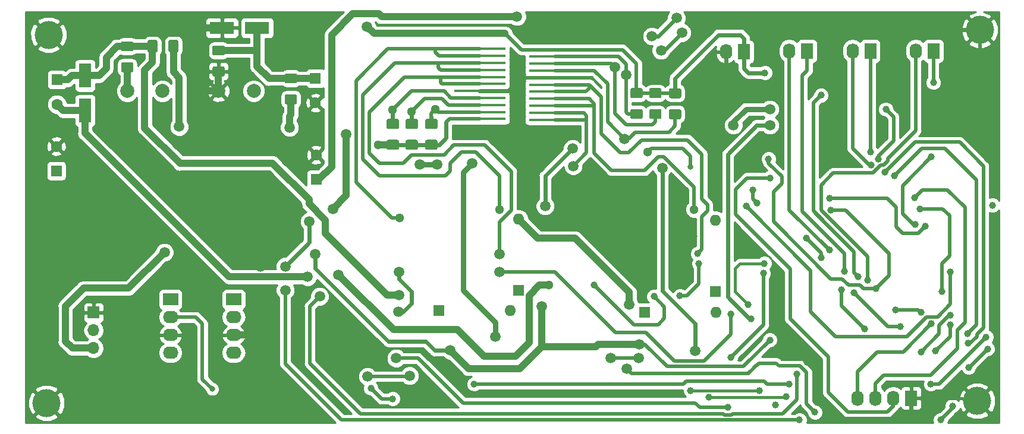
<source format=gbl>
G04 #@! TF.GenerationSoftware,KiCad,Pcbnew,(5.0.0-3-g5ebb6b6)*
G04 #@! TF.CreationDate,2019-01-18T17:45:58+01:00*
G04 #@! TF.ProjectId,Motor_Card,4D6F746F725F436172642E6B69636164,rev?*
G04 #@! TF.SameCoordinates,Original*
G04 #@! TF.FileFunction,Copper,L2,Bot,Signal*
G04 #@! TF.FilePolarity,Positive*
%FSLAX46Y46*%
G04 Gerber Fmt 4.6, Leading zero omitted, Abs format (unit mm)*
G04 Created by KiCad (PCBNEW (5.0.0-3-g5ebb6b6)) date Friday 18 January 2019 à 17:45:58*
%MOMM*%
%LPD*%
G01*
G04 APERTURE LIST*
G04 #@! TA.AperFunction,ComponentPad*
%ADD10O,1.600000X1.600000*%
G04 #@! TD*
G04 #@! TA.AperFunction,ComponentPad*
%ADD11R,1.600000X1.600000*%
G04 #@! TD*
G04 #@! TA.AperFunction,ComponentPad*
%ADD12C,1.600000*%
G04 #@! TD*
G04 #@! TA.AperFunction,ComponentPad*
%ADD13C,2.000000*%
G04 #@! TD*
G04 #@! TA.AperFunction,SMDPad,CuDef*
%ADD14R,7.400000X0.450000*%
G04 #@! TD*
G04 #@! TA.AperFunction,Conductor*
%ADD15C,0.100000*%
G04 #@! TD*
G04 #@! TA.AperFunction,SMDPad,CuDef*
%ADD16C,1.425000*%
G04 #@! TD*
G04 #@! TA.AperFunction,ComponentPad*
%ADD17C,4.000000*%
G04 #@! TD*
G04 #@! TA.AperFunction,SMDPad,CuDef*
%ADD18R,3.500000X1.800000*%
G04 #@! TD*
G04 #@! TA.AperFunction,SMDPad,CuDef*
%ADD19R,1.800000X3.500000*%
G04 #@! TD*
G04 #@! TA.AperFunction,ComponentPad*
%ADD20O,2.200000X1.740000*%
G04 #@! TD*
G04 #@! TA.AperFunction,ComponentPad*
%ADD21R,2.200000X1.740000*%
G04 #@! TD*
G04 #@! TA.AperFunction,ComponentPad*
%ADD22O,1.740000X2.200000*%
G04 #@! TD*
G04 #@! TA.AperFunction,ComponentPad*
%ADD23R,1.740000X2.200000*%
G04 #@! TD*
G04 #@! TA.AperFunction,ComponentPad*
%ADD24O,1.700000X1.700000*%
G04 #@! TD*
G04 #@! TA.AperFunction,ComponentPad*
%ADD25R,1.700000X1.700000*%
G04 #@! TD*
G04 #@! TA.AperFunction,ViaPad*
%ADD26C,1.000000*%
G04 #@! TD*
G04 #@! TA.AperFunction,ViaPad*
%ADD27C,1.500000*%
G04 #@! TD*
G04 #@! TA.AperFunction,ViaPad*
%ADD28C,1.300000*%
G04 #@! TD*
G04 #@! TA.AperFunction,ViaPad*
%ADD29C,0.800000*%
G04 #@! TD*
G04 #@! TA.AperFunction,Conductor*
%ADD30C,1.000000*%
G04 #@! TD*
G04 #@! TA.AperFunction,Conductor*
%ADD31C,0.500000*%
G04 #@! TD*
G04 #@! TA.AperFunction,Conductor*
%ADD32C,0.250000*%
G04 #@! TD*
G04 #@! TA.AperFunction,Conductor*
%ADD33C,0.400000*%
G04 #@! TD*
G04 #@! TA.AperFunction,Conductor*
%ADD34C,0.600000*%
G04 #@! TD*
G04 #@! TA.AperFunction,Conductor*
%ADD35C,0.800000*%
G04 #@! TD*
G04 #@! TA.AperFunction,Conductor*
%ADD36C,0.254000*%
G04 #@! TD*
G04 APERTURE END LIST*
D10*
G04 #@! TO.P,D3,2*
G04 #@! TO.N,+12V*
X169100000Y-91540000D03*
D11*
G04 #@! TO.P,D3,1*
G04 #@! TO.N,Net-(Cp2-Pad2)*
X169100000Y-101700000D03*
G04 #@! TD*
D12*
G04 #@! TO.P,C4,2*
G04 #@! TO.N,GNDPWR*
X75400000Y-75000000D03*
D11*
G04 #@! TO.P,C4,1*
G04 #@! TO.N,+12V*
X75400000Y-71500000D03*
G04 #@! TD*
D13*
G04 #@! TO.P,U12,2*
G04 #@! TO.N,GNDPWR*
X85400000Y-73100000D03*
G04 #@! TO.P,U12,1*
G04 #@! TO.N,/power_part/Alim_puiss*
X90400000Y-73100000D03*
G04 #@! TD*
G04 #@! TO.P,U11,2*
G04 #@! TO.N,GND*
X98400000Y-73100000D03*
G04 #@! TO.P,U11,1*
G04 #@! TO.N,/power_part/Alim_num*
X103400000Y-73100000D03*
G04 #@! TD*
D14*
G04 #@! TO.P,K2,2*
G04 #@! TO.N,/motor_part/Out_12*
X146300000Y-76200000D03*
G04 #@! TO.P,K2,4*
G04 #@! TO.N,/motor_part/Out_22*
X146300000Y-74200000D03*
G04 #@! TO.P,K2,6*
G04 #@! TO.N,/motor_part/Out_33*
X146300000Y-72200000D03*
G04 #@! TO.P,K2,8*
G04 #@! TO.N,/motor_part/Hall_sensor_22*
X146300000Y-70200000D03*
G04 #@! TO.P,K2,10*
G04 #@! TO.N,/motor_part/Hall_sensor_32*
X146300000Y-68200000D03*
G04 #@! TO.P,K2,11*
G04 #@! TO.N,+5V*
X146300000Y-67200000D03*
G04 #@! TO.P,K2,9*
G04 #@! TO.N,/motor_part/Hall_sensor_12*
X146300000Y-69200000D03*
G04 #@! TO.P,K2,7*
G04 #@! TO.N,GND*
X146300000Y-71200000D03*
G04 #@! TO.P,K2,5*
G04 #@! TO.N,/motor_part/Out_33*
X146300000Y-73200000D03*
G04 #@! TO.P,K2,3*
G04 #@! TO.N,/motor_part/Out_22*
X146300000Y-75200000D03*
G04 #@! TO.P,K2,1*
G04 #@! TO.N,/motor_part/Out_12*
X146300000Y-77200000D03*
G04 #@! TD*
D12*
G04 #@! TO.P,C8,2*
G04 #@! TO.N,GND*
X112300000Y-82200000D03*
D11*
G04 #@! TO.P,C8,1*
G04 #@! TO.N,+3V3*
X112300000Y-85700000D03*
G04 #@! TD*
D12*
G04 #@! TO.P,C7,2*
G04 #@! TO.N,GND*
X75300000Y-81000000D03*
D11*
G04 #@! TO.P,C7,1*
G04 #@! TO.N,+5V*
X75300000Y-84500000D03*
G04 #@! TD*
D12*
G04 #@! TO.P,C3,2*
G04 #@! TO.N,GND*
X112200000Y-74800000D03*
D11*
G04 #@! TO.P,C3,1*
G04 #@! TO.N,+10V*
X112200000Y-71300000D03*
G04 #@! TD*
D15*
G04 #@! TO.N,GND*
G04 #@! TO.C,C5*
G36*
X99049504Y-69588704D02*
X99073773Y-69592304D01*
X99097571Y-69598265D01*
X99120671Y-69606530D01*
X99142849Y-69617020D01*
X99163893Y-69629633D01*
X99183598Y-69644247D01*
X99201777Y-69660723D01*
X99218253Y-69678902D01*
X99232867Y-69698607D01*
X99245480Y-69719651D01*
X99255970Y-69741829D01*
X99264235Y-69764929D01*
X99270196Y-69788727D01*
X99273796Y-69812996D01*
X99275000Y-69837500D01*
X99275000Y-70762500D01*
X99273796Y-70787004D01*
X99270196Y-70811273D01*
X99264235Y-70835071D01*
X99255970Y-70858171D01*
X99245480Y-70880349D01*
X99232867Y-70901393D01*
X99218253Y-70921098D01*
X99201777Y-70939277D01*
X99183598Y-70955753D01*
X99163893Y-70970367D01*
X99142849Y-70982980D01*
X99120671Y-70993470D01*
X99097571Y-71001735D01*
X99073773Y-71007696D01*
X99049504Y-71011296D01*
X99025000Y-71012500D01*
X97775000Y-71012500D01*
X97750496Y-71011296D01*
X97726227Y-71007696D01*
X97702429Y-71001735D01*
X97679329Y-70993470D01*
X97657151Y-70982980D01*
X97636107Y-70970367D01*
X97616402Y-70955753D01*
X97598223Y-70939277D01*
X97581747Y-70921098D01*
X97567133Y-70901393D01*
X97554520Y-70880349D01*
X97544030Y-70858171D01*
X97535765Y-70835071D01*
X97529804Y-70811273D01*
X97526204Y-70787004D01*
X97525000Y-70762500D01*
X97525000Y-69837500D01*
X97526204Y-69812996D01*
X97529804Y-69788727D01*
X97535765Y-69764929D01*
X97544030Y-69741829D01*
X97554520Y-69719651D01*
X97567133Y-69698607D01*
X97581747Y-69678902D01*
X97598223Y-69660723D01*
X97616402Y-69644247D01*
X97636107Y-69629633D01*
X97657151Y-69617020D01*
X97679329Y-69606530D01*
X97702429Y-69598265D01*
X97726227Y-69592304D01*
X97750496Y-69588704D01*
X97775000Y-69587500D01*
X99025000Y-69587500D01*
X99049504Y-69588704D01*
X99049504Y-69588704D01*
G37*
D16*
G04 #@! TD*
G04 #@! TO.P,C5,2*
G04 #@! TO.N,GND*
X98400000Y-70300000D03*
D15*
G04 #@! TO.N,+10V*
G04 #@! TO.C,C5*
G36*
X99049504Y-66613704D02*
X99073773Y-66617304D01*
X99097571Y-66623265D01*
X99120671Y-66631530D01*
X99142849Y-66642020D01*
X99163893Y-66654633D01*
X99183598Y-66669247D01*
X99201777Y-66685723D01*
X99218253Y-66703902D01*
X99232867Y-66723607D01*
X99245480Y-66744651D01*
X99255970Y-66766829D01*
X99264235Y-66789929D01*
X99270196Y-66813727D01*
X99273796Y-66837996D01*
X99275000Y-66862500D01*
X99275000Y-67787500D01*
X99273796Y-67812004D01*
X99270196Y-67836273D01*
X99264235Y-67860071D01*
X99255970Y-67883171D01*
X99245480Y-67905349D01*
X99232867Y-67926393D01*
X99218253Y-67946098D01*
X99201777Y-67964277D01*
X99183598Y-67980753D01*
X99163893Y-67995367D01*
X99142849Y-68007980D01*
X99120671Y-68018470D01*
X99097571Y-68026735D01*
X99073773Y-68032696D01*
X99049504Y-68036296D01*
X99025000Y-68037500D01*
X97775000Y-68037500D01*
X97750496Y-68036296D01*
X97726227Y-68032696D01*
X97702429Y-68026735D01*
X97679329Y-68018470D01*
X97657151Y-68007980D01*
X97636107Y-67995367D01*
X97616402Y-67980753D01*
X97598223Y-67964277D01*
X97581747Y-67946098D01*
X97567133Y-67926393D01*
X97554520Y-67905349D01*
X97544030Y-67883171D01*
X97535765Y-67860071D01*
X97529804Y-67836273D01*
X97526204Y-67812004D01*
X97525000Y-67787500D01*
X97525000Y-66862500D01*
X97526204Y-66837996D01*
X97529804Y-66813727D01*
X97535765Y-66789929D01*
X97544030Y-66766829D01*
X97554520Y-66744651D01*
X97567133Y-66723607D01*
X97581747Y-66703902D01*
X97598223Y-66685723D01*
X97616402Y-66669247D01*
X97636107Y-66654633D01*
X97657151Y-66642020D01*
X97679329Y-66631530D01*
X97702429Y-66623265D01*
X97726227Y-66617304D01*
X97750496Y-66613704D01*
X97775000Y-66612500D01*
X99025000Y-66612500D01*
X99049504Y-66613704D01*
X99049504Y-66613704D01*
G37*
D16*
G04 #@! TD*
G04 #@! TO.P,C5,1*
G04 #@! TO.N,+10V*
X98400000Y-67325000D03*
D15*
G04 #@! TO.N,GNDPWR*
G04 #@! TO.C,C6*
G36*
X86049504Y-68988704D02*
X86073773Y-68992304D01*
X86097571Y-68998265D01*
X86120671Y-69006530D01*
X86142849Y-69017020D01*
X86163893Y-69029633D01*
X86183598Y-69044247D01*
X86201777Y-69060723D01*
X86218253Y-69078902D01*
X86232867Y-69098607D01*
X86245480Y-69119651D01*
X86255970Y-69141829D01*
X86264235Y-69164929D01*
X86270196Y-69188727D01*
X86273796Y-69212996D01*
X86275000Y-69237500D01*
X86275000Y-70162500D01*
X86273796Y-70187004D01*
X86270196Y-70211273D01*
X86264235Y-70235071D01*
X86255970Y-70258171D01*
X86245480Y-70280349D01*
X86232867Y-70301393D01*
X86218253Y-70321098D01*
X86201777Y-70339277D01*
X86183598Y-70355753D01*
X86163893Y-70370367D01*
X86142849Y-70382980D01*
X86120671Y-70393470D01*
X86097571Y-70401735D01*
X86073773Y-70407696D01*
X86049504Y-70411296D01*
X86025000Y-70412500D01*
X84775000Y-70412500D01*
X84750496Y-70411296D01*
X84726227Y-70407696D01*
X84702429Y-70401735D01*
X84679329Y-70393470D01*
X84657151Y-70382980D01*
X84636107Y-70370367D01*
X84616402Y-70355753D01*
X84598223Y-70339277D01*
X84581747Y-70321098D01*
X84567133Y-70301393D01*
X84554520Y-70280349D01*
X84544030Y-70258171D01*
X84535765Y-70235071D01*
X84529804Y-70211273D01*
X84526204Y-70187004D01*
X84525000Y-70162500D01*
X84525000Y-69237500D01*
X84526204Y-69212996D01*
X84529804Y-69188727D01*
X84535765Y-69164929D01*
X84544030Y-69141829D01*
X84554520Y-69119651D01*
X84567133Y-69098607D01*
X84581747Y-69078902D01*
X84598223Y-69060723D01*
X84616402Y-69044247D01*
X84636107Y-69029633D01*
X84657151Y-69017020D01*
X84679329Y-69006530D01*
X84702429Y-68998265D01*
X84726227Y-68992304D01*
X84750496Y-68988704D01*
X84775000Y-68987500D01*
X86025000Y-68987500D01*
X86049504Y-68988704D01*
X86049504Y-68988704D01*
G37*
D16*
G04 #@! TD*
G04 #@! TO.P,C6,2*
G04 #@! TO.N,GNDPWR*
X85400000Y-69700000D03*
D15*
G04 #@! TO.N,+12V*
G04 #@! TO.C,C6*
G36*
X86049504Y-66013704D02*
X86073773Y-66017304D01*
X86097571Y-66023265D01*
X86120671Y-66031530D01*
X86142849Y-66042020D01*
X86163893Y-66054633D01*
X86183598Y-66069247D01*
X86201777Y-66085723D01*
X86218253Y-66103902D01*
X86232867Y-66123607D01*
X86245480Y-66144651D01*
X86255970Y-66166829D01*
X86264235Y-66189929D01*
X86270196Y-66213727D01*
X86273796Y-66237996D01*
X86275000Y-66262500D01*
X86275000Y-67187500D01*
X86273796Y-67212004D01*
X86270196Y-67236273D01*
X86264235Y-67260071D01*
X86255970Y-67283171D01*
X86245480Y-67305349D01*
X86232867Y-67326393D01*
X86218253Y-67346098D01*
X86201777Y-67364277D01*
X86183598Y-67380753D01*
X86163893Y-67395367D01*
X86142849Y-67407980D01*
X86120671Y-67418470D01*
X86097571Y-67426735D01*
X86073773Y-67432696D01*
X86049504Y-67436296D01*
X86025000Y-67437500D01*
X84775000Y-67437500D01*
X84750496Y-67436296D01*
X84726227Y-67432696D01*
X84702429Y-67426735D01*
X84679329Y-67418470D01*
X84657151Y-67407980D01*
X84636107Y-67395367D01*
X84616402Y-67380753D01*
X84598223Y-67364277D01*
X84581747Y-67346098D01*
X84567133Y-67326393D01*
X84554520Y-67305349D01*
X84544030Y-67283171D01*
X84535765Y-67260071D01*
X84529804Y-67236273D01*
X84526204Y-67212004D01*
X84525000Y-67187500D01*
X84525000Y-66262500D01*
X84526204Y-66237996D01*
X84529804Y-66213727D01*
X84535765Y-66189929D01*
X84544030Y-66166829D01*
X84554520Y-66144651D01*
X84567133Y-66123607D01*
X84581747Y-66103902D01*
X84598223Y-66085723D01*
X84616402Y-66069247D01*
X84636107Y-66054633D01*
X84657151Y-66042020D01*
X84679329Y-66031530D01*
X84702429Y-66023265D01*
X84726227Y-66017304D01*
X84750496Y-66013704D01*
X84775000Y-66012500D01*
X86025000Y-66012500D01*
X86049504Y-66013704D01*
X86049504Y-66013704D01*
G37*
D16*
G04 #@! TD*
G04 #@! TO.P,C6,1*
G04 #@! TO.N,+12V*
X85400000Y-66725000D03*
D14*
G04 #@! TO.P,K1,2*
G04 #@! TO.N,/motor_part/Out_11*
X135600000Y-68100000D03*
G04 #@! TO.P,K1,4*
G04 #@! TO.N,/motor_part/Out_21*
X135600000Y-70100000D03*
G04 #@! TO.P,K1,6*
G04 #@! TO.N,/motor_part/Out_31*
X135600000Y-72100000D03*
G04 #@! TO.P,K1,8*
G04 #@! TO.N,/motor_part/Hall_sensor_21*
X135600000Y-74100000D03*
G04 #@! TO.P,K1,10*
G04 #@! TO.N,/motor_part/Hall_sensor_31*
X135600000Y-76100000D03*
G04 #@! TO.P,K1,11*
G04 #@! TO.N,+5V*
X135600000Y-77100000D03*
G04 #@! TO.P,K1,9*
G04 #@! TO.N,/motor_part/Hall_sensor_11*
X135600000Y-75100000D03*
G04 #@! TO.P,K1,7*
G04 #@! TO.N,GND*
X135600000Y-73100000D03*
G04 #@! TO.P,K1,5*
G04 #@! TO.N,/motor_part/Out_31*
X135600000Y-71100000D03*
G04 #@! TO.P,K1,3*
G04 #@! TO.N,/motor_part/Out_21*
X135600000Y-69100000D03*
G04 #@! TO.P,K1,1*
G04 #@! TO.N,/motor_part/Out_11*
X135600000Y-67100000D03*
G04 #@! TD*
D15*
G04 #@! TO.N,+12V*
G04 #@! TO.C,R5*
G36*
X89487004Y-65826204D02*
X89511273Y-65829804D01*
X89535071Y-65835765D01*
X89558171Y-65844030D01*
X89580349Y-65854520D01*
X89601393Y-65867133D01*
X89621098Y-65881747D01*
X89639277Y-65898223D01*
X89655753Y-65916402D01*
X89670367Y-65936107D01*
X89682980Y-65957151D01*
X89693470Y-65979329D01*
X89701735Y-66002429D01*
X89707696Y-66026227D01*
X89711296Y-66050496D01*
X89712500Y-66075000D01*
X89712500Y-67325000D01*
X89711296Y-67349504D01*
X89707696Y-67373773D01*
X89701735Y-67397571D01*
X89693470Y-67420671D01*
X89682980Y-67442849D01*
X89670367Y-67463893D01*
X89655753Y-67483598D01*
X89639277Y-67501777D01*
X89621098Y-67518253D01*
X89601393Y-67532867D01*
X89580349Y-67545480D01*
X89558171Y-67555970D01*
X89535071Y-67564235D01*
X89511273Y-67570196D01*
X89487004Y-67573796D01*
X89462500Y-67575000D01*
X88537500Y-67575000D01*
X88512996Y-67573796D01*
X88488727Y-67570196D01*
X88464929Y-67564235D01*
X88441829Y-67555970D01*
X88419651Y-67545480D01*
X88398607Y-67532867D01*
X88378902Y-67518253D01*
X88360723Y-67501777D01*
X88344247Y-67483598D01*
X88329633Y-67463893D01*
X88317020Y-67442849D01*
X88306530Y-67420671D01*
X88298265Y-67397571D01*
X88292304Y-67373773D01*
X88288704Y-67349504D01*
X88287500Y-67325000D01*
X88287500Y-66075000D01*
X88288704Y-66050496D01*
X88292304Y-66026227D01*
X88298265Y-66002429D01*
X88306530Y-65979329D01*
X88317020Y-65957151D01*
X88329633Y-65936107D01*
X88344247Y-65916402D01*
X88360723Y-65898223D01*
X88378902Y-65881747D01*
X88398607Y-65867133D01*
X88419651Y-65854520D01*
X88441829Y-65844030D01*
X88464929Y-65835765D01*
X88488727Y-65829804D01*
X88512996Y-65826204D01*
X88537500Y-65825000D01*
X89462500Y-65825000D01*
X89487004Y-65826204D01*
X89487004Y-65826204D01*
G37*
D16*
G04 #@! TD*
G04 #@! TO.P,R5,2*
G04 #@! TO.N,+12V*
X89000000Y-66700000D03*
D15*
G04 #@! TO.N,Net-(D9-Pad2)*
G04 #@! TO.C,R5*
G36*
X92462004Y-65826204D02*
X92486273Y-65829804D01*
X92510071Y-65835765D01*
X92533171Y-65844030D01*
X92555349Y-65854520D01*
X92576393Y-65867133D01*
X92596098Y-65881747D01*
X92614277Y-65898223D01*
X92630753Y-65916402D01*
X92645367Y-65936107D01*
X92657980Y-65957151D01*
X92668470Y-65979329D01*
X92676735Y-66002429D01*
X92682696Y-66026227D01*
X92686296Y-66050496D01*
X92687500Y-66075000D01*
X92687500Y-67325000D01*
X92686296Y-67349504D01*
X92682696Y-67373773D01*
X92676735Y-67397571D01*
X92668470Y-67420671D01*
X92657980Y-67442849D01*
X92645367Y-67463893D01*
X92630753Y-67483598D01*
X92614277Y-67501777D01*
X92596098Y-67518253D01*
X92576393Y-67532867D01*
X92555349Y-67545480D01*
X92533171Y-67555970D01*
X92510071Y-67564235D01*
X92486273Y-67570196D01*
X92462004Y-67573796D01*
X92437500Y-67575000D01*
X91512500Y-67575000D01*
X91487996Y-67573796D01*
X91463727Y-67570196D01*
X91439929Y-67564235D01*
X91416829Y-67555970D01*
X91394651Y-67545480D01*
X91373607Y-67532867D01*
X91353902Y-67518253D01*
X91335723Y-67501777D01*
X91319247Y-67483598D01*
X91304633Y-67463893D01*
X91292020Y-67442849D01*
X91281530Y-67420671D01*
X91273265Y-67397571D01*
X91267304Y-67373773D01*
X91263704Y-67349504D01*
X91262500Y-67325000D01*
X91262500Y-66075000D01*
X91263704Y-66050496D01*
X91267304Y-66026227D01*
X91273265Y-66002429D01*
X91281530Y-65979329D01*
X91292020Y-65957151D01*
X91304633Y-65936107D01*
X91319247Y-65916402D01*
X91335723Y-65898223D01*
X91353902Y-65881747D01*
X91373607Y-65867133D01*
X91394651Y-65854520D01*
X91416829Y-65844030D01*
X91439929Y-65835765D01*
X91463727Y-65829804D01*
X91487996Y-65826204D01*
X91512500Y-65825000D01*
X92437500Y-65825000D01*
X92462004Y-65826204D01*
X92462004Y-65826204D01*
G37*
D16*
G04 #@! TD*
G04 #@! TO.P,R5,1*
G04 #@! TO.N,Net-(D9-Pad2)*
X91975000Y-66700000D03*
D15*
G04 #@! TO.N,+10V*
G04 #@! TO.C,R6*
G36*
X109349504Y-70588704D02*
X109373773Y-70592304D01*
X109397571Y-70598265D01*
X109420671Y-70606530D01*
X109442849Y-70617020D01*
X109463893Y-70629633D01*
X109483598Y-70644247D01*
X109501777Y-70660723D01*
X109518253Y-70678902D01*
X109532867Y-70698607D01*
X109545480Y-70719651D01*
X109555970Y-70741829D01*
X109564235Y-70764929D01*
X109570196Y-70788727D01*
X109573796Y-70812996D01*
X109575000Y-70837500D01*
X109575000Y-71762500D01*
X109573796Y-71787004D01*
X109570196Y-71811273D01*
X109564235Y-71835071D01*
X109555970Y-71858171D01*
X109545480Y-71880349D01*
X109532867Y-71901393D01*
X109518253Y-71921098D01*
X109501777Y-71939277D01*
X109483598Y-71955753D01*
X109463893Y-71970367D01*
X109442849Y-71982980D01*
X109420671Y-71993470D01*
X109397571Y-72001735D01*
X109373773Y-72007696D01*
X109349504Y-72011296D01*
X109325000Y-72012500D01*
X108075000Y-72012500D01*
X108050496Y-72011296D01*
X108026227Y-72007696D01*
X108002429Y-72001735D01*
X107979329Y-71993470D01*
X107957151Y-71982980D01*
X107936107Y-71970367D01*
X107916402Y-71955753D01*
X107898223Y-71939277D01*
X107881747Y-71921098D01*
X107867133Y-71901393D01*
X107854520Y-71880349D01*
X107844030Y-71858171D01*
X107835765Y-71835071D01*
X107829804Y-71811273D01*
X107826204Y-71787004D01*
X107825000Y-71762500D01*
X107825000Y-70837500D01*
X107826204Y-70812996D01*
X107829804Y-70788727D01*
X107835765Y-70764929D01*
X107844030Y-70741829D01*
X107854520Y-70719651D01*
X107867133Y-70698607D01*
X107881747Y-70678902D01*
X107898223Y-70660723D01*
X107916402Y-70644247D01*
X107936107Y-70629633D01*
X107957151Y-70617020D01*
X107979329Y-70606530D01*
X108002429Y-70598265D01*
X108026227Y-70592304D01*
X108050496Y-70588704D01*
X108075000Y-70587500D01*
X109325000Y-70587500D01*
X109349504Y-70588704D01*
X109349504Y-70588704D01*
G37*
D16*
G04 #@! TD*
G04 #@! TO.P,R6,2*
G04 #@! TO.N,+10V*
X108700000Y-71300000D03*
D15*
G04 #@! TO.N,Net-(D8-Pad2)*
G04 #@! TO.C,R6*
G36*
X109349504Y-73563704D02*
X109373773Y-73567304D01*
X109397571Y-73573265D01*
X109420671Y-73581530D01*
X109442849Y-73592020D01*
X109463893Y-73604633D01*
X109483598Y-73619247D01*
X109501777Y-73635723D01*
X109518253Y-73653902D01*
X109532867Y-73673607D01*
X109545480Y-73694651D01*
X109555970Y-73716829D01*
X109564235Y-73739929D01*
X109570196Y-73763727D01*
X109573796Y-73787996D01*
X109575000Y-73812500D01*
X109575000Y-74737500D01*
X109573796Y-74762004D01*
X109570196Y-74786273D01*
X109564235Y-74810071D01*
X109555970Y-74833171D01*
X109545480Y-74855349D01*
X109532867Y-74876393D01*
X109518253Y-74896098D01*
X109501777Y-74914277D01*
X109483598Y-74930753D01*
X109463893Y-74945367D01*
X109442849Y-74957980D01*
X109420671Y-74968470D01*
X109397571Y-74976735D01*
X109373773Y-74982696D01*
X109349504Y-74986296D01*
X109325000Y-74987500D01*
X108075000Y-74987500D01*
X108050496Y-74986296D01*
X108026227Y-74982696D01*
X108002429Y-74976735D01*
X107979329Y-74968470D01*
X107957151Y-74957980D01*
X107936107Y-74945367D01*
X107916402Y-74930753D01*
X107898223Y-74914277D01*
X107881747Y-74896098D01*
X107867133Y-74876393D01*
X107854520Y-74855349D01*
X107844030Y-74833171D01*
X107835765Y-74810071D01*
X107829804Y-74786273D01*
X107826204Y-74762004D01*
X107825000Y-74737500D01*
X107825000Y-73812500D01*
X107826204Y-73787996D01*
X107829804Y-73763727D01*
X107835765Y-73739929D01*
X107844030Y-73716829D01*
X107854520Y-73694651D01*
X107867133Y-73673607D01*
X107881747Y-73653902D01*
X107898223Y-73635723D01*
X107916402Y-73619247D01*
X107936107Y-73604633D01*
X107957151Y-73592020D01*
X107979329Y-73581530D01*
X108002429Y-73573265D01*
X108026227Y-73567304D01*
X108050496Y-73563704D01*
X108075000Y-73562500D01*
X109325000Y-73562500D01*
X109349504Y-73563704D01*
X109349504Y-73563704D01*
G37*
D16*
G04 #@! TD*
G04 #@! TO.P,R6,1*
G04 #@! TO.N,Net-(D8-Pad2)*
X108700000Y-74275000D03*
D15*
G04 #@! TO.N,/motor_part/Hall_sensor_31*
G04 #@! TO.C,RH1*
G36*
X129349504Y-77088704D02*
X129373773Y-77092304D01*
X129397571Y-77098265D01*
X129420671Y-77106530D01*
X129442849Y-77117020D01*
X129463893Y-77129633D01*
X129483598Y-77144247D01*
X129501777Y-77160723D01*
X129518253Y-77178902D01*
X129532867Y-77198607D01*
X129545480Y-77219651D01*
X129555970Y-77241829D01*
X129564235Y-77264929D01*
X129570196Y-77288727D01*
X129573796Y-77312996D01*
X129575000Y-77337500D01*
X129575000Y-78262500D01*
X129573796Y-78287004D01*
X129570196Y-78311273D01*
X129564235Y-78335071D01*
X129555970Y-78358171D01*
X129545480Y-78380349D01*
X129532867Y-78401393D01*
X129518253Y-78421098D01*
X129501777Y-78439277D01*
X129483598Y-78455753D01*
X129463893Y-78470367D01*
X129442849Y-78482980D01*
X129420671Y-78493470D01*
X129397571Y-78501735D01*
X129373773Y-78507696D01*
X129349504Y-78511296D01*
X129325000Y-78512500D01*
X128075000Y-78512500D01*
X128050496Y-78511296D01*
X128026227Y-78507696D01*
X128002429Y-78501735D01*
X127979329Y-78493470D01*
X127957151Y-78482980D01*
X127936107Y-78470367D01*
X127916402Y-78455753D01*
X127898223Y-78439277D01*
X127881747Y-78421098D01*
X127867133Y-78401393D01*
X127854520Y-78380349D01*
X127844030Y-78358171D01*
X127835765Y-78335071D01*
X127829804Y-78311273D01*
X127826204Y-78287004D01*
X127825000Y-78262500D01*
X127825000Y-77337500D01*
X127826204Y-77312996D01*
X127829804Y-77288727D01*
X127835765Y-77264929D01*
X127844030Y-77241829D01*
X127854520Y-77219651D01*
X127867133Y-77198607D01*
X127881747Y-77178902D01*
X127898223Y-77160723D01*
X127916402Y-77144247D01*
X127936107Y-77129633D01*
X127957151Y-77117020D01*
X127979329Y-77106530D01*
X128002429Y-77098265D01*
X128026227Y-77092304D01*
X128050496Y-77088704D01*
X128075000Y-77087500D01*
X129325000Y-77087500D01*
X129349504Y-77088704D01*
X129349504Y-77088704D01*
G37*
D16*
G04 #@! TD*
G04 #@! TO.P,RH1,2*
G04 #@! TO.N,/motor_part/Hall_sensor_31*
X128700000Y-77800000D03*
D15*
G04 #@! TO.N,+5V*
G04 #@! TO.C,RH1*
G36*
X129349504Y-80063704D02*
X129373773Y-80067304D01*
X129397571Y-80073265D01*
X129420671Y-80081530D01*
X129442849Y-80092020D01*
X129463893Y-80104633D01*
X129483598Y-80119247D01*
X129501777Y-80135723D01*
X129518253Y-80153902D01*
X129532867Y-80173607D01*
X129545480Y-80194651D01*
X129555970Y-80216829D01*
X129564235Y-80239929D01*
X129570196Y-80263727D01*
X129573796Y-80287996D01*
X129575000Y-80312500D01*
X129575000Y-81237500D01*
X129573796Y-81262004D01*
X129570196Y-81286273D01*
X129564235Y-81310071D01*
X129555970Y-81333171D01*
X129545480Y-81355349D01*
X129532867Y-81376393D01*
X129518253Y-81396098D01*
X129501777Y-81414277D01*
X129483598Y-81430753D01*
X129463893Y-81445367D01*
X129442849Y-81457980D01*
X129420671Y-81468470D01*
X129397571Y-81476735D01*
X129373773Y-81482696D01*
X129349504Y-81486296D01*
X129325000Y-81487500D01*
X128075000Y-81487500D01*
X128050496Y-81486296D01*
X128026227Y-81482696D01*
X128002429Y-81476735D01*
X127979329Y-81468470D01*
X127957151Y-81457980D01*
X127936107Y-81445367D01*
X127916402Y-81430753D01*
X127898223Y-81414277D01*
X127881747Y-81396098D01*
X127867133Y-81376393D01*
X127854520Y-81355349D01*
X127844030Y-81333171D01*
X127835765Y-81310071D01*
X127829804Y-81286273D01*
X127826204Y-81262004D01*
X127825000Y-81237500D01*
X127825000Y-80312500D01*
X127826204Y-80287996D01*
X127829804Y-80263727D01*
X127835765Y-80239929D01*
X127844030Y-80216829D01*
X127854520Y-80194651D01*
X127867133Y-80173607D01*
X127881747Y-80153902D01*
X127898223Y-80135723D01*
X127916402Y-80119247D01*
X127936107Y-80104633D01*
X127957151Y-80092020D01*
X127979329Y-80081530D01*
X128002429Y-80073265D01*
X128026227Y-80067304D01*
X128050496Y-80063704D01*
X128075000Y-80062500D01*
X129325000Y-80062500D01*
X129349504Y-80063704D01*
X129349504Y-80063704D01*
G37*
D16*
G04 #@! TD*
G04 #@! TO.P,RH1,1*
G04 #@! TO.N,+5V*
X128700000Y-80775000D03*
D15*
G04 #@! TO.N,/motor_part/Hall_sensor_21*
G04 #@! TO.C,RH2*
G36*
X123849504Y-77088704D02*
X123873773Y-77092304D01*
X123897571Y-77098265D01*
X123920671Y-77106530D01*
X123942849Y-77117020D01*
X123963893Y-77129633D01*
X123983598Y-77144247D01*
X124001777Y-77160723D01*
X124018253Y-77178902D01*
X124032867Y-77198607D01*
X124045480Y-77219651D01*
X124055970Y-77241829D01*
X124064235Y-77264929D01*
X124070196Y-77288727D01*
X124073796Y-77312996D01*
X124075000Y-77337500D01*
X124075000Y-78262500D01*
X124073796Y-78287004D01*
X124070196Y-78311273D01*
X124064235Y-78335071D01*
X124055970Y-78358171D01*
X124045480Y-78380349D01*
X124032867Y-78401393D01*
X124018253Y-78421098D01*
X124001777Y-78439277D01*
X123983598Y-78455753D01*
X123963893Y-78470367D01*
X123942849Y-78482980D01*
X123920671Y-78493470D01*
X123897571Y-78501735D01*
X123873773Y-78507696D01*
X123849504Y-78511296D01*
X123825000Y-78512500D01*
X122575000Y-78512500D01*
X122550496Y-78511296D01*
X122526227Y-78507696D01*
X122502429Y-78501735D01*
X122479329Y-78493470D01*
X122457151Y-78482980D01*
X122436107Y-78470367D01*
X122416402Y-78455753D01*
X122398223Y-78439277D01*
X122381747Y-78421098D01*
X122367133Y-78401393D01*
X122354520Y-78380349D01*
X122344030Y-78358171D01*
X122335765Y-78335071D01*
X122329804Y-78311273D01*
X122326204Y-78287004D01*
X122325000Y-78262500D01*
X122325000Y-77337500D01*
X122326204Y-77312996D01*
X122329804Y-77288727D01*
X122335765Y-77264929D01*
X122344030Y-77241829D01*
X122354520Y-77219651D01*
X122367133Y-77198607D01*
X122381747Y-77178902D01*
X122398223Y-77160723D01*
X122416402Y-77144247D01*
X122436107Y-77129633D01*
X122457151Y-77117020D01*
X122479329Y-77106530D01*
X122502429Y-77098265D01*
X122526227Y-77092304D01*
X122550496Y-77088704D01*
X122575000Y-77087500D01*
X123825000Y-77087500D01*
X123849504Y-77088704D01*
X123849504Y-77088704D01*
G37*
D16*
G04 #@! TD*
G04 #@! TO.P,RH2,2*
G04 #@! TO.N,/motor_part/Hall_sensor_21*
X123200000Y-77800000D03*
D15*
G04 #@! TO.N,+5V*
G04 #@! TO.C,RH2*
G36*
X123849504Y-80063704D02*
X123873773Y-80067304D01*
X123897571Y-80073265D01*
X123920671Y-80081530D01*
X123942849Y-80092020D01*
X123963893Y-80104633D01*
X123983598Y-80119247D01*
X124001777Y-80135723D01*
X124018253Y-80153902D01*
X124032867Y-80173607D01*
X124045480Y-80194651D01*
X124055970Y-80216829D01*
X124064235Y-80239929D01*
X124070196Y-80263727D01*
X124073796Y-80287996D01*
X124075000Y-80312500D01*
X124075000Y-81237500D01*
X124073796Y-81262004D01*
X124070196Y-81286273D01*
X124064235Y-81310071D01*
X124055970Y-81333171D01*
X124045480Y-81355349D01*
X124032867Y-81376393D01*
X124018253Y-81396098D01*
X124001777Y-81414277D01*
X123983598Y-81430753D01*
X123963893Y-81445367D01*
X123942849Y-81457980D01*
X123920671Y-81468470D01*
X123897571Y-81476735D01*
X123873773Y-81482696D01*
X123849504Y-81486296D01*
X123825000Y-81487500D01*
X122575000Y-81487500D01*
X122550496Y-81486296D01*
X122526227Y-81482696D01*
X122502429Y-81476735D01*
X122479329Y-81468470D01*
X122457151Y-81457980D01*
X122436107Y-81445367D01*
X122416402Y-81430753D01*
X122398223Y-81414277D01*
X122381747Y-81396098D01*
X122367133Y-81376393D01*
X122354520Y-81355349D01*
X122344030Y-81333171D01*
X122335765Y-81310071D01*
X122329804Y-81286273D01*
X122326204Y-81262004D01*
X122325000Y-81237500D01*
X122325000Y-80312500D01*
X122326204Y-80287996D01*
X122329804Y-80263727D01*
X122335765Y-80239929D01*
X122344030Y-80216829D01*
X122354520Y-80194651D01*
X122367133Y-80173607D01*
X122381747Y-80153902D01*
X122398223Y-80135723D01*
X122416402Y-80119247D01*
X122436107Y-80104633D01*
X122457151Y-80092020D01*
X122479329Y-80081530D01*
X122502429Y-80073265D01*
X122526227Y-80067304D01*
X122550496Y-80063704D01*
X122575000Y-80062500D01*
X123825000Y-80062500D01*
X123849504Y-80063704D01*
X123849504Y-80063704D01*
G37*
D16*
G04 #@! TD*
G04 #@! TO.P,RH2,1*
G04 #@! TO.N,+5V*
X123200000Y-80775000D03*
D15*
G04 #@! TO.N,/motor_part/Hall_sensor_11*
G04 #@! TO.C,RH3*
G36*
X126549504Y-77088704D02*
X126573773Y-77092304D01*
X126597571Y-77098265D01*
X126620671Y-77106530D01*
X126642849Y-77117020D01*
X126663893Y-77129633D01*
X126683598Y-77144247D01*
X126701777Y-77160723D01*
X126718253Y-77178902D01*
X126732867Y-77198607D01*
X126745480Y-77219651D01*
X126755970Y-77241829D01*
X126764235Y-77264929D01*
X126770196Y-77288727D01*
X126773796Y-77312996D01*
X126775000Y-77337500D01*
X126775000Y-78262500D01*
X126773796Y-78287004D01*
X126770196Y-78311273D01*
X126764235Y-78335071D01*
X126755970Y-78358171D01*
X126745480Y-78380349D01*
X126732867Y-78401393D01*
X126718253Y-78421098D01*
X126701777Y-78439277D01*
X126683598Y-78455753D01*
X126663893Y-78470367D01*
X126642849Y-78482980D01*
X126620671Y-78493470D01*
X126597571Y-78501735D01*
X126573773Y-78507696D01*
X126549504Y-78511296D01*
X126525000Y-78512500D01*
X125275000Y-78512500D01*
X125250496Y-78511296D01*
X125226227Y-78507696D01*
X125202429Y-78501735D01*
X125179329Y-78493470D01*
X125157151Y-78482980D01*
X125136107Y-78470367D01*
X125116402Y-78455753D01*
X125098223Y-78439277D01*
X125081747Y-78421098D01*
X125067133Y-78401393D01*
X125054520Y-78380349D01*
X125044030Y-78358171D01*
X125035765Y-78335071D01*
X125029804Y-78311273D01*
X125026204Y-78287004D01*
X125025000Y-78262500D01*
X125025000Y-77337500D01*
X125026204Y-77312996D01*
X125029804Y-77288727D01*
X125035765Y-77264929D01*
X125044030Y-77241829D01*
X125054520Y-77219651D01*
X125067133Y-77198607D01*
X125081747Y-77178902D01*
X125098223Y-77160723D01*
X125116402Y-77144247D01*
X125136107Y-77129633D01*
X125157151Y-77117020D01*
X125179329Y-77106530D01*
X125202429Y-77098265D01*
X125226227Y-77092304D01*
X125250496Y-77088704D01*
X125275000Y-77087500D01*
X126525000Y-77087500D01*
X126549504Y-77088704D01*
X126549504Y-77088704D01*
G37*
D16*
G04 #@! TD*
G04 #@! TO.P,RH3,2*
G04 #@! TO.N,/motor_part/Hall_sensor_11*
X125900000Y-77800000D03*
D15*
G04 #@! TO.N,+5V*
G04 #@! TO.C,RH3*
G36*
X126549504Y-80063704D02*
X126573773Y-80067304D01*
X126597571Y-80073265D01*
X126620671Y-80081530D01*
X126642849Y-80092020D01*
X126663893Y-80104633D01*
X126683598Y-80119247D01*
X126701777Y-80135723D01*
X126718253Y-80153902D01*
X126732867Y-80173607D01*
X126745480Y-80194651D01*
X126755970Y-80216829D01*
X126764235Y-80239929D01*
X126770196Y-80263727D01*
X126773796Y-80287996D01*
X126775000Y-80312500D01*
X126775000Y-81237500D01*
X126773796Y-81262004D01*
X126770196Y-81286273D01*
X126764235Y-81310071D01*
X126755970Y-81333171D01*
X126745480Y-81355349D01*
X126732867Y-81376393D01*
X126718253Y-81396098D01*
X126701777Y-81414277D01*
X126683598Y-81430753D01*
X126663893Y-81445367D01*
X126642849Y-81457980D01*
X126620671Y-81468470D01*
X126597571Y-81476735D01*
X126573773Y-81482696D01*
X126549504Y-81486296D01*
X126525000Y-81487500D01*
X125275000Y-81487500D01*
X125250496Y-81486296D01*
X125226227Y-81482696D01*
X125202429Y-81476735D01*
X125179329Y-81468470D01*
X125157151Y-81457980D01*
X125136107Y-81445367D01*
X125116402Y-81430753D01*
X125098223Y-81414277D01*
X125081747Y-81396098D01*
X125067133Y-81376393D01*
X125054520Y-81355349D01*
X125044030Y-81333171D01*
X125035765Y-81310071D01*
X125029804Y-81286273D01*
X125026204Y-81262004D01*
X125025000Y-81237500D01*
X125025000Y-80312500D01*
X125026204Y-80287996D01*
X125029804Y-80263727D01*
X125035765Y-80239929D01*
X125044030Y-80216829D01*
X125054520Y-80194651D01*
X125067133Y-80173607D01*
X125081747Y-80153902D01*
X125098223Y-80135723D01*
X125116402Y-80119247D01*
X125136107Y-80104633D01*
X125157151Y-80092020D01*
X125179329Y-80081530D01*
X125202429Y-80073265D01*
X125226227Y-80067304D01*
X125250496Y-80063704D01*
X125275000Y-80062500D01*
X126525000Y-80062500D01*
X126549504Y-80063704D01*
X126549504Y-80063704D01*
G37*
D16*
G04 #@! TD*
G04 #@! TO.P,RH3,1*
G04 #@! TO.N,+5V*
X125900000Y-80775000D03*
D15*
G04 #@! TO.N,/motor_part/Hall_sensor_32*
G04 #@! TO.C,RH4*
G36*
X158549504Y-75663704D02*
X158573773Y-75667304D01*
X158597571Y-75673265D01*
X158620671Y-75681530D01*
X158642849Y-75692020D01*
X158663893Y-75704633D01*
X158683598Y-75719247D01*
X158701777Y-75735723D01*
X158718253Y-75753902D01*
X158732867Y-75773607D01*
X158745480Y-75794651D01*
X158755970Y-75816829D01*
X158764235Y-75839929D01*
X158770196Y-75863727D01*
X158773796Y-75887996D01*
X158775000Y-75912500D01*
X158775000Y-76837500D01*
X158773796Y-76862004D01*
X158770196Y-76886273D01*
X158764235Y-76910071D01*
X158755970Y-76933171D01*
X158745480Y-76955349D01*
X158732867Y-76976393D01*
X158718253Y-76996098D01*
X158701777Y-77014277D01*
X158683598Y-77030753D01*
X158663893Y-77045367D01*
X158642849Y-77057980D01*
X158620671Y-77068470D01*
X158597571Y-77076735D01*
X158573773Y-77082696D01*
X158549504Y-77086296D01*
X158525000Y-77087500D01*
X157275000Y-77087500D01*
X157250496Y-77086296D01*
X157226227Y-77082696D01*
X157202429Y-77076735D01*
X157179329Y-77068470D01*
X157157151Y-77057980D01*
X157136107Y-77045367D01*
X157116402Y-77030753D01*
X157098223Y-77014277D01*
X157081747Y-76996098D01*
X157067133Y-76976393D01*
X157054520Y-76955349D01*
X157044030Y-76933171D01*
X157035765Y-76910071D01*
X157029804Y-76886273D01*
X157026204Y-76862004D01*
X157025000Y-76837500D01*
X157025000Y-75912500D01*
X157026204Y-75887996D01*
X157029804Y-75863727D01*
X157035765Y-75839929D01*
X157044030Y-75816829D01*
X157054520Y-75794651D01*
X157067133Y-75773607D01*
X157081747Y-75753902D01*
X157098223Y-75735723D01*
X157116402Y-75719247D01*
X157136107Y-75704633D01*
X157157151Y-75692020D01*
X157179329Y-75681530D01*
X157202429Y-75673265D01*
X157226227Y-75667304D01*
X157250496Y-75663704D01*
X157275000Y-75662500D01*
X158525000Y-75662500D01*
X158549504Y-75663704D01*
X158549504Y-75663704D01*
G37*
D16*
G04 #@! TD*
G04 #@! TO.P,RH4,2*
G04 #@! TO.N,/motor_part/Hall_sensor_32*
X157900000Y-76375000D03*
D15*
G04 #@! TO.N,+5V*
G04 #@! TO.C,RH4*
G36*
X158549504Y-72688704D02*
X158573773Y-72692304D01*
X158597571Y-72698265D01*
X158620671Y-72706530D01*
X158642849Y-72717020D01*
X158663893Y-72729633D01*
X158683598Y-72744247D01*
X158701777Y-72760723D01*
X158718253Y-72778902D01*
X158732867Y-72798607D01*
X158745480Y-72819651D01*
X158755970Y-72841829D01*
X158764235Y-72864929D01*
X158770196Y-72888727D01*
X158773796Y-72912996D01*
X158775000Y-72937500D01*
X158775000Y-73862500D01*
X158773796Y-73887004D01*
X158770196Y-73911273D01*
X158764235Y-73935071D01*
X158755970Y-73958171D01*
X158745480Y-73980349D01*
X158732867Y-74001393D01*
X158718253Y-74021098D01*
X158701777Y-74039277D01*
X158683598Y-74055753D01*
X158663893Y-74070367D01*
X158642849Y-74082980D01*
X158620671Y-74093470D01*
X158597571Y-74101735D01*
X158573773Y-74107696D01*
X158549504Y-74111296D01*
X158525000Y-74112500D01*
X157275000Y-74112500D01*
X157250496Y-74111296D01*
X157226227Y-74107696D01*
X157202429Y-74101735D01*
X157179329Y-74093470D01*
X157157151Y-74082980D01*
X157136107Y-74070367D01*
X157116402Y-74055753D01*
X157098223Y-74039277D01*
X157081747Y-74021098D01*
X157067133Y-74001393D01*
X157054520Y-73980349D01*
X157044030Y-73958171D01*
X157035765Y-73935071D01*
X157029804Y-73911273D01*
X157026204Y-73887004D01*
X157025000Y-73862500D01*
X157025000Y-72937500D01*
X157026204Y-72912996D01*
X157029804Y-72888727D01*
X157035765Y-72864929D01*
X157044030Y-72841829D01*
X157054520Y-72819651D01*
X157067133Y-72798607D01*
X157081747Y-72778902D01*
X157098223Y-72760723D01*
X157116402Y-72744247D01*
X157136107Y-72729633D01*
X157157151Y-72717020D01*
X157179329Y-72706530D01*
X157202429Y-72698265D01*
X157226227Y-72692304D01*
X157250496Y-72688704D01*
X157275000Y-72687500D01*
X158525000Y-72687500D01*
X158549504Y-72688704D01*
X158549504Y-72688704D01*
G37*
D16*
G04 #@! TD*
G04 #@! TO.P,RH4,1*
G04 #@! TO.N,+5V*
X157900000Y-73400000D03*
D15*
G04 #@! TO.N,/motor_part/Hall_sensor_22*
G04 #@! TO.C,RH5*
G36*
X164049504Y-75688704D02*
X164073773Y-75692304D01*
X164097571Y-75698265D01*
X164120671Y-75706530D01*
X164142849Y-75717020D01*
X164163893Y-75729633D01*
X164183598Y-75744247D01*
X164201777Y-75760723D01*
X164218253Y-75778902D01*
X164232867Y-75798607D01*
X164245480Y-75819651D01*
X164255970Y-75841829D01*
X164264235Y-75864929D01*
X164270196Y-75888727D01*
X164273796Y-75912996D01*
X164275000Y-75937500D01*
X164275000Y-76862500D01*
X164273796Y-76887004D01*
X164270196Y-76911273D01*
X164264235Y-76935071D01*
X164255970Y-76958171D01*
X164245480Y-76980349D01*
X164232867Y-77001393D01*
X164218253Y-77021098D01*
X164201777Y-77039277D01*
X164183598Y-77055753D01*
X164163893Y-77070367D01*
X164142849Y-77082980D01*
X164120671Y-77093470D01*
X164097571Y-77101735D01*
X164073773Y-77107696D01*
X164049504Y-77111296D01*
X164025000Y-77112500D01*
X162775000Y-77112500D01*
X162750496Y-77111296D01*
X162726227Y-77107696D01*
X162702429Y-77101735D01*
X162679329Y-77093470D01*
X162657151Y-77082980D01*
X162636107Y-77070367D01*
X162616402Y-77055753D01*
X162598223Y-77039277D01*
X162581747Y-77021098D01*
X162567133Y-77001393D01*
X162554520Y-76980349D01*
X162544030Y-76958171D01*
X162535765Y-76935071D01*
X162529804Y-76911273D01*
X162526204Y-76887004D01*
X162525000Y-76862500D01*
X162525000Y-75937500D01*
X162526204Y-75912996D01*
X162529804Y-75888727D01*
X162535765Y-75864929D01*
X162544030Y-75841829D01*
X162554520Y-75819651D01*
X162567133Y-75798607D01*
X162581747Y-75778902D01*
X162598223Y-75760723D01*
X162616402Y-75744247D01*
X162636107Y-75729633D01*
X162657151Y-75717020D01*
X162679329Y-75706530D01*
X162702429Y-75698265D01*
X162726227Y-75692304D01*
X162750496Y-75688704D01*
X162775000Y-75687500D01*
X164025000Y-75687500D01*
X164049504Y-75688704D01*
X164049504Y-75688704D01*
G37*
D16*
G04 #@! TD*
G04 #@! TO.P,RH5,2*
G04 #@! TO.N,/motor_part/Hall_sensor_22*
X163400000Y-76400000D03*
D15*
G04 #@! TO.N,+5V*
G04 #@! TO.C,RH5*
G36*
X164049504Y-72713704D02*
X164073773Y-72717304D01*
X164097571Y-72723265D01*
X164120671Y-72731530D01*
X164142849Y-72742020D01*
X164163893Y-72754633D01*
X164183598Y-72769247D01*
X164201777Y-72785723D01*
X164218253Y-72803902D01*
X164232867Y-72823607D01*
X164245480Y-72844651D01*
X164255970Y-72866829D01*
X164264235Y-72889929D01*
X164270196Y-72913727D01*
X164273796Y-72937996D01*
X164275000Y-72962500D01*
X164275000Y-73887500D01*
X164273796Y-73912004D01*
X164270196Y-73936273D01*
X164264235Y-73960071D01*
X164255970Y-73983171D01*
X164245480Y-74005349D01*
X164232867Y-74026393D01*
X164218253Y-74046098D01*
X164201777Y-74064277D01*
X164183598Y-74080753D01*
X164163893Y-74095367D01*
X164142849Y-74107980D01*
X164120671Y-74118470D01*
X164097571Y-74126735D01*
X164073773Y-74132696D01*
X164049504Y-74136296D01*
X164025000Y-74137500D01*
X162775000Y-74137500D01*
X162750496Y-74136296D01*
X162726227Y-74132696D01*
X162702429Y-74126735D01*
X162679329Y-74118470D01*
X162657151Y-74107980D01*
X162636107Y-74095367D01*
X162616402Y-74080753D01*
X162598223Y-74064277D01*
X162581747Y-74046098D01*
X162567133Y-74026393D01*
X162554520Y-74005349D01*
X162544030Y-73983171D01*
X162535765Y-73960071D01*
X162529804Y-73936273D01*
X162526204Y-73912004D01*
X162525000Y-73887500D01*
X162525000Y-72962500D01*
X162526204Y-72937996D01*
X162529804Y-72913727D01*
X162535765Y-72889929D01*
X162544030Y-72866829D01*
X162554520Y-72844651D01*
X162567133Y-72823607D01*
X162581747Y-72803902D01*
X162598223Y-72785723D01*
X162616402Y-72769247D01*
X162636107Y-72754633D01*
X162657151Y-72742020D01*
X162679329Y-72731530D01*
X162702429Y-72723265D01*
X162726227Y-72717304D01*
X162750496Y-72713704D01*
X162775000Y-72712500D01*
X164025000Y-72712500D01*
X164049504Y-72713704D01*
X164049504Y-72713704D01*
G37*
D16*
G04 #@! TD*
G04 #@! TO.P,RH5,1*
G04 #@! TO.N,+5V*
X163400000Y-73425000D03*
D15*
G04 #@! TO.N,/motor_part/Hall_sensor_12*
G04 #@! TO.C,RH6*
G36*
X161249504Y-75663704D02*
X161273773Y-75667304D01*
X161297571Y-75673265D01*
X161320671Y-75681530D01*
X161342849Y-75692020D01*
X161363893Y-75704633D01*
X161383598Y-75719247D01*
X161401777Y-75735723D01*
X161418253Y-75753902D01*
X161432867Y-75773607D01*
X161445480Y-75794651D01*
X161455970Y-75816829D01*
X161464235Y-75839929D01*
X161470196Y-75863727D01*
X161473796Y-75887996D01*
X161475000Y-75912500D01*
X161475000Y-76837500D01*
X161473796Y-76862004D01*
X161470196Y-76886273D01*
X161464235Y-76910071D01*
X161455970Y-76933171D01*
X161445480Y-76955349D01*
X161432867Y-76976393D01*
X161418253Y-76996098D01*
X161401777Y-77014277D01*
X161383598Y-77030753D01*
X161363893Y-77045367D01*
X161342849Y-77057980D01*
X161320671Y-77068470D01*
X161297571Y-77076735D01*
X161273773Y-77082696D01*
X161249504Y-77086296D01*
X161225000Y-77087500D01*
X159975000Y-77087500D01*
X159950496Y-77086296D01*
X159926227Y-77082696D01*
X159902429Y-77076735D01*
X159879329Y-77068470D01*
X159857151Y-77057980D01*
X159836107Y-77045367D01*
X159816402Y-77030753D01*
X159798223Y-77014277D01*
X159781747Y-76996098D01*
X159767133Y-76976393D01*
X159754520Y-76955349D01*
X159744030Y-76933171D01*
X159735765Y-76910071D01*
X159729804Y-76886273D01*
X159726204Y-76862004D01*
X159725000Y-76837500D01*
X159725000Y-75912500D01*
X159726204Y-75887996D01*
X159729804Y-75863727D01*
X159735765Y-75839929D01*
X159744030Y-75816829D01*
X159754520Y-75794651D01*
X159767133Y-75773607D01*
X159781747Y-75753902D01*
X159798223Y-75735723D01*
X159816402Y-75719247D01*
X159836107Y-75704633D01*
X159857151Y-75692020D01*
X159879329Y-75681530D01*
X159902429Y-75673265D01*
X159926227Y-75667304D01*
X159950496Y-75663704D01*
X159975000Y-75662500D01*
X161225000Y-75662500D01*
X161249504Y-75663704D01*
X161249504Y-75663704D01*
G37*
D16*
G04 #@! TD*
G04 #@! TO.P,RH6,2*
G04 #@! TO.N,/motor_part/Hall_sensor_12*
X160600000Y-76375000D03*
D15*
G04 #@! TO.N,+5V*
G04 #@! TO.C,RH6*
G36*
X161249504Y-72688704D02*
X161273773Y-72692304D01*
X161297571Y-72698265D01*
X161320671Y-72706530D01*
X161342849Y-72717020D01*
X161363893Y-72729633D01*
X161383598Y-72744247D01*
X161401777Y-72760723D01*
X161418253Y-72778902D01*
X161432867Y-72798607D01*
X161445480Y-72819651D01*
X161455970Y-72841829D01*
X161464235Y-72864929D01*
X161470196Y-72888727D01*
X161473796Y-72912996D01*
X161475000Y-72937500D01*
X161475000Y-73862500D01*
X161473796Y-73887004D01*
X161470196Y-73911273D01*
X161464235Y-73935071D01*
X161455970Y-73958171D01*
X161445480Y-73980349D01*
X161432867Y-74001393D01*
X161418253Y-74021098D01*
X161401777Y-74039277D01*
X161383598Y-74055753D01*
X161363893Y-74070367D01*
X161342849Y-74082980D01*
X161320671Y-74093470D01*
X161297571Y-74101735D01*
X161273773Y-74107696D01*
X161249504Y-74111296D01*
X161225000Y-74112500D01*
X159975000Y-74112500D01*
X159950496Y-74111296D01*
X159926227Y-74107696D01*
X159902429Y-74101735D01*
X159879329Y-74093470D01*
X159857151Y-74082980D01*
X159836107Y-74070367D01*
X159816402Y-74055753D01*
X159798223Y-74039277D01*
X159781747Y-74021098D01*
X159767133Y-74001393D01*
X159754520Y-73980349D01*
X159744030Y-73958171D01*
X159735765Y-73935071D01*
X159729804Y-73911273D01*
X159726204Y-73887004D01*
X159725000Y-73862500D01*
X159725000Y-72937500D01*
X159726204Y-72912996D01*
X159729804Y-72888727D01*
X159735765Y-72864929D01*
X159744030Y-72841829D01*
X159754520Y-72819651D01*
X159767133Y-72798607D01*
X159781747Y-72778902D01*
X159798223Y-72760723D01*
X159816402Y-72744247D01*
X159836107Y-72729633D01*
X159857151Y-72717020D01*
X159879329Y-72706530D01*
X159902429Y-72698265D01*
X159926227Y-72692304D01*
X159950496Y-72688704D01*
X159975000Y-72687500D01*
X161225000Y-72687500D01*
X161249504Y-72688704D01*
X161249504Y-72688704D01*
G37*
D16*
G04 #@! TD*
G04 #@! TO.P,RH6,1*
G04 #@! TO.N,+5V*
X160600000Y-73400000D03*
D17*
G04 #@! TO.P,U1,1*
G04 #@! TO.N,GND*
X73900000Y-117600000D03*
G04 #@! TD*
G04 #@! TO.P,U2,1*
G04 #@! TO.N,GND*
X206400000Y-117300000D03*
G04 #@! TD*
G04 #@! TO.P,U3,1*
G04 #@! TO.N,GND*
X74200000Y-65100000D03*
G04 #@! TD*
G04 #@! TO.P,U4,1*
G04 #@! TO.N,GND*
X206800000Y-64400000D03*
G04 #@! TD*
D10*
G04 #@! TO.P,D1,2*
G04 #@! TO.N,+12V*
X141100000Y-91340000D03*
D11*
G04 #@! TO.P,D1,1*
G04 #@! TO.N,Net-(Cp1-Pad2)*
X141100000Y-101500000D03*
G04 #@! TD*
D10*
G04 #@! TO.P,D2,2*
G04 #@! TO.N,Net-(Cp1-Pad2)*
X139900000Y-104400000D03*
D11*
G04 #@! TO.P,D2,1*
G04 #@! TO.N,Net-(Cboot1-Pad2)*
X129740000Y-104400000D03*
G04 #@! TD*
D10*
G04 #@! TO.P,D4,2*
G04 #@! TO.N,Net-(Cp2-Pad2)*
X169260000Y-104700000D03*
D11*
G04 #@! TO.P,D4,1*
G04 #@! TO.N,Net-(Cboot2-Pad2)*
X159100000Y-104700000D03*
G04 #@! TD*
D18*
G04 #@! TO.P,D6,2*
G04 #@! TO.N,GND*
X98900000Y-64100000D03*
G04 #@! TO.P,D6,1*
G04 #@! TO.N,+10V*
X103900000Y-64100000D03*
G04 #@! TD*
D19*
G04 #@! TO.P,D7,2*
G04 #@! TO.N,GNDPWR*
X79400000Y-75900000D03*
G04 #@! TO.P,D7,1*
G04 #@! TO.N,+12V*
X79400000Y-70900000D03*
G04 #@! TD*
D20*
G04 #@! TO.P,P3,4*
G04 #@! TO.N,/encodeurs/Ch_B1(+5V)*
X100555232Y-110436315D03*
G04 #@! TO.P,P3,3*
G04 #@! TO.N,GND*
X100555232Y-107896315D03*
G04 #@! TO.P,P3,2*
G04 #@! TO.N,/encodeurs/Ch_A1(+5V)*
X100555232Y-105356315D03*
D21*
G04 #@! TO.P,P3,1*
G04 #@! TO.N,+5V*
X100555232Y-102816315D03*
G04 #@! TD*
D20*
G04 #@! TO.P,P4,4*
G04 #@! TO.N,/encodeurs/Ch_B2(+5V)*
X91555232Y-110436315D03*
G04 #@! TO.P,P4,3*
G04 #@! TO.N,GND*
X91555232Y-107896315D03*
G04 #@! TO.P,P4,2*
G04 #@! TO.N,/encodeurs/Ch_A2(+5V)*
X91555232Y-105356315D03*
D21*
G04 #@! TO.P,P4,1*
G04 #@! TO.N,+5V*
X91555232Y-102816315D03*
G04 #@! TD*
D22*
G04 #@! TO.P,J2,4*
G04 #@! TO.N,/uC/swdio(3V3)*
X189380000Y-116900000D03*
G04 #@! TO.P,J2,3*
G04 #@! TO.N,/uC/swclk(3V3)*
X191920000Y-116900000D03*
G04 #@! TO.P,J2,2*
G04 #@! TO.N,/uC/nrst(3V3)*
X194460000Y-116900000D03*
D23*
G04 #@! TO.P,J2,1*
G04 #@! TO.N,GND*
X197000000Y-116900000D03*
G04 #@! TD*
D24*
G04 #@! TO.P,JP1,3*
G04 #@! TO.N,+3V3*
X80600000Y-109780000D03*
G04 #@! TO.P,JP1,2*
G04 #@! TO.N,Net-(JP1-Pad2)*
X80600000Y-107240000D03*
D25*
G04 #@! TO.P,JP1,1*
G04 #@! TO.N,GND*
X80600000Y-104700000D03*
G04 #@! TD*
D23*
G04 #@! TO.P,J1,1*
G04 #@! TO.N,/uC/RX(3V3)*
X182200000Y-67400000D03*
D22*
G04 #@! TO.P,J1,2*
G04 #@! TO.N,/uC/TX(3V3)*
X179660000Y-67400000D03*
G04 #@! TD*
D23*
G04 #@! TO.P,J3,1*
G04 #@! TO.N,+5V*
X173200000Y-67500000D03*
D22*
G04 #@! TO.P,J3,2*
G04 #@! TO.N,GND*
X170660000Y-67500000D03*
G04 #@! TD*
D23*
G04 #@! TO.P,P1,1*
G04 #@! TO.N,/uC/I2C_SDA(3V3)*
X191200000Y-67400000D03*
D22*
G04 #@! TO.P,P1,2*
G04 #@! TO.N,/uC/I2C_SCL(3V3)*
X188660000Y-67400000D03*
G04 #@! TD*
D23*
G04 #@! TO.P,P2,1*
G04 #@! TO.N,/uC/Free_1(3V3)*
X200200000Y-67400000D03*
D22*
G04 #@! TO.P,P2,2*
G04 #@! TO.N,/uC/Free_2(3V3)*
X197660000Y-67400000D03*
G04 #@! TD*
D26*
G04 #@! TO.N,+3V3*
X182100000Y-94100000D03*
X184200740Y-96845223D03*
X198400000Y-104700000D03*
X194800000Y-104300000D03*
D27*
X140900000Y-62500000D03*
X90700000Y-96100000D03*
G04 #@! TO.N,GND*
X141000000Y-71800000D03*
D26*
X182200000Y-111800000D03*
D27*
X109000000Y-89200000D03*
X104400000Y-98100000D03*
X105700000Y-101500000D03*
D26*
X115000000Y-103500000D03*
X115000000Y-106000000D03*
X166100000Y-93820000D03*
X167100000Y-74300000D03*
D27*
X160400000Y-70100000D03*
X151300000Y-64600000D03*
D26*
X203800000Y-73600000D03*
G04 #@! TO.N,/uC/nrst(3V3)*
X176900000Y-85500000D03*
D27*
G04 #@! TO.N,+12V*
X124100000Y-102200000D03*
X156900000Y-103600000D03*
D28*
G04 #@! TO.N,GNDPWR*
X145400000Y-100800000D03*
D27*
X111100000Y-99600000D03*
X115500000Y-99300000D03*
G04 #@! TO.N,+5V*
X131400000Y-110100000D03*
D28*
X121100000Y-80800000D03*
D27*
X158300000Y-109200000D03*
X144400000Y-103800000D03*
X119500000Y-63900000D03*
D26*
X176200000Y-70500000D03*
X176900000Y-108600000D03*
D27*
X116600000Y-79300000D03*
X114700000Y-89900000D03*
X112200000Y-96400000D03*
G04 #@! TO.N,/motor_part/DIAG_1*
X112800000Y-102400000D03*
D26*
X180700000Y-113500000D03*
G04 #@! TO.N,/motor_part/DIAG_2*
X208600000Y-89400000D03*
D27*
X161400000Y-67300000D03*
X164400000Y-64800000D03*
G04 #@! TO.N,Net-(Cp1-Pad1)*
X134500000Y-83400000D03*
X137800000Y-108100000D03*
G04 #@! TO.N,Net-(Cp2-Pad1)*
X166300000Y-110200000D03*
X161600000Y-84100000D03*
G04 #@! TO.N,Net-(Cref2-Pad1)*
X158200000Y-111200000D03*
X154200000Y-111200000D03*
D28*
G04 #@! TO.N,/motor_part/Out_11*
X124200000Y-91200000D03*
G04 #@! TO.N,/motor_part/Out_21*
X138400000Y-90000000D03*
D27*
G04 #@! TO.N,/motor_part/Out_31*
X138400000Y-96400000D03*
D28*
G04 #@! TO.N,/motor_part/Hall_sensor_11*
X125900000Y-76000000D03*
G04 #@! TO.N,/motor_part/Hall_sensor_31*
X129300000Y-75700000D03*
D27*
G04 #@! TO.N,/motor_part/Hall_sensor_21*
X129500000Y-83600000D03*
X127100000Y-83600000D03*
D28*
X123200000Y-75800000D03*
D27*
G04 #@! TO.N,/motor_part/Out_12*
X148900000Y-83800000D03*
D28*
G04 #@! TO.N,/motor_part/Out_22*
X166100000Y-90000000D03*
D26*
G04 #@! TO.N,/motor_part/Out_33*
X166600000Y-96300000D03*
D27*
G04 #@! TO.N,/motor_part/Hall_sensor_22*
X156200000Y-79900000D03*
G04 #@! TO.N,/motor_part/Hall_sensor_32*
X156400000Y-70800000D03*
D29*
X165600000Y-83900000D03*
D28*
X159500000Y-81800000D03*
D27*
G04 #@! TO.N,/motor_part/Hall_sensor_12*
X154800000Y-69700000D03*
D26*
G04 #@! TO.N,/uC/Cmd_En_1(3V3)*
X185600000Y-90100000D03*
X192000000Y-101300000D03*
X176700000Y-82800000D03*
G04 #@! TO.N,/uC/Cmd_En_2(3V3)*
X175100000Y-89100000D03*
X174500000Y-87200000D03*
X192300000Y-82800000D03*
X193400000Y-75700000D03*
D27*
X171700000Y-78000000D03*
X176900000Y-75700000D03*
G04 #@! TO.N,Net-(JP1-Pad2)*
X176900000Y-78000000D03*
D26*
X174200000Y-105600000D03*
G04 #@! TO.N,Net-(R4-Pad1)*
X197600000Y-92100000D03*
X199900000Y-82500000D03*
D27*
G04 #@! TO.N,Net-(D9-Pad2)*
X92800000Y-78200000D03*
G04 #@! TO.N,Net-(D8-Pad2)*
X108500000Y-78300000D03*
D26*
G04 #@! TO.N,/motor_part/EN_1*
X202600000Y-105100000D03*
X198400000Y-110300000D03*
X179600000Y-114900000D03*
X134800000Y-114900000D03*
D27*
G04 #@! TO.N,/motor_part/EN_2*
X156500000Y-112700000D03*
D26*
X183300000Y-118900000D03*
G04 #@! TO.N,/motor_part/TACHO_1*
X207900000Y-109900000D03*
D27*
X111300000Y-91700000D03*
X107900000Y-101500000D03*
X107900000Y-98100000D03*
D26*
X201200000Y-120000000D03*
X205200000Y-112500000D03*
X202900000Y-118000000D03*
X181100000Y-120000000D03*
D27*
G04 #@! TO.N,/motor_part/TACHO_2*
X144900000Y-89500000D03*
X160100000Y-65300000D03*
X163600000Y-62700000D03*
X148800000Y-81300000D03*
D26*
G04 #@! TO.N,/uC/Brake_2(3V3)*
X187100000Y-101400000D03*
X193300000Y-84700000D03*
X205100000Y-109100000D03*
X190400000Y-107000000D03*
G04 #@! TO.N,/uC/Dir_2(3V3)*
X195500000Y-106700000D03*
X188900000Y-101900000D03*
X194600000Y-85200000D03*
X205000000Y-107700000D03*
G04 #@! TO.N,/motor_part/DIR_2*
X151900000Y-100800000D03*
X160400000Y-102400000D03*
X164100000Y-102300000D03*
X166800000Y-97700000D03*
D27*
G04 #@! TO.N,/motor_part/DIR_1*
X124100000Y-98900000D03*
X124000000Y-104600000D03*
X123700000Y-111200000D03*
D26*
X170900000Y-118200000D03*
D27*
G04 #@! TO.N,/motor_part/BRAKE_1*
X138400000Y-98900000D03*
D26*
X171300000Y-104900000D03*
G04 #@! TO.N,/encodeurs/Ch_B2(+5V)*
X168200000Y-116800000D03*
X200500000Y-110200000D03*
X202600000Y-106400000D03*
X179200000Y-116700000D03*
D29*
G04 #@! TO.N,/encodeurs/Ch_A2(+5V)*
X97500000Y-115600000D03*
D26*
X207700000Y-108200000D03*
X199800000Y-114900000D03*
X177700000Y-117900000D03*
X175400000Y-115800000D03*
X165600000Y-115800000D03*
G04 #@! TO.N,/encodeurs/Ch_B1(+5V)*
X176100000Y-97700000D03*
X173800000Y-103600000D03*
X123200000Y-117000000D03*
X120100000Y-115500000D03*
D27*
G04 #@! TO.N,/encodeurs/Ch_A1(+5V)*
X119600000Y-113800000D03*
D26*
X176000000Y-99100000D03*
D27*
X125600000Y-113700000D03*
D26*
X171300000Y-111100000D03*
G04 #@! TO.N,/uC/RX(3V3)*
X187500000Y-98800000D03*
G04 #@! TO.N,/uC/TX(3V3)*
X185400000Y-95800000D03*
G04 #@! TO.N,/uC/swclk(3V3)*
X197500000Y-88300000D03*
G04 #@! TO.N,/uC/swdio(3V3)*
X198300000Y-89900000D03*
X201400000Y-101700000D03*
X199900000Y-106300000D03*
G04 #@! TO.N,/uC/I2C_SDA(3V3)*
X191200000Y-81800000D03*
G04 #@! TO.N,/uC/I2C_SCL(3V3)*
X191300000Y-83700000D03*
G04 #@! TO.N,/uC/Free_2(3V3)*
X190800000Y-100100000D03*
G04 #@! TO.N,/uC/Free_1(3V3)*
X189500000Y-99600000D03*
X184200000Y-73700000D03*
X200200000Y-71900000D03*
G04 #@! TO.N,Net-(U10-Pad5)*
X185400000Y-88400000D03*
X199000000Y-92400000D03*
G04 #@! TO.N,Net-(U10-Pad6)*
X173500000Y-89500000D03*
X202600000Y-98900000D03*
G04 #@! TD*
D30*
G04 #@! TO.N,+3V3*
X77580000Y-109780000D02*
X80600000Y-109780000D01*
X85600000Y-101200000D02*
X79200000Y-101200000D01*
X76600000Y-108800000D02*
X77580000Y-109780000D01*
X79200000Y-101200000D02*
X76600000Y-103800000D01*
X76600000Y-103800000D02*
X76600000Y-108800000D01*
X90700000Y-96100000D02*
X85600000Y-101200000D01*
X112300000Y-85700000D02*
X112700000Y-85700000D01*
X112700000Y-85700000D02*
X114500000Y-83900000D01*
X114500000Y-83900000D02*
X114500000Y-65100000D01*
X114500000Y-65100000D02*
X117500000Y-62100000D01*
X140900000Y-62500000D02*
X121600000Y-62500000D01*
X121200000Y-62100000D02*
X117500000Y-62100000D01*
X121600000Y-62500000D02*
X121200000Y-62100000D01*
D31*
X184200740Y-96200740D02*
X182100000Y-94100000D01*
X184200740Y-96845223D02*
X184200740Y-96200740D01*
X198000000Y-104300000D02*
X198400000Y-104700000D01*
X194800000Y-104300000D02*
X198000000Y-104300000D01*
D32*
G04 #@! TO.N,GND*
X112300000Y-74900000D02*
X112200000Y-74800000D01*
D33*
X206000000Y-116900000D02*
X206400000Y-117300000D01*
X197000000Y-116900000D02*
X206000000Y-116900000D01*
D30*
X98400000Y-73100000D02*
X96700000Y-73100000D01*
X96700000Y-73100000D02*
X95100000Y-71500000D01*
X95100000Y-71500000D02*
X95100000Y-65200000D01*
X96200000Y-64100000D02*
X98900000Y-64100000D01*
X95100000Y-65200000D02*
X96200000Y-64100000D01*
X98400000Y-73100000D02*
X98400000Y-70300000D01*
X105203685Y-107896315D02*
X100555232Y-107896315D01*
X105700000Y-107400000D02*
X105203685Y-107896315D01*
X105700000Y-101500000D02*
X105700000Y-107400000D01*
X104400000Y-93800000D02*
X104400000Y-98100000D01*
X109000000Y-89200000D02*
X104400000Y-93800000D01*
D34*
X115000000Y-106000000D02*
X115000000Y-103500000D01*
X206800000Y-64400000D02*
X178800000Y-64400000D01*
X178800000Y-64400000D02*
X176800000Y-66400000D01*
X176800000Y-66400000D02*
X176800000Y-68100000D01*
X176800000Y-68100000D02*
X178200000Y-69500000D01*
X178200000Y-69500000D02*
X178200000Y-71100000D01*
X178200000Y-71100000D02*
X176900000Y-72400000D01*
X170660000Y-69860000D02*
X170660000Y-67500000D01*
X173200000Y-72400000D02*
X170660000Y-69860000D01*
X174500000Y-72400000D02*
X169000000Y-72400000D01*
X169000000Y-72400000D02*
X167100000Y-74300000D01*
X176900000Y-72400000D02*
X174500000Y-72400000D01*
X174500000Y-72400000D02*
X173200000Y-72400000D01*
D31*
X141600000Y-71200000D02*
X141000000Y-71800000D01*
X146300000Y-71200000D02*
X141600000Y-71200000D01*
X139700000Y-73100000D02*
X141000000Y-71800000D01*
X135600000Y-73100000D02*
X139700000Y-73100000D01*
D34*
X151300000Y-64600000D02*
X155800000Y-64600000D01*
X160400000Y-69200000D02*
X160400000Y-70100000D01*
X155800000Y-64600000D02*
X160400000Y-69200000D01*
D31*
X203800000Y-73600000D02*
X206800000Y-70600000D01*
X206800000Y-70600000D02*
X206800000Y-64400000D01*
X197000000Y-118600000D02*
X197000000Y-116900000D01*
X182200000Y-111800000D02*
X183400000Y-113000000D01*
X186500000Y-119800000D02*
X195800000Y-119800000D01*
X183400000Y-116700000D02*
X186500000Y-119800000D01*
X195800000Y-119800000D02*
X197000000Y-118600000D01*
X183400000Y-113000000D02*
X183400000Y-116700000D01*
D33*
G04 #@! TO.N,/uC/nrst(3V3)*
X193900000Y-118600000D02*
X194460000Y-118040000D01*
X194460000Y-118040000D02*
X194460000Y-116900000D01*
D31*
X173600000Y-85500000D02*
X176900000Y-85500000D01*
X172000000Y-90700000D02*
X172000000Y-87100000D01*
X179800000Y-98500000D02*
X172000000Y-90700000D01*
X194460000Y-118040000D02*
X193600000Y-118900000D01*
X185200000Y-111000000D02*
X179800000Y-105600000D01*
X172000000Y-87100000D02*
X173600000Y-85500000D01*
X193600000Y-118900000D02*
X188000000Y-118900000D01*
X185200000Y-116100000D02*
X185200000Y-111000000D01*
X179800000Y-105600000D02*
X179800000Y-98500000D01*
X188000000Y-118900000D02*
X185200000Y-116100000D01*
D30*
G04 #@! TO.N,+10V*
X108700000Y-71300000D02*
X105600000Y-71300000D01*
X105600000Y-71300000D02*
X103900000Y-69600000D01*
X103875000Y-67325000D02*
X103900000Y-67300000D01*
X103900000Y-67300000D02*
X103900000Y-64100000D01*
X98400000Y-67325000D02*
X103875000Y-67325000D01*
X103900000Y-69600000D02*
X103900000Y-67300000D01*
X108700000Y-71300000D02*
X112200000Y-71300000D01*
G04 #@! TO.N,+12V*
X75400000Y-71500000D02*
X76900000Y-71500000D01*
X77500000Y-70900000D02*
X79400000Y-70900000D01*
X76900000Y-71500000D02*
X77500000Y-70900000D01*
X85400000Y-66725000D02*
X83975000Y-66725000D01*
X83975000Y-66725000D02*
X82400000Y-68300000D01*
X82400000Y-68300000D02*
X82400000Y-69900000D01*
X81400000Y-70900000D02*
X79400000Y-70900000D01*
X82400000Y-69900000D02*
X81400000Y-70900000D01*
X85425000Y-66700000D02*
X85400000Y-66725000D01*
X89000000Y-66700000D02*
X85425000Y-66700000D01*
X124100000Y-102200000D02*
X122400000Y-102200000D01*
X122400000Y-102200000D02*
X113600000Y-93400000D01*
X113600000Y-93400000D02*
X113600000Y-91500000D01*
X113600000Y-91500000D02*
X111300000Y-89200000D01*
X111300000Y-89200000D02*
X111300000Y-88600000D01*
X111300000Y-88600000D02*
X106100000Y-83400000D01*
X106100000Y-83400000D02*
X92900000Y-83400000D01*
X92900000Y-83400000D02*
X87900000Y-78400000D01*
X87900000Y-78400000D02*
X87900000Y-70100000D01*
X89000000Y-69000000D02*
X89000000Y-66700000D01*
X87900000Y-70100000D02*
X89000000Y-69000000D01*
X156900000Y-103600000D02*
X156900000Y-101800000D01*
X156900000Y-101800000D02*
X149200000Y-94100000D01*
X143860000Y-94100000D02*
X141100000Y-91340000D01*
X149200000Y-94100000D02*
X143860000Y-94100000D01*
D32*
G04 #@! TO.N,GNDPWR*
X145400000Y-100800000D02*
X145200000Y-100800000D01*
D30*
X85400000Y-73100000D02*
X85400000Y-69700000D01*
X76300000Y-75900000D02*
X75400000Y-75000000D01*
X79400000Y-75900000D02*
X76300000Y-75900000D01*
X79400000Y-79100000D02*
X79400000Y-75900000D01*
X99900000Y-99600000D02*
X79400000Y-79100000D01*
X111100000Y-99600000D02*
X99900000Y-99600000D01*
X142600000Y-109000000D02*
X142600000Y-102300000D01*
X136200000Y-110900000D02*
X140700000Y-110900000D01*
X140700000Y-110900000D02*
X142600000Y-109000000D01*
X132400000Y-107100000D02*
X136200000Y-110900000D01*
X123300000Y-107100000D02*
X132400000Y-107100000D01*
X144100000Y-100800000D02*
X145400000Y-100800000D01*
X115500000Y-99300000D02*
X123300000Y-107100000D01*
X142600000Y-102300000D02*
X144100000Y-100800000D01*
D31*
G04 #@! TO.N,+5V*
X135600000Y-77100000D02*
X131300000Y-77100000D01*
X131300000Y-77100000D02*
X130800000Y-77600000D01*
D32*
X123175000Y-80800000D02*
X123200000Y-80775000D01*
D30*
X121400000Y-80800000D02*
X123175000Y-80800000D01*
D32*
X144300000Y-103900000D02*
X144400000Y-103800000D01*
D33*
X176200000Y-70500000D02*
X174200000Y-70500000D01*
D30*
X116600000Y-88000000D02*
X116600000Y-79300000D01*
X114700000Y-89900000D02*
X116600000Y-88000000D01*
D34*
X131400000Y-110100000D02*
X129200000Y-110100000D01*
X129200000Y-110100000D02*
X127900000Y-108800000D01*
X127900000Y-108800000D02*
X122600000Y-108800000D01*
X112200000Y-98400000D02*
X112200000Y-96400000D01*
X122600000Y-108800000D02*
X112200000Y-98400000D01*
D30*
X144400000Y-103800000D02*
X144400000Y-109600000D01*
X144400000Y-109600000D02*
X141300000Y-112700000D01*
X134000000Y-112700000D02*
X131400000Y-110100000D01*
X141300000Y-112700000D02*
X134000000Y-112700000D01*
D34*
X128700000Y-80775000D02*
X129825000Y-80775000D01*
X130800000Y-79800000D02*
X130800000Y-77600000D01*
X129825000Y-80775000D02*
X130800000Y-79800000D01*
X128700000Y-80775000D02*
X125900000Y-80775000D01*
X125900000Y-80775000D02*
X123200000Y-80775000D01*
D30*
X158300000Y-109200000D02*
X152500000Y-109200000D01*
X152100000Y-109600000D02*
X144400000Y-109600000D01*
X152500000Y-109200000D02*
X152100000Y-109600000D01*
X120500000Y-64900000D02*
X119500000Y-63900000D01*
D31*
X141500000Y-67200000D02*
X139200000Y-64900000D01*
D30*
X139200000Y-64900000D02*
X120500000Y-64900000D01*
D31*
X146300000Y-67200000D02*
X141500000Y-67200000D01*
X146300000Y-67200000D02*
X155900000Y-67200000D01*
X157900000Y-69200000D02*
X157900000Y-73400000D01*
X155900000Y-67200000D02*
X157900000Y-69200000D01*
X160625000Y-73425000D02*
X160600000Y-73400000D01*
X163400000Y-73425000D02*
X160625000Y-73425000D01*
X160600000Y-73400000D02*
X157900000Y-73400000D01*
D34*
X176200000Y-70500000D02*
X174000000Y-70500000D01*
X174200000Y-70500000D02*
X173800000Y-70500000D01*
X173200000Y-69900000D02*
X173200000Y-67500000D01*
X173800000Y-70500000D02*
X173200000Y-69900000D01*
X173200000Y-67500000D02*
X173200000Y-65600000D01*
X173200000Y-65600000D02*
X172700000Y-65100000D01*
X172700000Y-65100000D02*
X169600000Y-65100000D01*
X163400000Y-71300000D02*
X163400000Y-73425000D01*
X169600000Y-65100000D02*
X163400000Y-71300000D01*
D31*
X158300000Y-109200000D02*
X159100000Y-109200000D01*
X159100000Y-109200000D02*
X162300000Y-112400000D01*
X173100000Y-112400000D02*
X176900000Y-108600000D01*
X162300000Y-112400000D02*
X173100000Y-112400000D01*
G04 #@! TO.N,/motor_part/DIAG_1*
X118600000Y-119100000D02*
X111400000Y-111900000D01*
X171600000Y-119100000D02*
X171400000Y-119300000D01*
X170400000Y-119300000D02*
X170200000Y-119100000D01*
X178700000Y-119100000D02*
X171600000Y-119100000D01*
X171400000Y-119300000D02*
X170400000Y-119300000D01*
X180700000Y-117100000D02*
X178700000Y-119100000D01*
X180700000Y-113500000D02*
X180700000Y-117100000D01*
X111400000Y-103800000D02*
X112800000Y-102400000D01*
X111400000Y-111900000D02*
X111400000Y-103800000D01*
X170200000Y-119100000D02*
X118600000Y-119100000D01*
D34*
G04 #@! TO.N,/motor_part/DIAG_2*
X161900000Y-67300000D02*
X164400000Y-64800000D01*
X161400000Y-67300000D02*
X161900000Y-67300000D01*
D35*
G04 #@! TO.N,Net-(Cp1-Pad1)*
X137800000Y-108100000D02*
X137800000Y-106100000D01*
X137800000Y-106100000D02*
X133200000Y-101500000D01*
X133200000Y-84700000D02*
X134500000Y-83400000D01*
X133200000Y-101500000D02*
X133200000Y-84700000D01*
D34*
G04 #@! TO.N,Net-(Cp2-Pad1)*
X166300000Y-110200000D02*
X166300000Y-106300000D01*
X161600000Y-101600000D02*
X161600000Y-84100000D01*
X166300000Y-106300000D02*
X161600000Y-101600000D01*
D31*
G04 #@! TO.N,Net-(Cref2-Pad1)*
X154200000Y-111200000D02*
X158200000Y-111200000D01*
G04 #@! TO.N,/motor_part/Out_11*
X124200000Y-91200000D02*
X123100000Y-91200000D01*
X123100000Y-91200000D02*
X118000000Y-86100000D01*
X118000000Y-86100000D02*
X118000000Y-71600000D01*
X118000000Y-71600000D02*
X122500000Y-67100000D01*
X135600000Y-68100000D02*
X129800000Y-68100000D01*
X129800000Y-68100000D02*
X129300000Y-67600000D01*
X129300000Y-67100000D02*
X135600000Y-67100000D01*
X129300000Y-67600000D02*
X129300000Y-67100000D01*
X122500000Y-67100000D02*
X129300000Y-67100000D01*
G04 #@! TO.N,/motor_part/Out_21*
X135600000Y-70100000D02*
X130000000Y-70100000D01*
X129700000Y-69800000D02*
X129700000Y-69100000D01*
X130000000Y-70100000D02*
X129700000Y-69800000D01*
X129700000Y-69100000D02*
X135600000Y-69100000D01*
X123500000Y-69100000D02*
X129700000Y-69100000D01*
X118900000Y-73700000D02*
X123500000Y-69100000D01*
X118900000Y-82800000D02*
X118900000Y-73700000D01*
X121300000Y-85200000D02*
X118900000Y-82800000D01*
X130700000Y-85200000D02*
X121300000Y-85200000D01*
X131400000Y-84500000D02*
X130700000Y-85200000D01*
X131400000Y-83400000D02*
X131400000Y-84500000D01*
X133000000Y-81800000D02*
X131400000Y-83400000D01*
X138400000Y-85200000D02*
X135000000Y-81800000D01*
X135000000Y-81800000D02*
X133000000Y-81800000D01*
X138400000Y-90000000D02*
X138400000Y-85200000D01*
G04 #@! TO.N,/motor_part/Out_31*
X138400000Y-91800000D02*
X138400000Y-96400000D01*
X140100000Y-84600000D02*
X140100000Y-90100000D01*
X136300000Y-80800000D02*
X140100000Y-84600000D01*
X125900000Y-82200000D02*
X130500000Y-82200000D01*
X124700000Y-83400000D02*
X125900000Y-82200000D01*
X121300000Y-83400000D02*
X124700000Y-83400000D01*
X124900000Y-71100000D02*
X119900000Y-76100000D01*
X131900000Y-80800000D02*
X136300000Y-80800000D01*
X140100000Y-90100000D02*
X138400000Y-91800000D01*
X119900000Y-82000000D02*
X121300000Y-83400000D01*
X130500000Y-82200000D02*
X131900000Y-80800000D01*
X119900000Y-76100000D02*
X119900000Y-82000000D01*
X135600000Y-72100000D02*
X130200000Y-72100000D01*
X130200000Y-72100000D02*
X130000000Y-71900000D01*
X130000000Y-71900000D02*
X130000000Y-71100000D01*
X130000000Y-71100000D02*
X124900000Y-71100000D01*
X135600000Y-71100000D02*
X130000000Y-71100000D01*
D34*
G04 #@! TO.N,/motor_part/Hall_sensor_11*
X125900000Y-76000000D02*
X125900000Y-77800000D01*
D31*
X126800000Y-75100000D02*
X125900000Y-76000000D01*
X135600000Y-75100000D02*
X131100000Y-75100000D01*
X131100000Y-75100000D02*
X130200000Y-74200000D01*
X127700000Y-74200000D02*
X126800000Y-75100000D01*
X130200000Y-74200000D02*
X127700000Y-74200000D01*
D34*
G04 #@! TO.N,/motor_part/Hall_sensor_31*
X128700000Y-76800000D02*
X128700000Y-77800000D01*
D31*
X129700000Y-76100000D02*
X129300000Y-75700000D01*
X135600000Y-76100000D02*
X129700000Y-76100000D01*
X128700000Y-76300000D02*
X129300000Y-75700000D01*
X128700000Y-76800000D02*
X128700000Y-76300000D01*
D35*
G04 #@! TO.N,/motor_part/Hall_sensor_21*
X129500000Y-83600000D02*
X127400000Y-83600000D01*
D32*
X127400000Y-83600000D02*
X127100000Y-83600000D01*
D34*
X123200000Y-75800000D02*
X123200000Y-77800000D01*
D31*
X124900000Y-74100000D02*
X123200000Y-75800000D01*
X125900000Y-73100000D02*
X124900000Y-74100000D01*
X130500000Y-73100000D02*
X125900000Y-73100000D01*
X131500000Y-74100000D02*
X130500000Y-73100000D01*
X135600000Y-74100000D02*
X131500000Y-74100000D01*
G04 #@! TO.N,/motor_part/Out_12*
X146300000Y-76200000D02*
X150400000Y-76200000D01*
X150400000Y-76200000D02*
X150800000Y-76600000D01*
X150800000Y-81900000D02*
X148900000Y-83800000D01*
X146300000Y-77200000D02*
X150800000Y-77200000D01*
X150800000Y-77200000D02*
X150800000Y-81900000D01*
X150800000Y-76600000D02*
X150800000Y-77200000D01*
D32*
G04 #@! TO.N,/motor_part/Out_22*
X166100000Y-90000000D02*
X166200000Y-89900000D01*
D31*
X166100000Y-90000000D02*
X166100000Y-86800000D01*
X166100000Y-86800000D02*
X161800000Y-82500000D01*
X151200000Y-74200000D02*
X146300000Y-74200000D01*
X151900000Y-74900000D02*
X151200000Y-74200000D01*
X151900000Y-75200000D02*
X151900000Y-74900000D01*
X146300000Y-75200000D02*
X151900000Y-75200000D01*
X151900000Y-79900000D02*
X151900000Y-75200000D01*
X161800000Y-82500000D02*
X161000000Y-82500000D01*
X161000000Y-82500000D02*
X159100000Y-84400000D01*
X159100000Y-84400000D02*
X154300000Y-84400000D01*
X151900000Y-82000000D02*
X151900000Y-79900000D01*
X154300000Y-84400000D02*
X151900000Y-82000000D01*
G04 #@! TO.N,/motor_part/Out_33*
X167200000Y-95700000D02*
X166600000Y-96300000D01*
X167200000Y-91000000D02*
X167200000Y-95700000D01*
X167200000Y-88500000D02*
X168000000Y-89300000D01*
X168000000Y-90200000D02*
X167200000Y-91000000D01*
X167200000Y-82100000D02*
X167200000Y-88500000D01*
X168000000Y-89300000D02*
X168000000Y-90200000D01*
X165200000Y-80100000D02*
X158600000Y-80100000D01*
X165200000Y-80100000D02*
X167200000Y-82100000D01*
X158600000Y-80100000D02*
X156800000Y-81900000D01*
X156800000Y-81900000D02*
X155600000Y-81900000D01*
X155600000Y-81900000D02*
X152900000Y-79200000D01*
X146300000Y-72200000D02*
X151200000Y-72200000D01*
X152900000Y-73900000D02*
X152900000Y-79200000D01*
X151200000Y-72200000D02*
X152900000Y-73900000D01*
X146300000Y-73200000D02*
X150700000Y-73200000D01*
X151200000Y-72700000D02*
X151200000Y-72200000D01*
X150700000Y-73200000D02*
X151200000Y-72700000D01*
G04 #@! TO.N,/motor_part/Hall_sensor_22*
X146300000Y-70200000D02*
X151900000Y-70200000D01*
X151900000Y-70200000D02*
X153800000Y-72100000D01*
X153800000Y-77500000D02*
X156200000Y-79900000D01*
X153800000Y-72100000D02*
X153800000Y-77500000D01*
X156200000Y-79900000D02*
X156800000Y-79900000D01*
X156800000Y-79900000D02*
X157700000Y-79000000D01*
X157700000Y-79000000D02*
X162500000Y-79000000D01*
X163400000Y-78100000D02*
X163400000Y-76400000D01*
X162500000Y-79000000D02*
X163400000Y-78100000D01*
D32*
G04 #@! TO.N,/motor_part/Hall_sensor_32*
X157900000Y-76375000D02*
X156775000Y-76375000D01*
D31*
X146300000Y-68200000D02*
X155300000Y-68200000D01*
X156400000Y-69300000D02*
X156400000Y-70800000D01*
X155300000Y-68200000D02*
X156400000Y-69300000D01*
X157900000Y-76375000D02*
X156675000Y-76375000D01*
X156400000Y-76100000D02*
X156400000Y-70800000D01*
X156675000Y-76375000D02*
X156400000Y-76100000D01*
X165600000Y-83900000D02*
X165600000Y-82400000D01*
X159500000Y-81800000D02*
X160000000Y-81300000D01*
X160000000Y-81300000D02*
X164500000Y-81300000D01*
X164500000Y-81300000D02*
X165600000Y-82400000D01*
D32*
G04 #@! TO.N,/motor_part/Hall_sensor_12*
X155200000Y-70100000D02*
X154800000Y-69700000D01*
D31*
X154300000Y-69200000D02*
X154800000Y-69700000D01*
X146300000Y-69200000D02*
X154300000Y-69200000D01*
X160600000Y-76375000D02*
X160600000Y-77500000D01*
X160600000Y-77500000D02*
X160200000Y-77900000D01*
X160200000Y-77900000D02*
X156400000Y-77900000D01*
X154800000Y-76300000D02*
X154800000Y-69700000D01*
X156400000Y-77900000D02*
X154800000Y-76300000D01*
D33*
G04 #@! TO.N,/uC/Cmd_En_1(3V3)*
X176700000Y-83100000D02*
X176700000Y-82500000D01*
D31*
X185600000Y-90100000D02*
X187700000Y-90100000D01*
X187700000Y-90100000D02*
X193900000Y-96300000D01*
X192000000Y-101300000D02*
X193900000Y-99400000D01*
X193900000Y-99400000D02*
X193900000Y-96300000D01*
X190200000Y-101300000D02*
X189700000Y-100800000D01*
X192000000Y-101300000D02*
X190200000Y-101300000D01*
X188100000Y-100800000D02*
X187200000Y-99900000D01*
X189700000Y-100800000D02*
X188100000Y-100800000D01*
X187200000Y-99900000D02*
X185600000Y-99900000D01*
X185600000Y-99900000D02*
X177400000Y-91700000D01*
X177400000Y-91700000D02*
X177400000Y-87500000D01*
X177400000Y-87500000D02*
X178600000Y-86300000D01*
X178600000Y-86300000D02*
X178600000Y-85300000D01*
X176700000Y-83400000D02*
X176700000Y-82800000D01*
X178600000Y-85300000D02*
X176700000Y-83400000D01*
D35*
G04 #@! TO.N,/uC/Cmd_En_2(3V3)*
X171700000Y-78000000D02*
X171700000Y-77500000D01*
X173500000Y-75700000D02*
X176900000Y-75700000D01*
X171700000Y-77500000D02*
X173500000Y-75700000D01*
D31*
X192300000Y-82800000D02*
X192300000Y-82400000D01*
X192300000Y-82400000D02*
X194500000Y-80200000D01*
X194500000Y-76800000D02*
X193400000Y-75700000D01*
X194500000Y-80200000D02*
X194500000Y-76800000D01*
X175100000Y-89100000D02*
X174500000Y-88500000D01*
X174500000Y-88500000D02*
X174500000Y-87200000D01*
D34*
G04 #@! TO.N,Net-(JP1-Pad2)*
X174200000Y-105600000D02*
X174000000Y-105600000D01*
X174000000Y-105600000D02*
X170900000Y-102500000D01*
X170900000Y-102500000D02*
X170900000Y-82100000D01*
X175000000Y-78000000D02*
X176900000Y-78000000D01*
X170900000Y-82100000D02*
X175000000Y-78000000D01*
D31*
G04 #@! TO.N,Net-(R4-Pad1)*
X197600000Y-92100000D02*
X197300000Y-92100000D01*
X195800000Y-90600000D02*
X195800000Y-86600000D01*
X197300000Y-92100000D02*
X195800000Y-90600000D01*
X199900000Y-82500000D02*
X195800000Y-86600000D01*
D30*
G04 #@! TO.N,Net-(D9-Pad2)*
X92800000Y-78200000D02*
X92800000Y-71200000D01*
X91975000Y-70375000D02*
X91975000Y-66700000D01*
X92800000Y-71200000D02*
X91975000Y-70375000D01*
D32*
G04 #@! TO.N,Net-(D8-Pad2)*
X108700000Y-78100000D02*
X108500000Y-78300000D01*
D30*
X108500000Y-78300000D02*
X108500000Y-76700000D01*
X108700000Y-76500000D02*
X108700000Y-74275000D01*
X108500000Y-76700000D02*
X108700000Y-76500000D01*
D31*
G04 #@! TO.N,/motor_part/EN_1*
X202400000Y-105100000D02*
X201000000Y-106500000D01*
X202600000Y-105100000D02*
X202400000Y-105100000D01*
X201000000Y-106500000D02*
X201000000Y-107700000D01*
X201000000Y-107700000D02*
X198400000Y-110300000D01*
X165000000Y-114500000D02*
X164600000Y-114900000D01*
X164600000Y-114900000D02*
X134800000Y-114900000D01*
X176100000Y-114500000D02*
X165000000Y-114500000D01*
X176500000Y-114900000D02*
X176100000Y-114500000D01*
X179600000Y-114900000D02*
X176500000Y-114900000D01*
D33*
G04 #@! TO.N,/motor_part/EN_2*
X174600000Y-112600000D02*
X173800000Y-113400000D01*
X179300000Y-112300000D02*
X181200000Y-112300000D01*
D31*
X174600000Y-112600000D02*
X175000000Y-112200000D01*
X182100000Y-113200000D02*
X181200000Y-112300000D01*
X182100000Y-117700000D02*
X182100000Y-113200000D01*
X183300000Y-118900000D02*
X182100000Y-117700000D01*
X181200000Y-112300000D02*
X178200000Y-112300000D01*
X178200000Y-112300000D02*
X177800000Y-111900000D01*
X175300000Y-111900000D02*
X173800000Y-113400000D01*
X177800000Y-111900000D02*
X175300000Y-111900000D01*
X157200000Y-113400000D02*
X156500000Y-112700000D01*
X173800000Y-113400000D02*
X157200000Y-113400000D01*
D33*
G04 #@! TO.N,/motor_part/TACHO_1*
X207800000Y-109900000D02*
X205200000Y-112500000D01*
X207900000Y-109900000D02*
X207800000Y-109900000D01*
D34*
X111300000Y-91700000D02*
X111300000Y-94700000D01*
X111300000Y-94700000D02*
X107900000Y-98100000D01*
D33*
X202900000Y-118300000D02*
X202900000Y-118000000D01*
D31*
X201200000Y-120000000D02*
X202900000Y-118300000D01*
X205300000Y-112500000D02*
X207900000Y-109900000D01*
X205200000Y-112500000D02*
X205300000Y-112500000D01*
X107900000Y-109500000D02*
X107900000Y-101500000D01*
X107900000Y-112000000D02*
X107900000Y-111000000D01*
X115900000Y-120000000D02*
X107900000Y-112000000D01*
X181100000Y-120000000D02*
X115900000Y-120000000D01*
X107900000Y-111000000D02*
X107900000Y-109500000D01*
X107900000Y-111200000D02*
X107900000Y-111000000D01*
D34*
G04 #@! TO.N,/motor_part/TACHO_2*
X144900000Y-85200000D02*
X148800000Y-81300000D01*
X144900000Y-89500000D02*
X144900000Y-85200000D01*
X161000000Y-65300000D02*
X163600000Y-62700000D01*
X160100000Y-65300000D02*
X161000000Y-65300000D01*
D31*
G04 #@! TO.N,/uC/Brake_2(3V3)*
X190400000Y-107000000D02*
X187100000Y-103700000D01*
X187100000Y-103700000D02*
X187100000Y-101400000D01*
X205100000Y-109100000D02*
X205400000Y-109100000D01*
X206400000Y-108100000D02*
X206400000Y-107800000D01*
X205400000Y-109100000D02*
X206400000Y-108100000D01*
X206400000Y-107800000D02*
X207300000Y-106900000D01*
X207300000Y-83800000D02*
X203900000Y-80400000D01*
X207300000Y-106900000D02*
X207300000Y-83800000D01*
X193300000Y-84700000D02*
X197600000Y-80400000D01*
X197600000Y-80400000D02*
X203900000Y-80400000D01*
G04 #@! TO.N,/uC/Dir_2(3V3)*
X193700000Y-106700000D02*
X188900000Y-101900000D01*
X195500000Y-106700000D02*
X193700000Y-106700000D01*
X198500000Y-81300000D02*
X194600000Y-85200000D01*
X201800000Y-81300000D02*
X198500000Y-81300000D01*
X206300000Y-85800000D02*
X201800000Y-81300000D01*
X206300000Y-106400000D02*
X206300000Y-85800000D01*
X205000000Y-107700000D02*
X206300000Y-106400000D01*
G04 #@! TO.N,/motor_part/DIR_2*
X151900000Y-100800000D02*
X157500000Y-106400000D01*
X161000000Y-106400000D02*
X161900000Y-105500000D01*
X157500000Y-106400000D02*
X161000000Y-106400000D01*
X160400000Y-102400000D02*
X161900000Y-103900000D01*
X161900000Y-103900000D02*
X161900000Y-105500000D01*
X166800000Y-100600000D02*
X165100000Y-102300000D01*
X166800000Y-97700000D02*
X166800000Y-100600000D01*
X165100000Y-102300000D02*
X164100000Y-102300000D01*
D33*
G04 #@! TO.N,/motor_part/DIR_1*
X170300000Y-118200000D02*
X170900000Y-118200000D01*
D34*
X124000000Y-104600000D02*
X124700000Y-104600000D01*
X124700000Y-104600000D02*
X125900000Y-103400000D01*
X125900000Y-101700000D02*
X124100000Y-99900000D01*
X125900000Y-103400000D02*
X125900000Y-101700000D01*
X124100000Y-99900000D02*
X124100000Y-98900000D01*
D31*
X166900000Y-118200000D02*
X166300000Y-117600000D01*
X170900000Y-118200000D02*
X166900000Y-118200000D01*
X166300000Y-117600000D02*
X133200000Y-117600000D01*
X126800000Y-111200000D02*
X133200000Y-117600000D01*
X123700000Y-111200000D02*
X126800000Y-111200000D01*
G04 #@! TO.N,/motor_part/BRAKE_1*
X154900000Y-107500000D02*
X146300000Y-98900000D01*
X163300000Y-111600000D02*
X159200000Y-107500000D01*
X167500000Y-111600000D02*
X163300000Y-111600000D01*
X159200000Y-107500000D02*
X154900000Y-107500000D01*
X171300000Y-104900000D02*
X171300000Y-107800000D01*
X171300000Y-107800000D02*
X167500000Y-111600000D01*
X146300000Y-98900000D02*
X138400000Y-98900000D01*
D33*
G04 #@! TO.N,/encodeurs/Ch_B2(+5V)*
X179100000Y-116800000D02*
X179200000Y-116700000D01*
X168200000Y-116800000D02*
X179100000Y-116800000D01*
D31*
X202600000Y-106400000D02*
X202600000Y-108100000D01*
X202600000Y-108100000D02*
X200500000Y-110200000D01*
D33*
G04 #@! TO.N,/encodeurs/Ch_A2(+5V)*
X175400000Y-115800000D02*
X165600000Y-115800000D01*
D31*
X207700000Y-108200000D02*
X201000000Y-114900000D01*
X201000000Y-114900000D02*
X199800000Y-114900000D01*
X97500000Y-115600000D02*
X96100000Y-114200000D01*
X96100000Y-106300000D02*
X95156315Y-105356315D01*
X96100000Y-114200000D02*
X96100000Y-106300000D01*
X95156315Y-105356315D02*
X91555232Y-105356315D01*
D33*
G04 #@! TO.N,/encodeurs/Ch_B1(+5V)*
X176100000Y-97700000D02*
X173200000Y-97700000D01*
X173200000Y-97700000D02*
X172600000Y-97700000D01*
X172600000Y-97700000D02*
X171900000Y-98400000D01*
X171900000Y-101700000D02*
X173800000Y-103600000D01*
X171900000Y-98400000D02*
X171900000Y-101700000D01*
D31*
X120100000Y-115500000D02*
X121600000Y-117000000D01*
X121600000Y-117000000D02*
X123200000Y-117000000D01*
D33*
G04 #@! TO.N,/encodeurs/Ch_A1(+5V)*
X119700000Y-113700000D02*
X119600000Y-113800000D01*
D31*
X125500000Y-113800000D02*
X125600000Y-113700000D01*
X119600000Y-113800000D02*
X125500000Y-113800000D01*
X176000000Y-106400000D02*
X171300000Y-111100000D01*
X176000000Y-99100000D02*
X176000000Y-106400000D01*
G04 #@! TO.N,/uC/RX(3V3)*
X187500000Y-96300000D02*
X181500000Y-90300000D01*
X187500000Y-98800000D02*
X187500000Y-96300000D01*
X181500000Y-90300000D02*
X181500000Y-70900000D01*
X181500000Y-70900000D02*
X182200000Y-70200000D01*
X182200000Y-70200000D02*
X182200000Y-67400000D01*
G04 #@! TO.N,/uC/TX(3V3)*
X179660000Y-90060000D02*
X185400000Y-95800000D01*
X179660000Y-67400000D02*
X179660000Y-90060000D01*
G04 #@! TO.N,/uC/swclk(3V3)*
X191920000Y-114780000D02*
X193100000Y-113600000D01*
X191920000Y-116900000D02*
X191920000Y-114780000D01*
X199800000Y-113600000D02*
X203600000Y-109800000D01*
X193100000Y-113600000D02*
X199800000Y-113600000D01*
X203600000Y-109800000D02*
X203600000Y-107200000D01*
X203600000Y-107200000D02*
X204700000Y-106100000D01*
X204700000Y-106100000D02*
X204700000Y-89700000D01*
X202200000Y-87200000D02*
X198600000Y-87200000D01*
X204700000Y-89700000D02*
X202200000Y-87200000D01*
X198600000Y-87200000D02*
X197500000Y-88300000D01*
G04 #@! TO.N,/uC/swdio(3V3)*
X189380000Y-113120000D02*
X192200000Y-110300000D01*
X199900000Y-106300000D02*
X195900000Y-110300000D01*
X192200000Y-110300000D02*
X195900000Y-110300000D01*
X201400000Y-97700000D02*
X202500000Y-96600000D01*
X201400000Y-101700000D02*
X201400000Y-97700000D01*
X198300000Y-89900000D02*
X201500000Y-89900000D01*
X201500000Y-89900000D02*
X202500000Y-90900000D01*
X202500000Y-90900000D02*
X202500000Y-96600000D01*
X189380000Y-116900000D02*
X189380000Y-113120000D01*
G04 #@! TO.N,/uC/I2C_SDA(3V3)*
X191200000Y-67400000D02*
X191200000Y-81800000D01*
G04 #@! TO.N,/uC/I2C_SCL(3V3)*
X191100000Y-83700000D02*
X188660000Y-81260000D01*
X191300000Y-83700000D02*
X191100000Y-83700000D01*
X188660000Y-81260000D02*
X188660000Y-67400000D01*
G04 #@! TO.N,/uC/Free_2(3V3)*
X190800000Y-96700000D02*
X184200000Y-90100000D01*
X190800000Y-100100000D02*
X190800000Y-96700000D01*
X184200000Y-87900000D02*
X184200000Y-86500000D01*
D33*
X184200000Y-87900000D02*
X184200000Y-90100000D01*
D31*
X184200000Y-86500000D02*
X185900000Y-84800000D01*
X184200000Y-90100000D02*
X184200000Y-86500000D01*
X185900000Y-84800000D02*
X191600000Y-84800000D01*
X191600000Y-84800000D02*
X192700000Y-83700000D01*
X192700000Y-83700000D02*
X193100000Y-83700000D01*
X193100000Y-83700000D02*
X193700000Y-83100000D01*
X193700000Y-83100000D02*
X193700000Y-82700000D01*
X193700000Y-82700000D02*
X197660000Y-78740000D01*
X197660000Y-78740000D02*
X197660000Y-67400000D01*
D33*
G04 #@! TO.N,/uC/Free_1(3V3)*
X188900000Y-96100000D02*
X183400000Y-90600000D01*
D31*
X200200000Y-71900000D02*
X200200000Y-67400000D01*
X189500000Y-99600000D02*
X188900000Y-99000000D01*
X188900000Y-99000000D02*
X188900000Y-96100000D01*
X188900000Y-96100000D02*
X188900000Y-96000000D01*
X188900000Y-96000000D02*
X183100000Y-90200000D01*
X183100000Y-74800000D02*
X184200000Y-73700000D01*
X183100000Y-90200000D02*
X183100000Y-74800000D01*
D33*
G04 #@! TO.N,Net-(U10-Pad5)*
X194045223Y-88845223D02*
X194900000Y-89700000D01*
D31*
X193600000Y-88400000D02*
X194045223Y-88845223D01*
X185400000Y-88400000D02*
X193600000Y-88400000D01*
X199000000Y-92400000D02*
X198000000Y-93400000D01*
X195800000Y-93400000D02*
X195500000Y-93100000D01*
X198000000Y-93400000D02*
X195800000Y-93400000D01*
X195500000Y-93100000D02*
X194900000Y-92500000D01*
X194900000Y-89700000D02*
X193600000Y-88400000D01*
X194900000Y-92500000D02*
X194900000Y-89700000D01*
G04 #@! TO.N,Net-(U10-Pad6)*
X196400000Y-108100000D02*
X186200000Y-108100000D01*
X200800000Y-105300000D02*
X199200000Y-105300000D01*
X202600000Y-103500000D02*
X200800000Y-105300000D01*
X199200000Y-105300000D02*
X196400000Y-108100000D01*
X202600000Y-98900000D02*
X202600000Y-103500000D01*
X186200000Y-108100000D02*
X182700000Y-104600000D01*
X182700000Y-104600000D02*
X182700000Y-98700000D01*
X182700000Y-98700000D02*
X173500000Y-89500000D01*
G04 #@! TD*
D36*
G04 #@! TO.N,GND*
G36*
X209515001Y-120415000D02*
X202256617Y-120415000D01*
X202335000Y-120225766D01*
X202335000Y-120116578D01*
X203276556Y-119175022D01*
X204704584Y-119175022D01*
X204925353Y-119545743D01*
X205897012Y-119939119D01*
X206945247Y-119930713D01*
X207874647Y-119545743D01*
X208095416Y-119175022D01*
X206400000Y-117479605D01*
X204704584Y-119175022D01*
X203276556Y-119175022D01*
X203451504Y-119000075D01*
X203542926Y-118962207D01*
X203862207Y-118642926D01*
X203980952Y-118356251D01*
X204154257Y-118774647D01*
X204524978Y-118995416D01*
X206220395Y-117300000D01*
X206579605Y-117300000D01*
X208275022Y-118995416D01*
X208645743Y-118774647D01*
X209039119Y-117802988D01*
X209030713Y-116754753D01*
X208645743Y-115825353D01*
X208275022Y-115604584D01*
X206579605Y-117300000D01*
X206220395Y-117300000D01*
X204524978Y-115604584D01*
X204154257Y-115825353D01*
X203760881Y-116797012D01*
X203764589Y-117259456D01*
X203542926Y-117037793D01*
X203125766Y-116865000D01*
X202674234Y-116865000D01*
X202257074Y-117037793D01*
X201937793Y-117357074D01*
X201765000Y-117774234D01*
X201765000Y-118183421D01*
X201083422Y-118865000D01*
X200974234Y-118865000D01*
X200557074Y-119037793D01*
X200237793Y-119357074D01*
X200065000Y-119774234D01*
X200065000Y-120225766D01*
X200143383Y-120415000D01*
X182156617Y-120415000D01*
X182235000Y-120225766D01*
X182235000Y-119774234D01*
X182062207Y-119357074D01*
X181742926Y-119037793D01*
X181325766Y-118865000D01*
X180874234Y-118865000D01*
X180457074Y-119037793D01*
X180379867Y-119115000D01*
X179936578Y-119115000D01*
X181223198Y-117828380D01*
X181266348Y-118045309D01*
X181461951Y-118338049D01*
X181535847Y-118387425D01*
X182165000Y-119016579D01*
X182165000Y-119125766D01*
X182337793Y-119542926D01*
X182657074Y-119862207D01*
X183074234Y-120035000D01*
X183525766Y-120035000D01*
X183942926Y-119862207D01*
X184262207Y-119542926D01*
X184435000Y-119125766D01*
X184435000Y-118674234D01*
X184262207Y-118257074D01*
X183942926Y-117937793D01*
X183525766Y-117765000D01*
X183416579Y-117765000D01*
X182985000Y-117333422D01*
X182985000Y-113287159D01*
X183002337Y-113199999D01*
X182985000Y-113112839D01*
X182985000Y-113112835D01*
X182933652Y-112854690D01*
X182793748Y-112645310D01*
X182787424Y-112635845D01*
X182787423Y-112635844D01*
X182738049Y-112561951D01*
X182664156Y-112512577D01*
X181887424Y-111735846D01*
X181838049Y-111661951D01*
X181545310Y-111466348D01*
X181287165Y-111415000D01*
X181287161Y-111415000D01*
X181200000Y-111397663D01*
X181112839Y-111415000D01*
X178566578Y-111415000D01*
X178487425Y-111335847D01*
X178438049Y-111261951D01*
X178145310Y-111066348D01*
X177887165Y-111015000D01*
X177887161Y-111015000D01*
X177800000Y-110997663D01*
X177712839Y-111015000D01*
X175736579Y-111015000D01*
X177016579Y-109735000D01*
X177125766Y-109735000D01*
X177542926Y-109562207D01*
X177862207Y-109242926D01*
X178035000Y-108825766D01*
X178035000Y-108374234D01*
X177862207Y-107957074D01*
X177542926Y-107637793D01*
X177125766Y-107465000D01*
X176674234Y-107465000D01*
X176257074Y-107637793D01*
X175937793Y-107957074D01*
X175765000Y-108374234D01*
X175765000Y-108483421D01*
X172733422Y-111515000D01*
X172356617Y-111515000D01*
X172435000Y-111325766D01*
X172435000Y-111216578D01*
X176564156Y-107087423D01*
X176638049Y-107038049D01*
X176701609Y-106942926D01*
X176833652Y-106745310D01*
X176849663Y-106664818D01*
X176885000Y-106487165D01*
X176885000Y-106487161D01*
X176902337Y-106400000D01*
X176885000Y-106312839D01*
X176885000Y-99820133D01*
X176962207Y-99742926D01*
X177135000Y-99325766D01*
X177135000Y-98874234D01*
X176962207Y-98457074D01*
X176955133Y-98450000D01*
X177062207Y-98342926D01*
X177235000Y-97925766D01*
X177235000Y-97474234D01*
X177062207Y-97057074D01*
X176742926Y-96737793D01*
X176325766Y-96565000D01*
X175874234Y-96565000D01*
X175457074Y-96737793D01*
X175329867Y-96865000D01*
X172682232Y-96865000D01*
X172599999Y-96848643D01*
X172517766Y-96865000D01*
X172517763Y-96865000D01*
X172330058Y-96902337D01*
X172274199Y-96913448D01*
X172076854Y-97045310D01*
X171997999Y-97097999D01*
X171951416Y-97167715D01*
X171835000Y-97284132D01*
X171835000Y-91786578D01*
X178915001Y-98866580D01*
X178915000Y-105512839D01*
X178897663Y-105600000D01*
X178915000Y-105687161D01*
X178915000Y-105687164D01*
X178966348Y-105945309D01*
X179161951Y-106238049D01*
X179235847Y-106287425D01*
X184315001Y-111366580D01*
X184315000Y-116012839D01*
X184297663Y-116100000D01*
X184315000Y-116187161D01*
X184315000Y-116187164D01*
X184366348Y-116445309D01*
X184561951Y-116738049D01*
X184635847Y-116787425D01*
X187312577Y-119464156D01*
X187361951Y-119538049D01*
X187435844Y-119587423D01*
X187435845Y-119587424D01*
X187536517Y-119654691D01*
X187654690Y-119733652D01*
X187912835Y-119785000D01*
X187912839Y-119785000D01*
X188000000Y-119802337D01*
X188087161Y-119785000D01*
X193512839Y-119785000D01*
X193600000Y-119802337D01*
X193687161Y-119785000D01*
X193687165Y-119785000D01*
X193945310Y-119733652D01*
X194238049Y-119538049D01*
X194287425Y-119464153D01*
X195147424Y-118604155D01*
X195293652Y-118385310D01*
X195294178Y-118382667D01*
X195534636Y-118221999D01*
X195591673Y-118359699D01*
X195770302Y-118538327D01*
X196003691Y-118635000D01*
X196714250Y-118635000D01*
X196873000Y-118476250D01*
X196873000Y-117027000D01*
X197127000Y-117027000D01*
X197127000Y-118476250D01*
X197285750Y-118635000D01*
X197996309Y-118635000D01*
X198229698Y-118538327D01*
X198408327Y-118359699D01*
X198505000Y-118126310D01*
X198505000Y-117185750D01*
X198346250Y-117027000D01*
X197127000Y-117027000D01*
X196873000Y-117027000D01*
X196853000Y-117027000D01*
X196853000Y-116773000D01*
X196873000Y-116773000D01*
X196873000Y-115323750D01*
X197127000Y-115323750D01*
X197127000Y-116773000D01*
X198346250Y-116773000D01*
X198505000Y-116614250D01*
X198505000Y-115673690D01*
X198408327Y-115440301D01*
X198229698Y-115261673D01*
X197996309Y-115165000D01*
X197285750Y-115165000D01*
X197127000Y-115323750D01*
X196873000Y-115323750D01*
X196714250Y-115165000D01*
X196003691Y-115165000D01*
X195770302Y-115261673D01*
X195591673Y-115440301D01*
X195534636Y-115578001D01*
X195047222Y-115252322D01*
X194460000Y-115135516D01*
X193872779Y-115252322D01*
X193374956Y-115584956D01*
X193190000Y-115861763D01*
X193005044Y-115584956D01*
X192805000Y-115451291D01*
X192805000Y-115146578D01*
X193466579Y-114485000D01*
X198743383Y-114485000D01*
X198665000Y-114674234D01*
X198665000Y-115125766D01*
X198837793Y-115542926D01*
X199157074Y-115862207D01*
X199574234Y-116035000D01*
X200025766Y-116035000D01*
X200442926Y-115862207D01*
X200520133Y-115785000D01*
X200912839Y-115785000D01*
X201000000Y-115802337D01*
X201087161Y-115785000D01*
X201087165Y-115785000D01*
X201345310Y-115733652D01*
X201638049Y-115538049D01*
X201687425Y-115464153D01*
X201726600Y-115424978D01*
X204704584Y-115424978D01*
X206400000Y-117120395D01*
X208095416Y-115424978D01*
X207874647Y-115054257D01*
X206902988Y-114660881D01*
X205854753Y-114669287D01*
X204925353Y-115054257D01*
X204704584Y-115424978D01*
X201726600Y-115424978D01*
X204170679Y-112980899D01*
X204237793Y-113142926D01*
X204557074Y-113462207D01*
X204974234Y-113635000D01*
X205425766Y-113635000D01*
X205842926Y-113462207D01*
X206162207Y-113142926D01*
X206335000Y-112725766D01*
X206335000Y-112716578D01*
X208016579Y-111035000D01*
X208125766Y-111035000D01*
X208542926Y-110862207D01*
X208862207Y-110542926D01*
X209035000Y-110125766D01*
X209035000Y-109674234D01*
X208862207Y-109257074D01*
X208555133Y-108950000D01*
X208662207Y-108842926D01*
X208835000Y-108425766D01*
X208835000Y-107974234D01*
X208662207Y-107557074D01*
X208342926Y-107237793D01*
X208150963Y-107158280D01*
X208185000Y-106987165D01*
X208185000Y-106987161D01*
X208202337Y-106900001D01*
X208185000Y-106812841D01*
X208185000Y-90456617D01*
X208374234Y-90535000D01*
X208825766Y-90535000D01*
X209242926Y-90362207D01*
X209515000Y-90090133D01*
X209515001Y-120415000D01*
X209515001Y-120415000D01*
G37*
X209515001Y-120415000D02*
X202256617Y-120415000D01*
X202335000Y-120225766D01*
X202335000Y-120116578D01*
X203276556Y-119175022D01*
X204704584Y-119175022D01*
X204925353Y-119545743D01*
X205897012Y-119939119D01*
X206945247Y-119930713D01*
X207874647Y-119545743D01*
X208095416Y-119175022D01*
X206400000Y-117479605D01*
X204704584Y-119175022D01*
X203276556Y-119175022D01*
X203451504Y-119000075D01*
X203542926Y-118962207D01*
X203862207Y-118642926D01*
X203980952Y-118356251D01*
X204154257Y-118774647D01*
X204524978Y-118995416D01*
X206220395Y-117300000D01*
X206579605Y-117300000D01*
X208275022Y-118995416D01*
X208645743Y-118774647D01*
X209039119Y-117802988D01*
X209030713Y-116754753D01*
X208645743Y-115825353D01*
X208275022Y-115604584D01*
X206579605Y-117300000D01*
X206220395Y-117300000D01*
X204524978Y-115604584D01*
X204154257Y-115825353D01*
X203760881Y-116797012D01*
X203764589Y-117259456D01*
X203542926Y-117037793D01*
X203125766Y-116865000D01*
X202674234Y-116865000D01*
X202257074Y-117037793D01*
X201937793Y-117357074D01*
X201765000Y-117774234D01*
X201765000Y-118183421D01*
X201083422Y-118865000D01*
X200974234Y-118865000D01*
X200557074Y-119037793D01*
X200237793Y-119357074D01*
X200065000Y-119774234D01*
X200065000Y-120225766D01*
X200143383Y-120415000D01*
X182156617Y-120415000D01*
X182235000Y-120225766D01*
X182235000Y-119774234D01*
X182062207Y-119357074D01*
X181742926Y-119037793D01*
X181325766Y-118865000D01*
X180874234Y-118865000D01*
X180457074Y-119037793D01*
X180379867Y-119115000D01*
X179936578Y-119115000D01*
X181223198Y-117828380D01*
X181266348Y-118045309D01*
X181461951Y-118338049D01*
X181535847Y-118387425D01*
X182165000Y-119016579D01*
X182165000Y-119125766D01*
X182337793Y-119542926D01*
X182657074Y-119862207D01*
X183074234Y-120035000D01*
X183525766Y-120035000D01*
X183942926Y-119862207D01*
X184262207Y-119542926D01*
X184435000Y-119125766D01*
X184435000Y-118674234D01*
X184262207Y-118257074D01*
X183942926Y-117937793D01*
X183525766Y-117765000D01*
X183416579Y-117765000D01*
X182985000Y-117333422D01*
X182985000Y-113287159D01*
X183002337Y-113199999D01*
X182985000Y-113112839D01*
X182985000Y-113112835D01*
X182933652Y-112854690D01*
X182793748Y-112645310D01*
X182787424Y-112635845D01*
X182787423Y-112635844D01*
X182738049Y-112561951D01*
X182664156Y-112512577D01*
X181887424Y-111735846D01*
X181838049Y-111661951D01*
X181545310Y-111466348D01*
X181287165Y-111415000D01*
X181287161Y-111415000D01*
X181200000Y-111397663D01*
X181112839Y-111415000D01*
X178566578Y-111415000D01*
X178487425Y-111335847D01*
X178438049Y-111261951D01*
X178145310Y-111066348D01*
X177887165Y-111015000D01*
X177887161Y-111015000D01*
X177800000Y-110997663D01*
X177712839Y-111015000D01*
X175736579Y-111015000D01*
X177016579Y-109735000D01*
X177125766Y-109735000D01*
X177542926Y-109562207D01*
X177862207Y-109242926D01*
X178035000Y-108825766D01*
X178035000Y-108374234D01*
X177862207Y-107957074D01*
X177542926Y-107637793D01*
X177125766Y-107465000D01*
X176674234Y-107465000D01*
X176257074Y-107637793D01*
X175937793Y-107957074D01*
X175765000Y-108374234D01*
X175765000Y-108483421D01*
X172733422Y-111515000D01*
X172356617Y-111515000D01*
X172435000Y-111325766D01*
X172435000Y-111216578D01*
X176564156Y-107087423D01*
X176638049Y-107038049D01*
X176701609Y-106942926D01*
X176833652Y-106745310D01*
X176849663Y-106664818D01*
X176885000Y-106487165D01*
X176885000Y-106487161D01*
X176902337Y-106400000D01*
X176885000Y-106312839D01*
X176885000Y-99820133D01*
X176962207Y-99742926D01*
X177135000Y-99325766D01*
X177135000Y-98874234D01*
X176962207Y-98457074D01*
X176955133Y-98450000D01*
X177062207Y-98342926D01*
X177235000Y-97925766D01*
X177235000Y-97474234D01*
X177062207Y-97057074D01*
X176742926Y-96737793D01*
X176325766Y-96565000D01*
X175874234Y-96565000D01*
X175457074Y-96737793D01*
X175329867Y-96865000D01*
X172682232Y-96865000D01*
X172599999Y-96848643D01*
X172517766Y-96865000D01*
X172517763Y-96865000D01*
X172330058Y-96902337D01*
X172274199Y-96913448D01*
X172076854Y-97045310D01*
X171997999Y-97097999D01*
X171951416Y-97167715D01*
X171835000Y-97284132D01*
X171835000Y-91786578D01*
X178915001Y-98866580D01*
X178915000Y-105512839D01*
X178897663Y-105600000D01*
X178915000Y-105687161D01*
X178915000Y-105687164D01*
X178966348Y-105945309D01*
X179161951Y-106238049D01*
X179235847Y-106287425D01*
X184315001Y-111366580D01*
X184315000Y-116012839D01*
X184297663Y-116100000D01*
X184315000Y-116187161D01*
X184315000Y-116187164D01*
X184366348Y-116445309D01*
X184561951Y-116738049D01*
X184635847Y-116787425D01*
X187312577Y-119464156D01*
X187361951Y-119538049D01*
X187435844Y-119587423D01*
X187435845Y-119587424D01*
X187536517Y-119654691D01*
X187654690Y-119733652D01*
X187912835Y-119785000D01*
X187912839Y-119785000D01*
X188000000Y-119802337D01*
X188087161Y-119785000D01*
X193512839Y-119785000D01*
X193600000Y-119802337D01*
X193687161Y-119785000D01*
X193687165Y-119785000D01*
X193945310Y-119733652D01*
X194238049Y-119538049D01*
X194287425Y-119464153D01*
X195147424Y-118604155D01*
X195293652Y-118385310D01*
X195294178Y-118382667D01*
X195534636Y-118221999D01*
X195591673Y-118359699D01*
X195770302Y-118538327D01*
X196003691Y-118635000D01*
X196714250Y-118635000D01*
X196873000Y-118476250D01*
X196873000Y-117027000D01*
X197127000Y-117027000D01*
X197127000Y-118476250D01*
X197285750Y-118635000D01*
X197996309Y-118635000D01*
X198229698Y-118538327D01*
X198408327Y-118359699D01*
X198505000Y-118126310D01*
X198505000Y-117185750D01*
X198346250Y-117027000D01*
X197127000Y-117027000D01*
X196873000Y-117027000D01*
X196853000Y-117027000D01*
X196853000Y-116773000D01*
X196873000Y-116773000D01*
X196873000Y-115323750D01*
X197127000Y-115323750D01*
X197127000Y-116773000D01*
X198346250Y-116773000D01*
X198505000Y-116614250D01*
X198505000Y-115673690D01*
X198408327Y-115440301D01*
X198229698Y-115261673D01*
X197996309Y-115165000D01*
X197285750Y-115165000D01*
X197127000Y-115323750D01*
X196873000Y-115323750D01*
X196714250Y-115165000D01*
X196003691Y-115165000D01*
X195770302Y-115261673D01*
X195591673Y-115440301D01*
X195534636Y-115578001D01*
X195047222Y-115252322D01*
X194460000Y-115135516D01*
X193872779Y-115252322D01*
X193374956Y-115584956D01*
X193190000Y-115861763D01*
X193005044Y-115584956D01*
X192805000Y-115451291D01*
X192805000Y-115146578D01*
X193466579Y-114485000D01*
X198743383Y-114485000D01*
X198665000Y-114674234D01*
X198665000Y-115125766D01*
X198837793Y-115542926D01*
X199157074Y-115862207D01*
X199574234Y-116035000D01*
X200025766Y-116035000D01*
X200442926Y-115862207D01*
X200520133Y-115785000D01*
X200912839Y-115785000D01*
X201000000Y-115802337D01*
X201087161Y-115785000D01*
X201087165Y-115785000D01*
X201345310Y-115733652D01*
X201638049Y-115538049D01*
X201687425Y-115464153D01*
X201726600Y-115424978D01*
X204704584Y-115424978D01*
X206400000Y-117120395D01*
X208095416Y-115424978D01*
X207874647Y-115054257D01*
X206902988Y-114660881D01*
X205854753Y-114669287D01*
X204925353Y-115054257D01*
X204704584Y-115424978D01*
X201726600Y-115424978D01*
X204170679Y-112980899D01*
X204237793Y-113142926D01*
X204557074Y-113462207D01*
X204974234Y-113635000D01*
X205425766Y-113635000D01*
X205842926Y-113462207D01*
X206162207Y-113142926D01*
X206335000Y-112725766D01*
X206335000Y-112716578D01*
X208016579Y-111035000D01*
X208125766Y-111035000D01*
X208542926Y-110862207D01*
X208862207Y-110542926D01*
X209035000Y-110125766D01*
X209035000Y-109674234D01*
X208862207Y-109257074D01*
X208555133Y-108950000D01*
X208662207Y-108842926D01*
X208835000Y-108425766D01*
X208835000Y-107974234D01*
X208662207Y-107557074D01*
X208342926Y-107237793D01*
X208150963Y-107158280D01*
X208185000Y-106987165D01*
X208185000Y-106987161D01*
X208202337Y-106900001D01*
X208185000Y-106812841D01*
X208185000Y-90456617D01*
X208374234Y-90535000D01*
X208825766Y-90535000D01*
X209242926Y-90362207D01*
X209515000Y-90090133D01*
X209515001Y-120415000D01*
G36*
X113776480Y-64218389D02*
X113681712Y-64281711D01*
X113579166Y-64435182D01*
X113430854Y-64657146D01*
X113342765Y-65100000D01*
X113365001Y-65211788D01*
X113365001Y-69980178D01*
X113247765Y-69901843D01*
X113000000Y-69852560D01*
X111400000Y-69852560D01*
X111152235Y-69901843D01*
X110942191Y-70042191D01*
X110860132Y-70165000D01*
X109902843Y-70165000D01*
X109668435Y-70008374D01*
X109325000Y-69940060D01*
X108075000Y-69940060D01*
X107731565Y-70008374D01*
X107497157Y-70165000D01*
X106070132Y-70165000D01*
X105035000Y-69129869D01*
X105035000Y-67411782D01*
X105057235Y-67300001D01*
X105035000Y-67188217D01*
X105035000Y-65647440D01*
X105650000Y-65647440D01*
X105897765Y-65598157D01*
X106107809Y-65457809D01*
X106248157Y-65247765D01*
X106297440Y-65000000D01*
X106297440Y-63200000D01*
X106248157Y-62952235D01*
X106107809Y-62742191D01*
X105897765Y-62601843D01*
X105650000Y-62552560D01*
X102150000Y-62552560D01*
X101902235Y-62601843D01*
X101692191Y-62742191D01*
X101551843Y-62952235D01*
X101502560Y-63200000D01*
X101502560Y-65000000D01*
X101551843Y-65247765D01*
X101692191Y-65457809D01*
X101902235Y-65598157D01*
X102150000Y-65647440D01*
X102765001Y-65647440D01*
X102765000Y-66190000D01*
X99602843Y-66190000D01*
X99368435Y-66033374D01*
X99025000Y-65965060D01*
X97775000Y-65965060D01*
X97431565Y-66033374D01*
X97140414Y-66227914D01*
X96945874Y-66519065D01*
X96877560Y-66862500D01*
X96877560Y-67787500D01*
X96945874Y-68130935D01*
X97140414Y-68422086D01*
X97431565Y-68616626D01*
X97775000Y-68684940D01*
X99025000Y-68684940D01*
X99368435Y-68616626D01*
X99602843Y-68460000D01*
X102765000Y-68460000D01*
X102765000Y-69488216D01*
X102742765Y-69600000D01*
X102783236Y-69803462D01*
X102830854Y-70042854D01*
X103081711Y-70418289D01*
X103176482Y-70481613D01*
X104718389Y-72023521D01*
X104781711Y-72118289D01*
X105157145Y-72369146D01*
X105599999Y-72457235D01*
X105711782Y-72435000D01*
X107497157Y-72435000D01*
X107731565Y-72591626D01*
X108075000Y-72659940D01*
X109325000Y-72659940D01*
X109668435Y-72591626D01*
X109902843Y-72435000D01*
X110860132Y-72435000D01*
X110942191Y-72557809D01*
X111152235Y-72698157D01*
X111400000Y-72747440D01*
X113000000Y-72747440D01*
X113247765Y-72698157D01*
X113365001Y-72619822D01*
X113365001Y-74019228D01*
X113207745Y-73971861D01*
X112379605Y-74800000D01*
X113207745Y-75628139D01*
X113365000Y-75580772D01*
X113365000Y-81389107D01*
X113307745Y-81371861D01*
X112479605Y-82200000D01*
X113307745Y-83028139D01*
X113365000Y-83010893D01*
X113365000Y-83429868D01*
X112542309Y-84252560D01*
X111500000Y-84252560D01*
X111252235Y-84301843D01*
X111042191Y-84442191D01*
X110901843Y-84652235D01*
X110852560Y-84900000D01*
X110852560Y-86500000D01*
X110864336Y-86559204D01*
X107512877Y-83207745D01*
X111471861Y-83207745D01*
X111545995Y-83453864D01*
X112083223Y-83646965D01*
X112653454Y-83619778D01*
X113054005Y-83453864D01*
X113128139Y-83207745D01*
X112300000Y-82379605D01*
X111471861Y-83207745D01*
X107512877Y-83207745D01*
X106981613Y-82676482D01*
X106918289Y-82581711D01*
X106542855Y-82330854D01*
X106211783Y-82265000D01*
X106100000Y-82242765D01*
X105988217Y-82265000D01*
X93370132Y-82265000D01*
X93088355Y-81983223D01*
X110853035Y-81983223D01*
X110880222Y-82553454D01*
X111046136Y-82954005D01*
X111292255Y-83028139D01*
X112120395Y-82200000D01*
X111292255Y-81371861D01*
X111046136Y-81445995D01*
X110853035Y-81983223D01*
X93088355Y-81983223D01*
X92297387Y-81192255D01*
X111471861Y-81192255D01*
X112300000Y-82020395D01*
X113128139Y-81192255D01*
X113054005Y-80946136D01*
X112516777Y-80753035D01*
X111946546Y-80780222D01*
X111545995Y-80946136D01*
X111471861Y-81192255D01*
X92297387Y-81192255D01*
X89035000Y-77929869D01*
X89035000Y-74047239D01*
X89473847Y-74486086D01*
X90074778Y-74735000D01*
X90725222Y-74735000D01*
X91326153Y-74486086D01*
X91665001Y-74147238D01*
X91665000Y-77376313D01*
X91625853Y-77415460D01*
X91415000Y-77924506D01*
X91415000Y-78475494D01*
X91625853Y-78984540D01*
X92015460Y-79374147D01*
X92524506Y-79585000D01*
X93075494Y-79585000D01*
X93584540Y-79374147D01*
X93974147Y-78984540D01*
X94185000Y-78475494D01*
X94185000Y-78024506D01*
X107115000Y-78024506D01*
X107115000Y-78575494D01*
X107325853Y-79084540D01*
X107715460Y-79474147D01*
X108224506Y-79685000D01*
X108775494Y-79685000D01*
X109284540Y-79474147D01*
X109674147Y-79084540D01*
X109885000Y-78575494D01*
X109885000Y-78024506D01*
X109674147Y-77515460D01*
X109635000Y-77476313D01*
X109635000Y-77143619D01*
X109769146Y-76942855D01*
X109835000Y-76611783D01*
X109835000Y-76611782D01*
X109857235Y-76500000D01*
X109835000Y-76388217D01*
X109835000Y-75807745D01*
X111371861Y-75807745D01*
X111445995Y-76053864D01*
X111983223Y-76246965D01*
X112553454Y-76219778D01*
X112954005Y-76053864D01*
X113028139Y-75807745D01*
X112200000Y-74979605D01*
X111371861Y-75807745D01*
X109835000Y-75807745D01*
X109835000Y-75455331D01*
X109959586Y-75372086D01*
X110154126Y-75080935D01*
X110222440Y-74737500D01*
X110222440Y-74583223D01*
X110753035Y-74583223D01*
X110780222Y-75153454D01*
X110946136Y-75554005D01*
X111192255Y-75628139D01*
X112020395Y-74800000D01*
X111192255Y-73971861D01*
X110946136Y-74045995D01*
X110753035Y-74583223D01*
X110222440Y-74583223D01*
X110222440Y-73812500D01*
X110218413Y-73792255D01*
X111371861Y-73792255D01*
X112200000Y-74620395D01*
X113028139Y-73792255D01*
X112954005Y-73546136D01*
X112416777Y-73353035D01*
X111846546Y-73380222D01*
X111445995Y-73546136D01*
X111371861Y-73792255D01*
X110218413Y-73792255D01*
X110154126Y-73469065D01*
X109959586Y-73177914D01*
X109668435Y-72983374D01*
X109325000Y-72915060D01*
X108075000Y-72915060D01*
X107731565Y-72983374D01*
X107440414Y-73177914D01*
X107245874Y-73469065D01*
X107177560Y-73812500D01*
X107177560Y-74737500D01*
X107245874Y-75080935D01*
X107440414Y-75372086D01*
X107565000Y-75455332D01*
X107565000Y-76056383D01*
X107430854Y-76257146D01*
X107342765Y-76700000D01*
X107365000Y-76811783D01*
X107365000Y-77476313D01*
X107325853Y-77515460D01*
X107115000Y-78024506D01*
X94185000Y-78024506D01*
X94185000Y-77924506D01*
X93974147Y-77415460D01*
X93935000Y-77376313D01*
X93935000Y-74252532D01*
X97427073Y-74252532D01*
X97525736Y-74519387D01*
X98135461Y-74745908D01*
X98785460Y-74721856D01*
X99274264Y-74519387D01*
X99372927Y-74252532D01*
X98400000Y-73279605D01*
X97427073Y-74252532D01*
X93935000Y-74252532D01*
X93935000Y-72835461D01*
X96754092Y-72835461D01*
X96778144Y-73485460D01*
X96980613Y-73974264D01*
X97247468Y-74072927D01*
X98220395Y-73100000D01*
X98579605Y-73100000D01*
X99552532Y-74072927D01*
X99819387Y-73974264D01*
X100045908Y-73364539D01*
X100024085Y-72774778D01*
X101765000Y-72774778D01*
X101765000Y-73425222D01*
X102013914Y-74026153D01*
X102473847Y-74486086D01*
X103074778Y-74735000D01*
X103725222Y-74735000D01*
X104326153Y-74486086D01*
X104786086Y-74026153D01*
X105035000Y-73425222D01*
X105035000Y-72774778D01*
X104786086Y-72173847D01*
X104326153Y-71713914D01*
X103725222Y-71465000D01*
X103074778Y-71465000D01*
X102473847Y-71713914D01*
X102013914Y-72173847D01*
X101765000Y-72774778D01*
X100024085Y-72774778D01*
X100021856Y-72714540D01*
X99819387Y-72225736D01*
X99552532Y-72127073D01*
X98579605Y-73100000D01*
X98220395Y-73100000D01*
X97247468Y-72127073D01*
X96980613Y-72225736D01*
X96754092Y-72835461D01*
X93935000Y-72835461D01*
X93935000Y-71311782D01*
X93957235Y-71199999D01*
X93869146Y-70757145D01*
X93839539Y-70712835D01*
X93754624Y-70585750D01*
X96890000Y-70585750D01*
X96890000Y-71138809D01*
X96986673Y-71372198D01*
X97165301Y-71550827D01*
X97398690Y-71647500D01*
X97605678Y-71647500D01*
X97525736Y-71680613D01*
X97427073Y-71947468D01*
X98400000Y-72920395D01*
X99372927Y-71947468D01*
X99274264Y-71680613D01*
X99185134Y-71647500D01*
X99401310Y-71647500D01*
X99634699Y-71550827D01*
X99813327Y-71372198D01*
X99910000Y-71138809D01*
X99910000Y-70585750D01*
X99751250Y-70427000D01*
X98527000Y-70427000D01*
X98527000Y-70447000D01*
X98273000Y-70447000D01*
X98273000Y-70427000D01*
X97048750Y-70427000D01*
X96890000Y-70585750D01*
X93754624Y-70585750D01*
X93618289Y-70381711D01*
X93523521Y-70318389D01*
X93110000Y-69904869D01*
X93110000Y-69461191D01*
X96890000Y-69461191D01*
X96890000Y-70014250D01*
X97048750Y-70173000D01*
X98273000Y-70173000D01*
X98273000Y-69111250D01*
X98527000Y-69111250D01*
X98527000Y-70173000D01*
X99751250Y-70173000D01*
X99910000Y-70014250D01*
X99910000Y-69461191D01*
X99813327Y-69227802D01*
X99634699Y-69049173D01*
X99401310Y-68952500D01*
X98685750Y-68952500D01*
X98527000Y-69111250D01*
X98273000Y-69111250D01*
X98114250Y-68952500D01*
X97398690Y-68952500D01*
X97165301Y-69049173D01*
X96986673Y-69227802D01*
X96890000Y-69461191D01*
X93110000Y-69461191D01*
X93110000Y-67902843D01*
X93266626Y-67668435D01*
X93334940Y-67325000D01*
X93334940Y-66075000D01*
X93266626Y-65731565D01*
X93072086Y-65440414D01*
X92780935Y-65245874D01*
X92437500Y-65177560D01*
X91512500Y-65177560D01*
X91169065Y-65245874D01*
X90877914Y-65440414D01*
X90683374Y-65731565D01*
X90615060Y-66075000D01*
X90615060Y-67325000D01*
X90683374Y-67668435D01*
X90840001Y-67902844D01*
X90840000Y-70263217D01*
X90817765Y-70375000D01*
X90886049Y-70718289D01*
X90905854Y-70817854D01*
X91156711Y-71193289D01*
X91251481Y-71256613D01*
X91665001Y-71670133D01*
X91665001Y-72052762D01*
X91326153Y-71713914D01*
X90725222Y-71465000D01*
X90074778Y-71465000D01*
X89473847Y-71713914D01*
X89035000Y-72152761D01*
X89035000Y-70570131D01*
X89723521Y-69881611D01*
X89818289Y-69818289D01*
X90069146Y-69442855D01*
X90086683Y-69354690D01*
X90157235Y-69000000D01*
X90135000Y-68888217D01*
X90135000Y-67902843D01*
X90291626Y-67668435D01*
X90359940Y-67325000D01*
X90359940Y-66075000D01*
X90291626Y-65731565D01*
X90097086Y-65440414D01*
X89805935Y-65245874D01*
X89462500Y-65177560D01*
X88537500Y-65177560D01*
X88194065Y-65245874D01*
X87902914Y-65440414D01*
X87819669Y-65565000D01*
X86565428Y-65565000D01*
X86368435Y-65433374D01*
X86025000Y-65365060D01*
X84775000Y-65365060D01*
X84431565Y-65433374D01*
X84197157Y-65590000D01*
X84086781Y-65590000D01*
X83974999Y-65567765D01*
X83863217Y-65590000D01*
X83532145Y-65655854D01*
X83156711Y-65906711D01*
X83093389Y-66001479D01*
X81676482Y-67418387D01*
X81581711Y-67481711D01*
X81343614Y-67838049D01*
X81330854Y-67857146D01*
X81242765Y-68300000D01*
X81265000Y-68411783D01*
X81265000Y-69429868D01*
X80947440Y-69747428D01*
X80947440Y-69150000D01*
X80898157Y-68902235D01*
X80757809Y-68692191D01*
X80547765Y-68551843D01*
X80300000Y-68502560D01*
X78500000Y-68502560D01*
X78252235Y-68551843D01*
X78042191Y-68692191D01*
X77901843Y-68902235D01*
X77852560Y-69150000D01*
X77852560Y-69765000D01*
X77611782Y-69765000D01*
X77499999Y-69742765D01*
X77120314Y-69818289D01*
X77057145Y-69830854D01*
X76681711Y-70081711D01*
X76618387Y-70176482D01*
X76594788Y-70200081D01*
X76447765Y-70101843D01*
X76200000Y-70052560D01*
X74600000Y-70052560D01*
X74352235Y-70101843D01*
X74142191Y-70242191D01*
X74001843Y-70452235D01*
X73952560Y-70700000D01*
X73952560Y-72300000D01*
X74001843Y-72547765D01*
X74142191Y-72757809D01*
X74352235Y-72898157D01*
X74600000Y-72947440D01*
X76200000Y-72947440D01*
X76447765Y-72898157D01*
X76657809Y-72757809D01*
X76739868Y-72635000D01*
X76788217Y-72635000D01*
X76900000Y-72657235D01*
X77011783Y-72635000D01*
X77342855Y-72569146D01*
X77718289Y-72318289D01*
X77781613Y-72223518D01*
X77852560Y-72152571D01*
X77852560Y-72650000D01*
X77901843Y-72897765D01*
X78042191Y-73107809D01*
X78252235Y-73248157D01*
X78500000Y-73297440D01*
X80300000Y-73297440D01*
X80547765Y-73248157D01*
X80757809Y-73107809D01*
X80898157Y-72897765D01*
X80947440Y-72650000D01*
X80947440Y-72035000D01*
X81288217Y-72035000D01*
X81400000Y-72057235D01*
X81511783Y-72035000D01*
X81842855Y-71969146D01*
X82218289Y-71718289D01*
X82281612Y-71623519D01*
X83123523Y-70781609D01*
X83218289Y-70718289D01*
X83418101Y-70419250D01*
X83469146Y-70342855D01*
X83557235Y-69900000D01*
X83535000Y-69788217D01*
X83535000Y-68770131D01*
X84345807Y-67959325D01*
X84431565Y-68016626D01*
X84775000Y-68084940D01*
X86025000Y-68084940D01*
X86368435Y-68016626D01*
X86640259Y-67835000D01*
X87819669Y-67835000D01*
X87865000Y-67902844D01*
X87865000Y-68529868D01*
X87176479Y-69218389D01*
X87081712Y-69281711D01*
X86922440Y-69520078D01*
X86922440Y-69237500D01*
X86854126Y-68894065D01*
X86659586Y-68602914D01*
X86368435Y-68408374D01*
X86025000Y-68340060D01*
X84775000Y-68340060D01*
X84431565Y-68408374D01*
X84140414Y-68602914D01*
X83945874Y-68894065D01*
X83877560Y-69237500D01*
X83877560Y-70162500D01*
X83945874Y-70505935D01*
X84140414Y-70797086D01*
X84265001Y-70880332D01*
X84265000Y-71922761D01*
X84013914Y-72173847D01*
X83765000Y-72774778D01*
X83765000Y-73425222D01*
X84013914Y-74026153D01*
X84473847Y-74486086D01*
X85074778Y-74735000D01*
X85725222Y-74735000D01*
X86326153Y-74486086D01*
X86765001Y-74047238D01*
X86765000Y-78288217D01*
X86742765Y-78400000D01*
X86795309Y-78664155D01*
X86830854Y-78842854D01*
X87081711Y-79218289D01*
X87176482Y-79281613D01*
X92018389Y-84123521D01*
X92081711Y-84218289D01*
X92457145Y-84469146D01*
X92900000Y-84557235D01*
X93011783Y-84535000D01*
X105629869Y-84535000D01*
X110165000Y-89070133D01*
X110165000Y-89088217D01*
X110142765Y-89200000D01*
X110209401Y-89535000D01*
X110230854Y-89642854D01*
X110481711Y-90018289D01*
X110576482Y-90081613D01*
X110872734Y-90377866D01*
X110515460Y-90525853D01*
X110125853Y-90915460D01*
X109915000Y-91424506D01*
X109915000Y-91975494D01*
X110125853Y-92484540D01*
X110365000Y-92723687D01*
X110365001Y-94312709D01*
X107962711Y-96715000D01*
X107624506Y-96715000D01*
X107115460Y-96925853D01*
X106725853Y-97315460D01*
X106515000Y-97824506D01*
X106515000Y-98375494D01*
X106552074Y-98465000D01*
X100370132Y-98465000D01*
X80535000Y-78629869D01*
X80535000Y-78250696D01*
X80547765Y-78248157D01*
X80757809Y-78107809D01*
X80898157Y-77897765D01*
X80947440Y-77650000D01*
X80947440Y-74150000D01*
X80898157Y-73902235D01*
X80757809Y-73692191D01*
X80547765Y-73551843D01*
X80300000Y-73502560D01*
X78500000Y-73502560D01*
X78252235Y-73551843D01*
X78042191Y-73692191D01*
X77901843Y-73902235D01*
X77852560Y-74150000D01*
X77852560Y-74765000D01*
X76835000Y-74765000D01*
X76835000Y-74714561D01*
X76616534Y-74187138D01*
X76212862Y-73783466D01*
X75685439Y-73565000D01*
X75114561Y-73565000D01*
X74587138Y-73783466D01*
X74183466Y-74187138D01*
X73965000Y-74714561D01*
X73965000Y-75285439D01*
X74183466Y-75812862D01*
X74587138Y-76216534D01*
X75114561Y-76435000D01*
X75229868Y-76435000D01*
X75418389Y-76623521D01*
X75481711Y-76718289D01*
X75857145Y-76969146D01*
X76299999Y-77057235D01*
X76411782Y-77035000D01*
X77852560Y-77035000D01*
X77852560Y-77650000D01*
X77901843Y-77897765D01*
X78042191Y-78107809D01*
X78252235Y-78248157D01*
X78265000Y-78250696D01*
X78265000Y-78988217D01*
X78242765Y-79100000D01*
X78289678Y-79335846D01*
X78330854Y-79542854D01*
X78581711Y-79918289D01*
X78676482Y-79981613D01*
X99018389Y-100323521D01*
X99081711Y-100418289D01*
X99457145Y-100669146D01*
X99899999Y-100757235D01*
X100011782Y-100735000D01*
X106717759Y-100735000D01*
X106515000Y-101224506D01*
X106515000Y-101775494D01*
X106725853Y-102284540D01*
X107015001Y-102573688D01*
X107015000Y-109587164D01*
X107015001Y-109587169D01*
X107015000Y-110912834D01*
X107015000Y-111287164D01*
X107015001Y-111287167D01*
X107015000Y-111912839D01*
X106997663Y-112000000D01*
X107015000Y-112087161D01*
X107015000Y-112087164D01*
X107066348Y-112345309D01*
X107261951Y-112638049D01*
X107335847Y-112687425D01*
X115063421Y-120415000D01*
X70885000Y-120415000D01*
X70885000Y-119475022D01*
X72204584Y-119475022D01*
X72425353Y-119845743D01*
X73397012Y-120239119D01*
X74445247Y-120230713D01*
X75374647Y-119845743D01*
X75595416Y-119475022D01*
X73900000Y-117779605D01*
X72204584Y-119475022D01*
X70885000Y-119475022D01*
X70885000Y-117097012D01*
X71260881Y-117097012D01*
X71269287Y-118145247D01*
X71654257Y-119074647D01*
X72024978Y-119295416D01*
X73720395Y-117600000D01*
X74079605Y-117600000D01*
X75775022Y-119295416D01*
X76145743Y-119074647D01*
X76539119Y-118102988D01*
X76530713Y-117054753D01*
X76145743Y-116125353D01*
X75775022Y-115904584D01*
X74079605Y-117600000D01*
X73720395Y-117600000D01*
X72024978Y-115904584D01*
X71654257Y-116125353D01*
X71260881Y-117097012D01*
X70885000Y-117097012D01*
X70885000Y-115724978D01*
X72204584Y-115724978D01*
X73900000Y-117420395D01*
X75595416Y-115724978D01*
X75374647Y-115354257D01*
X74402988Y-114960881D01*
X73354753Y-114969287D01*
X72425353Y-115354257D01*
X72204584Y-115724978D01*
X70885000Y-115724978D01*
X70885000Y-103800000D01*
X75442765Y-103800000D01*
X75465000Y-103911783D01*
X75465001Y-108688212D01*
X75442765Y-108800000D01*
X75530854Y-109242854D01*
X75556818Y-109281712D01*
X75781712Y-109618289D01*
X75876479Y-109681611D01*
X76698389Y-110503521D01*
X76761711Y-110598289D01*
X77137145Y-110849146D01*
X77468217Y-110915000D01*
X77579999Y-110937235D01*
X77691781Y-110915000D01*
X79625719Y-110915000D01*
X80020582Y-111178839D01*
X80453744Y-111265000D01*
X80746256Y-111265000D01*
X81179418Y-111178839D01*
X81670625Y-110850625D01*
X81947458Y-110436315D01*
X89790748Y-110436315D01*
X89907554Y-111023537D01*
X90240188Y-111521359D01*
X90738010Y-111853993D01*
X91177006Y-111941315D01*
X91933458Y-111941315D01*
X92372454Y-111853993D01*
X92870276Y-111521359D01*
X93202910Y-111023537D01*
X93319716Y-110436315D01*
X93202910Y-109849093D01*
X92870276Y-109351271D01*
X92582755Y-109159155D01*
X92945765Y-108866806D01*
X93228816Y-108348815D01*
X93246534Y-108256346D01*
X93125478Y-108023315D01*
X91682232Y-108023315D01*
X91682232Y-108043315D01*
X91428232Y-108043315D01*
X91428232Y-108023315D01*
X89984986Y-108023315D01*
X89863930Y-108256346D01*
X89881648Y-108348815D01*
X90164699Y-108866806D01*
X90527709Y-109159155D01*
X90240188Y-109351271D01*
X89907554Y-109849093D01*
X89790748Y-110436315D01*
X81947458Y-110436315D01*
X81998839Y-110359418D01*
X82114092Y-109780000D01*
X81998839Y-109200582D01*
X81670625Y-108709375D01*
X81372239Y-108510000D01*
X81670625Y-108310625D01*
X81998839Y-107819418D01*
X82114092Y-107240000D01*
X81998839Y-106660582D01*
X81670625Y-106169375D01*
X81648967Y-106154904D01*
X81809698Y-106088327D01*
X81988327Y-105909699D01*
X82085000Y-105676310D01*
X82085000Y-105356315D01*
X89790748Y-105356315D01*
X89907554Y-105943537D01*
X90240188Y-106441359D01*
X90527709Y-106633475D01*
X90164699Y-106925824D01*
X89881648Y-107443815D01*
X89863930Y-107536284D01*
X89984986Y-107769315D01*
X91428232Y-107769315D01*
X91428232Y-107749315D01*
X91682232Y-107749315D01*
X91682232Y-107769315D01*
X93125478Y-107769315D01*
X93246534Y-107536284D01*
X93228816Y-107443815D01*
X92945765Y-106925824D01*
X92582755Y-106633475D01*
X92870276Y-106441359D01*
X93003941Y-106241315D01*
X94789737Y-106241315D01*
X95215001Y-106666580D01*
X95215000Y-114112839D01*
X95197663Y-114200000D01*
X95215000Y-114287161D01*
X95215000Y-114287164D01*
X95266348Y-114545309D01*
X95461951Y-114838049D01*
X95535847Y-114887425D01*
X96472569Y-115824148D01*
X96622569Y-116186280D01*
X96913720Y-116477431D01*
X97294126Y-116635000D01*
X97705874Y-116635000D01*
X98086280Y-116477431D01*
X98377431Y-116186280D01*
X98535000Y-115805874D01*
X98535000Y-115394126D01*
X98377431Y-115013720D01*
X98086280Y-114722569D01*
X97724148Y-114572569D01*
X96985000Y-113833422D01*
X96985000Y-110436315D01*
X98790748Y-110436315D01*
X98907554Y-111023537D01*
X99240188Y-111521359D01*
X99738010Y-111853993D01*
X100177006Y-111941315D01*
X100933458Y-111941315D01*
X101372454Y-111853993D01*
X101870276Y-111521359D01*
X102202910Y-111023537D01*
X102319716Y-110436315D01*
X102202910Y-109849093D01*
X101870276Y-109351271D01*
X101582755Y-109159155D01*
X101945765Y-108866806D01*
X102228816Y-108348815D01*
X102246534Y-108256346D01*
X102125478Y-108023315D01*
X100682232Y-108023315D01*
X100682232Y-108043315D01*
X100428232Y-108043315D01*
X100428232Y-108023315D01*
X98984986Y-108023315D01*
X98863930Y-108256346D01*
X98881648Y-108348815D01*
X99164699Y-108866806D01*
X99527709Y-109159155D01*
X99240188Y-109351271D01*
X98907554Y-109849093D01*
X98790748Y-110436315D01*
X96985000Y-110436315D01*
X96985000Y-106387159D01*
X97002337Y-106299999D01*
X96985000Y-106212839D01*
X96985000Y-106212835D01*
X96933652Y-105954690D01*
X96840314Y-105815000D01*
X96787424Y-105735845D01*
X96787423Y-105735844D01*
X96738049Y-105661951D01*
X96664156Y-105612577D01*
X96407894Y-105356315D01*
X98790748Y-105356315D01*
X98907554Y-105943537D01*
X99240188Y-106441359D01*
X99527709Y-106633475D01*
X99164699Y-106925824D01*
X98881648Y-107443815D01*
X98863930Y-107536284D01*
X98984986Y-107769315D01*
X100428232Y-107769315D01*
X100428232Y-107749315D01*
X100682232Y-107749315D01*
X100682232Y-107769315D01*
X102125478Y-107769315D01*
X102246534Y-107536284D01*
X102228816Y-107443815D01*
X101945765Y-106925824D01*
X101582755Y-106633475D01*
X101870276Y-106441359D01*
X102202910Y-105943537D01*
X102319716Y-105356315D01*
X102202910Y-104769093D01*
X101881901Y-104288668D01*
X101902997Y-104284472D01*
X102113041Y-104144124D01*
X102253389Y-103934080D01*
X102302672Y-103686315D01*
X102302672Y-101946315D01*
X102253389Y-101698550D01*
X102113041Y-101488506D01*
X101902997Y-101348158D01*
X101655232Y-101298875D01*
X99455232Y-101298875D01*
X99207467Y-101348158D01*
X98997423Y-101488506D01*
X98857075Y-101698550D01*
X98807792Y-101946315D01*
X98807792Y-103686315D01*
X98857075Y-103934080D01*
X98997423Y-104144124D01*
X99207467Y-104284472D01*
X99228563Y-104288668D01*
X98907554Y-104769093D01*
X98790748Y-105356315D01*
X96407894Y-105356315D01*
X95843740Y-104792162D01*
X95794364Y-104718266D01*
X95501625Y-104522663D01*
X95243480Y-104471315D01*
X95243476Y-104471315D01*
X95156315Y-104453978D01*
X95069154Y-104471315D01*
X93003941Y-104471315D01*
X92881901Y-104288668D01*
X92902997Y-104284472D01*
X93113041Y-104144124D01*
X93253389Y-103934080D01*
X93302672Y-103686315D01*
X93302672Y-101946315D01*
X93253389Y-101698550D01*
X93113041Y-101488506D01*
X92902997Y-101348158D01*
X92655232Y-101298875D01*
X90455232Y-101298875D01*
X90207467Y-101348158D01*
X89997423Y-101488506D01*
X89857075Y-101698550D01*
X89807792Y-101946315D01*
X89807792Y-103686315D01*
X89857075Y-103934080D01*
X89997423Y-104144124D01*
X90207467Y-104284472D01*
X90228563Y-104288668D01*
X89907554Y-104769093D01*
X89790748Y-105356315D01*
X82085000Y-105356315D01*
X82085000Y-104985750D01*
X81926250Y-104827000D01*
X80727000Y-104827000D01*
X80727000Y-104847000D01*
X80473000Y-104847000D01*
X80473000Y-104827000D01*
X79273750Y-104827000D01*
X79115000Y-104985750D01*
X79115000Y-105676310D01*
X79211673Y-105909699D01*
X79390302Y-106088327D01*
X79551033Y-106154904D01*
X79529375Y-106169375D01*
X79201161Y-106660582D01*
X79085908Y-107240000D01*
X79201161Y-107819418D01*
X79529375Y-108310625D01*
X79827761Y-108510000D01*
X79625719Y-108645000D01*
X78050132Y-108645000D01*
X77735000Y-108329869D01*
X77735000Y-104270131D01*
X78281441Y-103723690D01*
X79115000Y-103723690D01*
X79115000Y-104414250D01*
X79273750Y-104573000D01*
X80473000Y-104573000D01*
X80473000Y-103373750D01*
X80727000Y-103373750D01*
X80727000Y-104573000D01*
X81926250Y-104573000D01*
X82085000Y-104414250D01*
X82085000Y-103723690D01*
X81988327Y-103490301D01*
X81809698Y-103311673D01*
X81576309Y-103215000D01*
X80885750Y-103215000D01*
X80727000Y-103373750D01*
X80473000Y-103373750D01*
X80314250Y-103215000D01*
X79623691Y-103215000D01*
X79390302Y-103311673D01*
X79211673Y-103490301D01*
X79115000Y-103723690D01*
X78281441Y-103723690D01*
X79670132Y-102335000D01*
X85488217Y-102335000D01*
X85600000Y-102357235D01*
X85711783Y-102335000D01*
X86042855Y-102269146D01*
X86418289Y-102018289D01*
X86481613Y-101923518D01*
X90920132Y-97485000D01*
X90975494Y-97485000D01*
X91484540Y-97274147D01*
X91874147Y-96884540D01*
X92085000Y-96375494D01*
X92085000Y-95824506D01*
X91874147Y-95315460D01*
X91484540Y-94925853D01*
X90975494Y-94715000D01*
X90424506Y-94715000D01*
X89915460Y-94925853D01*
X89525853Y-95315460D01*
X89315000Y-95824506D01*
X89315000Y-95879868D01*
X85129869Y-100065000D01*
X79311781Y-100065000D01*
X79199999Y-100042765D01*
X79088217Y-100065000D01*
X78757145Y-100130854D01*
X78381711Y-100381711D01*
X78318389Y-100476479D01*
X75876482Y-102918387D01*
X75781711Y-102981711D01*
X75545087Y-103335845D01*
X75530854Y-103357146D01*
X75442765Y-103800000D01*
X70885000Y-103800000D01*
X70885000Y-83700000D01*
X73852560Y-83700000D01*
X73852560Y-85300000D01*
X73901843Y-85547765D01*
X74042191Y-85757809D01*
X74252235Y-85898157D01*
X74500000Y-85947440D01*
X76100000Y-85947440D01*
X76347765Y-85898157D01*
X76557809Y-85757809D01*
X76698157Y-85547765D01*
X76747440Y-85300000D01*
X76747440Y-83700000D01*
X76698157Y-83452235D01*
X76557809Y-83242191D01*
X76347765Y-83101843D01*
X76100000Y-83052560D01*
X74500000Y-83052560D01*
X74252235Y-83101843D01*
X74042191Y-83242191D01*
X73901843Y-83452235D01*
X73852560Y-83700000D01*
X70885000Y-83700000D01*
X70885000Y-82007745D01*
X74471861Y-82007745D01*
X74545995Y-82253864D01*
X75083223Y-82446965D01*
X75653454Y-82419778D01*
X76054005Y-82253864D01*
X76128139Y-82007745D01*
X75300000Y-81179605D01*
X74471861Y-82007745D01*
X70885000Y-82007745D01*
X70885000Y-80783223D01*
X73853035Y-80783223D01*
X73880222Y-81353454D01*
X74046136Y-81754005D01*
X74292255Y-81828139D01*
X75120395Y-81000000D01*
X75479605Y-81000000D01*
X76307745Y-81828139D01*
X76553864Y-81754005D01*
X76746965Y-81216777D01*
X76719778Y-80646546D01*
X76553864Y-80245995D01*
X76307745Y-80171861D01*
X75479605Y-81000000D01*
X75120395Y-81000000D01*
X74292255Y-80171861D01*
X74046136Y-80245995D01*
X73853035Y-80783223D01*
X70885000Y-80783223D01*
X70885000Y-79992255D01*
X74471861Y-79992255D01*
X75300000Y-80820395D01*
X76128139Y-79992255D01*
X76054005Y-79746136D01*
X75516777Y-79553035D01*
X74946546Y-79580222D01*
X74545995Y-79746136D01*
X74471861Y-79992255D01*
X70885000Y-79992255D01*
X70885000Y-66975022D01*
X72504584Y-66975022D01*
X72725353Y-67345743D01*
X73697012Y-67739119D01*
X74745247Y-67730713D01*
X75674647Y-67345743D01*
X75895416Y-66975022D01*
X74200000Y-65279605D01*
X72504584Y-66975022D01*
X70885000Y-66975022D01*
X70885000Y-64597012D01*
X71560881Y-64597012D01*
X71569287Y-65645247D01*
X71954257Y-66574647D01*
X72324978Y-66795416D01*
X74020395Y-65100000D01*
X74379605Y-65100000D01*
X76075022Y-66795416D01*
X76445743Y-66574647D01*
X76839119Y-65602988D01*
X76830713Y-64554753D01*
X76760710Y-64385750D01*
X96515000Y-64385750D01*
X96515000Y-65126310D01*
X96611673Y-65359699D01*
X96790302Y-65538327D01*
X97023691Y-65635000D01*
X98614250Y-65635000D01*
X98773000Y-65476250D01*
X98773000Y-64227000D01*
X99027000Y-64227000D01*
X99027000Y-65476250D01*
X99185750Y-65635000D01*
X100776309Y-65635000D01*
X101009698Y-65538327D01*
X101188327Y-65359699D01*
X101285000Y-65126310D01*
X101285000Y-64385750D01*
X101126250Y-64227000D01*
X99027000Y-64227000D01*
X98773000Y-64227000D01*
X96673750Y-64227000D01*
X96515000Y-64385750D01*
X76760710Y-64385750D01*
X76445743Y-63625353D01*
X76075022Y-63404584D01*
X74379605Y-65100000D01*
X74020395Y-65100000D01*
X72324978Y-63404584D01*
X71954257Y-63625353D01*
X71560881Y-64597012D01*
X70885000Y-64597012D01*
X70885000Y-63224978D01*
X72504584Y-63224978D01*
X74200000Y-64920395D01*
X75895416Y-63224978D01*
X75805323Y-63073690D01*
X96515000Y-63073690D01*
X96515000Y-63814250D01*
X96673750Y-63973000D01*
X98773000Y-63973000D01*
X98773000Y-62723750D01*
X99027000Y-62723750D01*
X99027000Y-63973000D01*
X101126250Y-63973000D01*
X101285000Y-63814250D01*
X101285000Y-63073690D01*
X101188327Y-62840301D01*
X101009698Y-62661673D01*
X100776309Y-62565000D01*
X99185750Y-62565000D01*
X99027000Y-62723750D01*
X98773000Y-62723750D01*
X98614250Y-62565000D01*
X97023691Y-62565000D01*
X96790302Y-62661673D01*
X96611673Y-62840301D01*
X96515000Y-63073690D01*
X75805323Y-63073690D01*
X75674647Y-62854257D01*
X74702988Y-62460881D01*
X73654753Y-62469287D01*
X72725353Y-62854257D01*
X72504584Y-63224978D01*
X70885000Y-63224978D01*
X70885000Y-61785000D01*
X116209868Y-61785000D01*
X113776480Y-64218389D01*
X113776480Y-64218389D01*
G37*
X113776480Y-64218389D02*
X113681712Y-64281711D01*
X113579166Y-64435182D01*
X113430854Y-64657146D01*
X113342765Y-65100000D01*
X113365001Y-65211788D01*
X113365001Y-69980178D01*
X113247765Y-69901843D01*
X113000000Y-69852560D01*
X111400000Y-69852560D01*
X111152235Y-69901843D01*
X110942191Y-70042191D01*
X110860132Y-70165000D01*
X109902843Y-70165000D01*
X109668435Y-70008374D01*
X109325000Y-69940060D01*
X108075000Y-69940060D01*
X107731565Y-70008374D01*
X107497157Y-70165000D01*
X106070132Y-70165000D01*
X105035000Y-69129869D01*
X105035000Y-67411782D01*
X105057235Y-67300001D01*
X105035000Y-67188217D01*
X105035000Y-65647440D01*
X105650000Y-65647440D01*
X105897765Y-65598157D01*
X106107809Y-65457809D01*
X106248157Y-65247765D01*
X106297440Y-65000000D01*
X106297440Y-63200000D01*
X106248157Y-62952235D01*
X106107809Y-62742191D01*
X105897765Y-62601843D01*
X105650000Y-62552560D01*
X102150000Y-62552560D01*
X101902235Y-62601843D01*
X101692191Y-62742191D01*
X101551843Y-62952235D01*
X101502560Y-63200000D01*
X101502560Y-65000000D01*
X101551843Y-65247765D01*
X101692191Y-65457809D01*
X101902235Y-65598157D01*
X102150000Y-65647440D01*
X102765001Y-65647440D01*
X102765000Y-66190000D01*
X99602843Y-66190000D01*
X99368435Y-66033374D01*
X99025000Y-65965060D01*
X97775000Y-65965060D01*
X97431565Y-66033374D01*
X97140414Y-66227914D01*
X96945874Y-66519065D01*
X96877560Y-66862500D01*
X96877560Y-67787500D01*
X96945874Y-68130935D01*
X97140414Y-68422086D01*
X97431565Y-68616626D01*
X97775000Y-68684940D01*
X99025000Y-68684940D01*
X99368435Y-68616626D01*
X99602843Y-68460000D01*
X102765000Y-68460000D01*
X102765000Y-69488216D01*
X102742765Y-69600000D01*
X102783236Y-69803462D01*
X102830854Y-70042854D01*
X103081711Y-70418289D01*
X103176482Y-70481613D01*
X104718389Y-72023521D01*
X104781711Y-72118289D01*
X105157145Y-72369146D01*
X105599999Y-72457235D01*
X105711782Y-72435000D01*
X107497157Y-72435000D01*
X107731565Y-72591626D01*
X108075000Y-72659940D01*
X109325000Y-72659940D01*
X109668435Y-72591626D01*
X109902843Y-72435000D01*
X110860132Y-72435000D01*
X110942191Y-72557809D01*
X111152235Y-72698157D01*
X111400000Y-72747440D01*
X113000000Y-72747440D01*
X113247765Y-72698157D01*
X113365001Y-72619822D01*
X113365001Y-74019228D01*
X113207745Y-73971861D01*
X112379605Y-74800000D01*
X113207745Y-75628139D01*
X113365000Y-75580772D01*
X113365000Y-81389107D01*
X113307745Y-81371861D01*
X112479605Y-82200000D01*
X113307745Y-83028139D01*
X113365000Y-83010893D01*
X113365000Y-83429868D01*
X112542309Y-84252560D01*
X111500000Y-84252560D01*
X111252235Y-84301843D01*
X111042191Y-84442191D01*
X110901843Y-84652235D01*
X110852560Y-84900000D01*
X110852560Y-86500000D01*
X110864336Y-86559204D01*
X107512877Y-83207745D01*
X111471861Y-83207745D01*
X111545995Y-83453864D01*
X112083223Y-83646965D01*
X112653454Y-83619778D01*
X113054005Y-83453864D01*
X113128139Y-83207745D01*
X112300000Y-82379605D01*
X111471861Y-83207745D01*
X107512877Y-83207745D01*
X106981613Y-82676482D01*
X106918289Y-82581711D01*
X106542855Y-82330854D01*
X106211783Y-82265000D01*
X106100000Y-82242765D01*
X105988217Y-82265000D01*
X93370132Y-82265000D01*
X93088355Y-81983223D01*
X110853035Y-81983223D01*
X110880222Y-82553454D01*
X111046136Y-82954005D01*
X111292255Y-83028139D01*
X112120395Y-82200000D01*
X111292255Y-81371861D01*
X111046136Y-81445995D01*
X110853035Y-81983223D01*
X93088355Y-81983223D01*
X92297387Y-81192255D01*
X111471861Y-81192255D01*
X112300000Y-82020395D01*
X113128139Y-81192255D01*
X113054005Y-80946136D01*
X112516777Y-80753035D01*
X111946546Y-80780222D01*
X111545995Y-80946136D01*
X111471861Y-81192255D01*
X92297387Y-81192255D01*
X89035000Y-77929869D01*
X89035000Y-74047239D01*
X89473847Y-74486086D01*
X90074778Y-74735000D01*
X90725222Y-74735000D01*
X91326153Y-74486086D01*
X91665001Y-74147238D01*
X91665000Y-77376313D01*
X91625853Y-77415460D01*
X91415000Y-77924506D01*
X91415000Y-78475494D01*
X91625853Y-78984540D01*
X92015460Y-79374147D01*
X92524506Y-79585000D01*
X93075494Y-79585000D01*
X93584540Y-79374147D01*
X93974147Y-78984540D01*
X94185000Y-78475494D01*
X94185000Y-78024506D01*
X107115000Y-78024506D01*
X107115000Y-78575494D01*
X107325853Y-79084540D01*
X107715460Y-79474147D01*
X108224506Y-79685000D01*
X108775494Y-79685000D01*
X109284540Y-79474147D01*
X109674147Y-79084540D01*
X109885000Y-78575494D01*
X109885000Y-78024506D01*
X109674147Y-77515460D01*
X109635000Y-77476313D01*
X109635000Y-77143619D01*
X109769146Y-76942855D01*
X109835000Y-76611783D01*
X109835000Y-76611782D01*
X109857235Y-76500000D01*
X109835000Y-76388217D01*
X109835000Y-75807745D01*
X111371861Y-75807745D01*
X111445995Y-76053864D01*
X111983223Y-76246965D01*
X112553454Y-76219778D01*
X112954005Y-76053864D01*
X113028139Y-75807745D01*
X112200000Y-74979605D01*
X111371861Y-75807745D01*
X109835000Y-75807745D01*
X109835000Y-75455331D01*
X109959586Y-75372086D01*
X110154126Y-75080935D01*
X110222440Y-74737500D01*
X110222440Y-74583223D01*
X110753035Y-74583223D01*
X110780222Y-75153454D01*
X110946136Y-75554005D01*
X111192255Y-75628139D01*
X112020395Y-74800000D01*
X111192255Y-73971861D01*
X110946136Y-74045995D01*
X110753035Y-74583223D01*
X110222440Y-74583223D01*
X110222440Y-73812500D01*
X110218413Y-73792255D01*
X111371861Y-73792255D01*
X112200000Y-74620395D01*
X113028139Y-73792255D01*
X112954005Y-73546136D01*
X112416777Y-73353035D01*
X111846546Y-73380222D01*
X111445995Y-73546136D01*
X111371861Y-73792255D01*
X110218413Y-73792255D01*
X110154126Y-73469065D01*
X109959586Y-73177914D01*
X109668435Y-72983374D01*
X109325000Y-72915060D01*
X108075000Y-72915060D01*
X107731565Y-72983374D01*
X107440414Y-73177914D01*
X107245874Y-73469065D01*
X107177560Y-73812500D01*
X107177560Y-74737500D01*
X107245874Y-75080935D01*
X107440414Y-75372086D01*
X107565000Y-75455332D01*
X107565000Y-76056383D01*
X107430854Y-76257146D01*
X107342765Y-76700000D01*
X107365000Y-76811783D01*
X107365000Y-77476313D01*
X107325853Y-77515460D01*
X107115000Y-78024506D01*
X94185000Y-78024506D01*
X94185000Y-77924506D01*
X93974147Y-77415460D01*
X93935000Y-77376313D01*
X93935000Y-74252532D01*
X97427073Y-74252532D01*
X97525736Y-74519387D01*
X98135461Y-74745908D01*
X98785460Y-74721856D01*
X99274264Y-74519387D01*
X99372927Y-74252532D01*
X98400000Y-73279605D01*
X97427073Y-74252532D01*
X93935000Y-74252532D01*
X93935000Y-72835461D01*
X96754092Y-72835461D01*
X96778144Y-73485460D01*
X96980613Y-73974264D01*
X97247468Y-74072927D01*
X98220395Y-73100000D01*
X98579605Y-73100000D01*
X99552532Y-74072927D01*
X99819387Y-73974264D01*
X100045908Y-73364539D01*
X100024085Y-72774778D01*
X101765000Y-72774778D01*
X101765000Y-73425222D01*
X102013914Y-74026153D01*
X102473847Y-74486086D01*
X103074778Y-74735000D01*
X103725222Y-74735000D01*
X104326153Y-74486086D01*
X104786086Y-74026153D01*
X105035000Y-73425222D01*
X105035000Y-72774778D01*
X104786086Y-72173847D01*
X104326153Y-71713914D01*
X103725222Y-71465000D01*
X103074778Y-71465000D01*
X102473847Y-71713914D01*
X102013914Y-72173847D01*
X101765000Y-72774778D01*
X100024085Y-72774778D01*
X100021856Y-72714540D01*
X99819387Y-72225736D01*
X99552532Y-72127073D01*
X98579605Y-73100000D01*
X98220395Y-73100000D01*
X97247468Y-72127073D01*
X96980613Y-72225736D01*
X96754092Y-72835461D01*
X93935000Y-72835461D01*
X93935000Y-71311782D01*
X93957235Y-71199999D01*
X93869146Y-70757145D01*
X93839539Y-70712835D01*
X93754624Y-70585750D01*
X96890000Y-70585750D01*
X96890000Y-71138809D01*
X96986673Y-71372198D01*
X97165301Y-71550827D01*
X97398690Y-71647500D01*
X97605678Y-71647500D01*
X97525736Y-71680613D01*
X97427073Y-71947468D01*
X98400000Y-72920395D01*
X99372927Y-71947468D01*
X99274264Y-71680613D01*
X99185134Y-71647500D01*
X99401310Y-71647500D01*
X99634699Y-71550827D01*
X99813327Y-71372198D01*
X99910000Y-71138809D01*
X99910000Y-70585750D01*
X99751250Y-70427000D01*
X98527000Y-70427000D01*
X98527000Y-70447000D01*
X98273000Y-70447000D01*
X98273000Y-70427000D01*
X97048750Y-70427000D01*
X96890000Y-70585750D01*
X93754624Y-70585750D01*
X93618289Y-70381711D01*
X93523521Y-70318389D01*
X93110000Y-69904869D01*
X93110000Y-69461191D01*
X96890000Y-69461191D01*
X96890000Y-70014250D01*
X97048750Y-70173000D01*
X98273000Y-70173000D01*
X98273000Y-69111250D01*
X98527000Y-69111250D01*
X98527000Y-70173000D01*
X99751250Y-70173000D01*
X99910000Y-70014250D01*
X99910000Y-69461191D01*
X99813327Y-69227802D01*
X99634699Y-69049173D01*
X99401310Y-68952500D01*
X98685750Y-68952500D01*
X98527000Y-69111250D01*
X98273000Y-69111250D01*
X98114250Y-68952500D01*
X97398690Y-68952500D01*
X97165301Y-69049173D01*
X96986673Y-69227802D01*
X96890000Y-69461191D01*
X93110000Y-69461191D01*
X93110000Y-67902843D01*
X93266626Y-67668435D01*
X93334940Y-67325000D01*
X93334940Y-66075000D01*
X93266626Y-65731565D01*
X93072086Y-65440414D01*
X92780935Y-65245874D01*
X92437500Y-65177560D01*
X91512500Y-65177560D01*
X91169065Y-65245874D01*
X90877914Y-65440414D01*
X90683374Y-65731565D01*
X90615060Y-66075000D01*
X90615060Y-67325000D01*
X90683374Y-67668435D01*
X90840001Y-67902844D01*
X90840000Y-70263217D01*
X90817765Y-70375000D01*
X90886049Y-70718289D01*
X90905854Y-70817854D01*
X91156711Y-71193289D01*
X91251481Y-71256613D01*
X91665001Y-71670133D01*
X91665001Y-72052762D01*
X91326153Y-71713914D01*
X90725222Y-71465000D01*
X90074778Y-71465000D01*
X89473847Y-71713914D01*
X89035000Y-72152761D01*
X89035000Y-70570131D01*
X89723521Y-69881611D01*
X89818289Y-69818289D01*
X90069146Y-69442855D01*
X90086683Y-69354690D01*
X90157235Y-69000000D01*
X90135000Y-68888217D01*
X90135000Y-67902843D01*
X90291626Y-67668435D01*
X90359940Y-67325000D01*
X90359940Y-66075000D01*
X90291626Y-65731565D01*
X90097086Y-65440414D01*
X89805935Y-65245874D01*
X89462500Y-65177560D01*
X88537500Y-65177560D01*
X88194065Y-65245874D01*
X87902914Y-65440414D01*
X87819669Y-65565000D01*
X86565428Y-65565000D01*
X86368435Y-65433374D01*
X86025000Y-65365060D01*
X84775000Y-65365060D01*
X84431565Y-65433374D01*
X84197157Y-65590000D01*
X84086781Y-65590000D01*
X83974999Y-65567765D01*
X83863217Y-65590000D01*
X83532145Y-65655854D01*
X83156711Y-65906711D01*
X83093389Y-66001479D01*
X81676482Y-67418387D01*
X81581711Y-67481711D01*
X81343614Y-67838049D01*
X81330854Y-67857146D01*
X81242765Y-68300000D01*
X81265000Y-68411783D01*
X81265000Y-69429868D01*
X80947440Y-69747428D01*
X80947440Y-69150000D01*
X80898157Y-68902235D01*
X80757809Y-68692191D01*
X80547765Y-68551843D01*
X80300000Y-68502560D01*
X78500000Y-68502560D01*
X78252235Y-68551843D01*
X78042191Y-68692191D01*
X77901843Y-68902235D01*
X77852560Y-69150000D01*
X77852560Y-69765000D01*
X77611782Y-69765000D01*
X77499999Y-69742765D01*
X77120314Y-69818289D01*
X77057145Y-69830854D01*
X76681711Y-70081711D01*
X76618387Y-70176482D01*
X76594788Y-70200081D01*
X76447765Y-70101843D01*
X76200000Y-70052560D01*
X74600000Y-70052560D01*
X74352235Y-70101843D01*
X74142191Y-70242191D01*
X74001843Y-70452235D01*
X73952560Y-70700000D01*
X73952560Y-72300000D01*
X74001843Y-72547765D01*
X74142191Y-72757809D01*
X74352235Y-72898157D01*
X74600000Y-72947440D01*
X76200000Y-72947440D01*
X76447765Y-72898157D01*
X76657809Y-72757809D01*
X76739868Y-72635000D01*
X76788217Y-72635000D01*
X76900000Y-72657235D01*
X77011783Y-72635000D01*
X77342855Y-72569146D01*
X77718289Y-72318289D01*
X77781613Y-72223518D01*
X77852560Y-72152571D01*
X77852560Y-72650000D01*
X77901843Y-72897765D01*
X78042191Y-73107809D01*
X78252235Y-73248157D01*
X78500000Y-73297440D01*
X80300000Y-73297440D01*
X80547765Y-73248157D01*
X80757809Y-73107809D01*
X80898157Y-72897765D01*
X80947440Y-72650000D01*
X80947440Y-72035000D01*
X81288217Y-72035000D01*
X81400000Y-72057235D01*
X81511783Y-72035000D01*
X81842855Y-71969146D01*
X82218289Y-71718289D01*
X82281612Y-71623519D01*
X83123523Y-70781609D01*
X83218289Y-70718289D01*
X83418101Y-70419250D01*
X83469146Y-70342855D01*
X83557235Y-69900000D01*
X83535000Y-69788217D01*
X83535000Y-68770131D01*
X84345807Y-67959325D01*
X84431565Y-68016626D01*
X84775000Y-68084940D01*
X86025000Y-68084940D01*
X86368435Y-68016626D01*
X86640259Y-67835000D01*
X87819669Y-67835000D01*
X87865000Y-67902844D01*
X87865000Y-68529868D01*
X87176479Y-69218389D01*
X87081712Y-69281711D01*
X86922440Y-69520078D01*
X86922440Y-69237500D01*
X86854126Y-68894065D01*
X86659586Y-68602914D01*
X86368435Y-68408374D01*
X86025000Y-68340060D01*
X84775000Y-68340060D01*
X84431565Y-68408374D01*
X84140414Y-68602914D01*
X83945874Y-68894065D01*
X83877560Y-69237500D01*
X83877560Y-70162500D01*
X83945874Y-70505935D01*
X84140414Y-70797086D01*
X84265001Y-70880332D01*
X84265000Y-71922761D01*
X84013914Y-72173847D01*
X83765000Y-72774778D01*
X83765000Y-73425222D01*
X84013914Y-74026153D01*
X84473847Y-74486086D01*
X85074778Y-74735000D01*
X85725222Y-74735000D01*
X86326153Y-74486086D01*
X86765001Y-74047238D01*
X86765000Y-78288217D01*
X86742765Y-78400000D01*
X86795309Y-78664155D01*
X86830854Y-78842854D01*
X87081711Y-79218289D01*
X87176482Y-79281613D01*
X92018389Y-84123521D01*
X92081711Y-84218289D01*
X92457145Y-84469146D01*
X92900000Y-84557235D01*
X93011783Y-84535000D01*
X105629869Y-84535000D01*
X110165000Y-89070133D01*
X110165000Y-89088217D01*
X110142765Y-89200000D01*
X110209401Y-89535000D01*
X110230854Y-89642854D01*
X110481711Y-90018289D01*
X110576482Y-90081613D01*
X110872734Y-90377866D01*
X110515460Y-90525853D01*
X110125853Y-90915460D01*
X109915000Y-91424506D01*
X109915000Y-91975494D01*
X110125853Y-92484540D01*
X110365000Y-92723687D01*
X110365001Y-94312709D01*
X107962711Y-96715000D01*
X107624506Y-96715000D01*
X107115460Y-96925853D01*
X106725853Y-97315460D01*
X106515000Y-97824506D01*
X106515000Y-98375494D01*
X106552074Y-98465000D01*
X100370132Y-98465000D01*
X80535000Y-78629869D01*
X80535000Y-78250696D01*
X80547765Y-78248157D01*
X80757809Y-78107809D01*
X80898157Y-77897765D01*
X80947440Y-77650000D01*
X80947440Y-74150000D01*
X80898157Y-73902235D01*
X80757809Y-73692191D01*
X80547765Y-73551843D01*
X80300000Y-73502560D01*
X78500000Y-73502560D01*
X78252235Y-73551843D01*
X78042191Y-73692191D01*
X77901843Y-73902235D01*
X77852560Y-74150000D01*
X77852560Y-74765000D01*
X76835000Y-74765000D01*
X76835000Y-74714561D01*
X76616534Y-74187138D01*
X76212862Y-73783466D01*
X75685439Y-73565000D01*
X75114561Y-73565000D01*
X74587138Y-73783466D01*
X74183466Y-74187138D01*
X73965000Y-74714561D01*
X73965000Y-75285439D01*
X74183466Y-75812862D01*
X74587138Y-76216534D01*
X75114561Y-76435000D01*
X75229868Y-76435000D01*
X75418389Y-76623521D01*
X75481711Y-76718289D01*
X75857145Y-76969146D01*
X76299999Y-77057235D01*
X76411782Y-77035000D01*
X77852560Y-77035000D01*
X77852560Y-77650000D01*
X77901843Y-77897765D01*
X78042191Y-78107809D01*
X78252235Y-78248157D01*
X78265000Y-78250696D01*
X78265000Y-78988217D01*
X78242765Y-79100000D01*
X78289678Y-79335846D01*
X78330854Y-79542854D01*
X78581711Y-79918289D01*
X78676482Y-79981613D01*
X99018389Y-100323521D01*
X99081711Y-100418289D01*
X99457145Y-100669146D01*
X99899999Y-100757235D01*
X100011782Y-100735000D01*
X106717759Y-100735000D01*
X106515000Y-101224506D01*
X106515000Y-101775494D01*
X106725853Y-102284540D01*
X107015001Y-102573688D01*
X107015000Y-109587164D01*
X107015001Y-109587169D01*
X107015000Y-110912834D01*
X107015000Y-111287164D01*
X107015001Y-111287167D01*
X107015000Y-111912839D01*
X106997663Y-112000000D01*
X107015000Y-112087161D01*
X107015000Y-112087164D01*
X107066348Y-112345309D01*
X107261951Y-112638049D01*
X107335847Y-112687425D01*
X115063421Y-120415000D01*
X70885000Y-120415000D01*
X70885000Y-119475022D01*
X72204584Y-119475022D01*
X72425353Y-119845743D01*
X73397012Y-120239119D01*
X74445247Y-120230713D01*
X75374647Y-119845743D01*
X75595416Y-119475022D01*
X73900000Y-117779605D01*
X72204584Y-119475022D01*
X70885000Y-119475022D01*
X70885000Y-117097012D01*
X71260881Y-117097012D01*
X71269287Y-118145247D01*
X71654257Y-119074647D01*
X72024978Y-119295416D01*
X73720395Y-117600000D01*
X74079605Y-117600000D01*
X75775022Y-119295416D01*
X76145743Y-119074647D01*
X76539119Y-118102988D01*
X76530713Y-117054753D01*
X76145743Y-116125353D01*
X75775022Y-115904584D01*
X74079605Y-117600000D01*
X73720395Y-117600000D01*
X72024978Y-115904584D01*
X71654257Y-116125353D01*
X71260881Y-117097012D01*
X70885000Y-117097012D01*
X70885000Y-115724978D01*
X72204584Y-115724978D01*
X73900000Y-117420395D01*
X75595416Y-115724978D01*
X75374647Y-115354257D01*
X74402988Y-114960881D01*
X73354753Y-114969287D01*
X72425353Y-115354257D01*
X72204584Y-115724978D01*
X70885000Y-115724978D01*
X70885000Y-103800000D01*
X75442765Y-103800000D01*
X75465000Y-103911783D01*
X75465001Y-108688212D01*
X75442765Y-108800000D01*
X75530854Y-109242854D01*
X75556818Y-109281712D01*
X75781712Y-109618289D01*
X75876479Y-109681611D01*
X76698389Y-110503521D01*
X76761711Y-110598289D01*
X77137145Y-110849146D01*
X77468217Y-110915000D01*
X77579999Y-110937235D01*
X77691781Y-110915000D01*
X79625719Y-110915000D01*
X80020582Y-111178839D01*
X80453744Y-111265000D01*
X80746256Y-111265000D01*
X81179418Y-111178839D01*
X81670625Y-110850625D01*
X81947458Y-110436315D01*
X89790748Y-110436315D01*
X89907554Y-111023537D01*
X90240188Y-111521359D01*
X90738010Y-111853993D01*
X91177006Y-111941315D01*
X91933458Y-111941315D01*
X92372454Y-111853993D01*
X92870276Y-111521359D01*
X93202910Y-111023537D01*
X93319716Y-110436315D01*
X93202910Y-109849093D01*
X92870276Y-109351271D01*
X92582755Y-109159155D01*
X92945765Y-108866806D01*
X93228816Y-108348815D01*
X93246534Y-108256346D01*
X93125478Y-108023315D01*
X91682232Y-108023315D01*
X91682232Y-108043315D01*
X91428232Y-108043315D01*
X91428232Y-108023315D01*
X89984986Y-108023315D01*
X89863930Y-108256346D01*
X89881648Y-108348815D01*
X90164699Y-108866806D01*
X90527709Y-109159155D01*
X90240188Y-109351271D01*
X89907554Y-109849093D01*
X89790748Y-110436315D01*
X81947458Y-110436315D01*
X81998839Y-110359418D01*
X82114092Y-109780000D01*
X81998839Y-109200582D01*
X81670625Y-108709375D01*
X81372239Y-108510000D01*
X81670625Y-108310625D01*
X81998839Y-107819418D01*
X82114092Y-107240000D01*
X81998839Y-106660582D01*
X81670625Y-106169375D01*
X81648967Y-106154904D01*
X81809698Y-106088327D01*
X81988327Y-105909699D01*
X82085000Y-105676310D01*
X82085000Y-105356315D01*
X89790748Y-105356315D01*
X89907554Y-105943537D01*
X90240188Y-106441359D01*
X90527709Y-106633475D01*
X90164699Y-106925824D01*
X89881648Y-107443815D01*
X89863930Y-107536284D01*
X89984986Y-107769315D01*
X91428232Y-107769315D01*
X91428232Y-107749315D01*
X91682232Y-107749315D01*
X91682232Y-107769315D01*
X93125478Y-107769315D01*
X93246534Y-107536284D01*
X93228816Y-107443815D01*
X92945765Y-106925824D01*
X92582755Y-106633475D01*
X92870276Y-106441359D01*
X93003941Y-106241315D01*
X94789737Y-106241315D01*
X95215001Y-106666580D01*
X95215000Y-114112839D01*
X95197663Y-114200000D01*
X95215000Y-114287161D01*
X95215000Y-114287164D01*
X95266348Y-114545309D01*
X95461951Y-114838049D01*
X95535847Y-114887425D01*
X96472569Y-115824148D01*
X96622569Y-116186280D01*
X96913720Y-116477431D01*
X97294126Y-116635000D01*
X97705874Y-116635000D01*
X98086280Y-116477431D01*
X98377431Y-116186280D01*
X98535000Y-115805874D01*
X98535000Y-115394126D01*
X98377431Y-115013720D01*
X98086280Y-114722569D01*
X97724148Y-114572569D01*
X96985000Y-113833422D01*
X96985000Y-110436315D01*
X98790748Y-110436315D01*
X98907554Y-111023537D01*
X99240188Y-111521359D01*
X99738010Y-111853993D01*
X100177006Y-111941315D01*
X100933458Y-111941315D01*
X101372454Y-111853993D01*
X101870276Y-111521359D01*
X102202910Y-111023537D01*
X102319716Y-110436315D01*
X102202910Y-109849093D01*
X101870276Y-109351271D01*
X101582755Y-109159155D01*
X101945765Y-108866806D01*
X102228816Y-108348815D01*
X102246534Y-108256346D01*
X102125478Y-108023315D01*
X100682232Y-108023315D01*
X100682232Y-108043315D01*
X100428232Y-108043315D01*
X100428232Y-108023315D01*
X98984986Y-108023315D01*
X98863930Y-108256346D01*
X98881648Y-108348815D01*
X99164699Y-108866806D01*
X99527709Y-109159155D01*
X99240188Y-109351271D01*
X98907554Y-109849093D01*
X98790748Y-110436315D01*
X96985000Y-110436315D01*
X96985000Y-106387159D01*
X97002337Y-106299999D01*
X96985000Y-106212839D01*
X96985000Y-106212835D01*
X96933652Y-105954690D01*
X96840314Y-105815000D01*
X96787424Y-105735845D01*
X96787423Y-105735844D01*
X96738049Y-105661951D01*
X96664156Y-105612577D01*
X96407894Y-105356315D01*
X98790748Y-105356315D01*
X98907554Y-105943537D01*
X99240188Y-106441359D01*
X99527709Y-106633475D01*
X99164699Y-106925824D01*
X98881648Y-107443815D01*
X98863930Y-107536284D01*
X98984986Y-107769315D01*
X100428232Y-107769315D01*
X100428232Y-107749315D01*
X100682232Y-107749315D01*
X100682232Y-107769315D01*
X102125478Y-107769315D01*
X102246534Y-107536284D01*
X102228816Y-107443815D01*
X101945765Y-106925824D01*
X101582755Y-106633475D01*
X101870276Y-106441359D01*
X102202910Y-105943537D01*
X102319716Y-105356315D01*
X102202910Y-104769093D01*
X101881901Y-104288668D01*
X101902997Y-104284472D01*
X102113041Y-104144124D01*
X102253389Y-103934080D01*
X102302672Y-103686315D01*
X102302672Y-101946315D01*
X102253389Y-101698550D01*
X102113041Y-101488506D01*
X101902997Y-101348158D01*
X101655232Y-101298875D01*
X99455232Y-101298875D01*
X99207467Y-101348158D01*
X98997423Y-101488506D01*
X98857075Y-101698550D01*
X98807792Y-101946315D01*
X98807792Y-103686315D01*
X98857075Y-103934080D01*
X98997423Y-104144124D01*
X99207467Y-104284472D01*
X99228563Y-104288668D01*
X98907554Y-104769093D01*
X98790748Y-105356315D01*
X96407894Y-105356315D01*
X95843740Y-104792162D01*
X95794364Y-104718266D01*
X95501625Y-104522663D01*
X95243480Y-104471315D01*
X95243476Y-104471315D01*
X95156315Y-104453978D01*
X95069154Y-104471315D01*
X93003941Y-104471315D01*
X92881901Y-104288668D01*
X92902997Y-104284472D01*
X93113041Y-104144124D01*
X93253389Y-103934080D01*
X93302672Y-103686315D01*
X93302672Y-101946315D01*
X93253389Y-101698550D01*
X93113041Y-101488506D01*
X92902997Y-101348158D01*
X92655232Y-101298875D01*
X90455232Y-101298875D01*
X90207467Y-101348158D01*
X89997423Y-101488506D01*
X89857075Y-101698550D01*
X89807792Y-101946315D01*
X89807792Y-103686315D01*
X89857075Y-103934080D01*
X89997423Y-104144124D01*
X90207467Y-104284472D01*
X90228563Y-104288668D01*
X89907554Y-104769093D01*
X89790748Y-105356315D01*
X82085000Y-105356315D01*
X82085000Y-104985750D01*
X81926250Y-104827000D01*
X80727000Y-104827000D01*
X80727000Y-104847000D01*
X80473000Y-104847000D01*
X80473000Y-104827000D01*
X79273750Y-104827000D01*
X79115000Y-104985750D01*
X79115000Y-105676310D01*
X79211673Y-105909699D01*
X79390302Y-106088327D01*
X79551033Y-106154904D01*
X79529375Y-106169375D01*
X79201161Y-106660582D01*
X79085908Y-107240000D01*
X79201161Y-107819418D01*
X79529375Y-108310625D01*
X79827761Y-108510000D01*
X79625719Y-108645000D01*
X78050132Y-108645000D01*
X77735000Y-108329869D01*
X77735000Y-104270131D01*
X78281441Y-103723690D01*
X79115000Y-103723690D01*
X79115000Y-104414250D01*
X79273750Y-104573000D01*
X80473000Y-104573000D01*
X80473000Y-103373750D01*
X80727000Y-103373750D01*
X80727000Y-104573000D01*
X81926250Y-104573000D01*
X82085000Y-104414250D01*
X82085000Y-103723690D01*
X81988327Y-103490301D01*
X81809698Y-103311673D01*
X81576309Y-103215000D01*
X80885750Y-103215000D01*
X80727000Y-103373750D01*
X80473000Y-103373750D01*
X80314250Y-103215000D01*
X79623691Y-103215000D01*
X79390302Y-103311673D01*
X79211673Y-103490301D01*
X79115000Y-103723690D01*
X78281441Y-103723690D01*
X79670132Y-102335000D01*
X85488217Y-102335000D01*
X85600000Y-102357235D01*
X85711783Y-102335000D01*
X86042855Y-102269146D01*
X86418289Y-102018289D01*
X86481613Y-101923518D01*
X90920132Y-97485000D01*
X90975494Y-97485000D01*
X91484540Y-97274147D01*
X91874147Y-96884540D01*
X92085000Y-96375494D01*
X92085000Y-95824506D01*
X91874147Y-95315460D01*
X91484540Y-94925853D01*
X90975494Y-94715000D01*
X90424506Y-94715000D01*
X89915460Y-94925853D01*
X89525853Y-95315460D01*
X89315000Y-95824506D01*
X89315000Y-95879868D01*
X85129869Y-100065000D01*
X79311781Y-100065000D01*
X79199999Y-100042765D01*
X79088217Y-100065000D01*
X78757145Y-100130854D01*
X78381711Y-100381711D01*
X78318389Y-100476479D01*
X75876482Y-102918387D01*
X75781711Y-102981711D01*
X75545087Y-103335845D01*
X75530854Y-103357146D01*
X75442765Y-103800000D01*
X70885000Y-103800000D01*
X70885000Y-83700000D01*
X73852560Y-83700000D01*
X73852560Y-85300000D01*
X73901843Y-85547765D01*
X74042191Y-85757809D01*
X74252235Y-85898157D01*
X74500000Y-85947440D01*
X76100000Y-85947440D01*
X76347765Y-85898157D01*
X76557809Y-85757809D01*
X76698157Y-85547765D01*
X76747440Y-85300000D01*
X76747440Y-83700000D01*
X76698157Y-83452235D01*
X76557809Y-83242191D01*
X76347765Y-83101843D01*
X76100000Y-83052560D01*
X74500000Y-83052560D01*
X74252235Y-83101843D01*
X74042191Y-83242191D01*
X73901843Y-83452235D01*
X73852560Y-83700000D01*
X70885000Y-83700000D01*
X70885000Y-82007745D01*
X74471861Y-82007745D01*
X74545995Y-82253864D01*
X75083223Y-82446965D01*
X75653454Y-82419778D01*
X76054005Y-82253864D01*
X76128139Y-82007745D01*
X75300000Y-81179605D01*
X74471861Y-82007745D01*
X70885000Y-82007745D01*
X70885000Y-80783223D01*
X73853035Y-80783223D01*
X73880222Y-81353454D01*
X74046136Y-81754005D01*
X74292255Y-81828139D01*
X75120395Y-81000000D01*
X75479605Y-81000000D01*
X76307745Y-81828139D01*
X76553864Y-81754005D01*
X76746965Y-81216777D01*
X76719778Y-80646546D01*
X76553864Y-80245995D01*
X76307745Y-80171861D01*
X75479605Y-81000000D01*
X75120395Y-81000000D01*
X74292255Y-80171861D01*
X74046136Y-80245995D01*
X73853035Y-80783223D01*
X70885000Y-80783223D01*
X70885000Y-79992255D01*
X74471861Y-79992255D01*
X75300000Y-80820395D01*
X76128139Y-79992255D01*
X76054005Y-79746136D01*
X75516777Y-79553035D01*
X74946546Y-79580222D01*
X74545995Y-79746136D01*
X74471861Y-79992255D01*
X70885000Y-79992255D01*
X70885000Y-66975022D01*
X72504584Y-66975022D01*
X72725353Y-67345743D01*
X73697012Y-67739119D01*
X74745247Y-67730713D01*
X75674647Y-67345743D01*
X75895416Y-66975022D01*
X74200000Y-65279605D01*
X72504584Y-66975022D01*
X70885000Y-66975022D01*
X70885000Y-64597012D01*
X71560881Y-64597012D01*
X71569287Y-65645247D01*
X71954257Y-66574647D01*
X72324978Y-66795416D01*
X74020395Y-65100000D01*
X74379605Y-65100000D01*
X76075022Y-66795416D01*
X76445743Y-66574647D01*
X76839119Y-65602988D01*
X76830713Y-64554753D01*
X76760710Y-64385750D01*
X96515000Y-64385750D01*
X96515000Y-65126310D01*
X96611673Y-65359699D01*
X96790302Y-65538327D01*
X97023691Y-65635000D01*
X98614250Y-65635000D01*
X98773000Y-65476250D01*
X98773000Y-64227000D01*
X99027000Y-64227000D01*
X99027000Y-65476250D01*
X99185750Y-65635000D01*
X100776309Y-65635000D01*
X101009698Y-65538327D01*
X101188327Y-65359699D01*
X101285000Y-65126310D01*
X101285000Y-64385750D01*
X101126250Y-64227000D01*
X99027000Y-64227000D01*
X98773000Y-64227000D01*
X96673750Y-64227000D01*
X96515000Y-64385750D01*
X76760710Y-64385750D01*
X76445743Y-63625353D01*
X76075022Y-63404584D01*
X74379605Y-65100000D01*
X74020395Y-65100000D01*
X72324978Y-63404584D01*
X71954257Y-63625353D01*
X71560881Y-64597012D01*
X70885000Y-64597012D01*
X70885000Y-63224978D01*
X72504584Y-63224978D01*
X74200000Y-64920395D01*
X75895416Y-63224978D01*
X75805323Y-63073690D01*
X96515000Y-63073690D01*
X96515000Y-63814250D01*
X96673750Y-63973000D01*
X98773000Y-63973000D01*
X98773000Y-62723750D01*
X99027000Y-62723750D01*
X99027000Y-63973000D01*
X101126250Y-63973000D01*
X101285000Y-63814250D01*
X101285000Y-63073690D01*
X101188327Y-62840301D01*
X101009698Y-62661673D01*
X100776309Y-62565000D01*
X99185750Y-62565000D01*
X99027000Y-62723750D01*
X98773000Y-62723750D01*
X98614250Y-62565000D01*
X97023691Y-62565000D01*
X96790302Y-62661673D01*
X96611673Y-62840301D01*
X96515000Y-63073690D01*
X75805323Y-63073690D01*
X75674647Y-62854257D01*
X74702988Y-62460881D01*
X73654753Y-62469287D01*
X72725353Y-62854257D01*
X72504584Y-63224978D01*
X70885000Y-63224978D01*
X70885000Y-61785000D01*
X116209868Y-61785000D01*
X113776480Y-64218389D01*
G36*
X121873740Y-109396030D02*
X121925903Y-109474097D01*
X122003969Y-109526259D01*
X122235181Y-109680750D01*
X122599999Y-109753317D01*
X122692085Y-109735000D01*
X127512711Y-109735000D01*
X128473739Y-110696028D01*
X128525903Y-110774097D01*
X128807046Y-110961951D01*
X128835181Y-110980750D01*
X129200000Y-111053317D01*
X129292086Y-111035000D01*
X130376313Y-111035000D01*
X130615460Y-111274147D01*
X131124506Y-111485000D01*
X131179869Y-111485000D01*
X133118389Y-113423521D01*
X133181711Y-113518289D01*
X133557145Y-113769146D01*
X133888217Y-113835000D01*
X133999999Y-113857235D01*
X134111781Y-113835000D01*
X134405239Y-113835000D01*
X134157074Y-113937793D01*
X133837793Y-114257074D01*
X133665000Y-114674234D01*
X133665000Y-115125766D01*
X133837793Y-115542926D01*
X134157074Y-115862207D01*
X134574234Y-116035000D01*
X135025766Y-116035000D01*
X135442926Y-115862207D01*
X135520133Y-115785000D01*
X164465000Y-115785000D01*
X164465000Y-116025766D01*
X164637793Y-116442926D01*
X164909867Y-116715000D01*
X133566579Y-116715000D01*
X127487425Y-110635847D01*
X127438049Y-110561951D01*
X127145310Y-110366348D01*
X126887165Y-110315000D01*
X126887161Y-110315000D01*
X126800000Y-110297663D01*
X126712839Y-110315000D01*
X124773687Y-110315000D01*
X124484540Y-110025853D01*
X123975494Y-109815000D01*
X123424506Y-109815000D01*
X122915460Y-110025853D01*
X122525853Y-110415460D01*
X122315000Y-110924506D01*
X122315000Y-111475494D01*
X122525853Y-111984540D01*
X122915460Y-112374147D01*
X123424506Y-112585000D01*
X123975494Y-112585000D01*
X124484540Y-112374147D01*
X124773687Y-112085000D01*
X126433422Y-112085000D01*
X132512577Y-118164156D01*
X132546550Y-118215000D01*
X118966579Y-118215000D01*
X114276085Y-113524506D01*
X118215000Y-113524506D01*
X118215000Y-114075494D01*
X118425853Y-114584540D01*
X118815460Y-114974147D01*
X119049197Y-115070964D01*
X118965000Y-115274234D01*
X118965000Y-115725766D01*
X119137793Y-116142926D01*
X119457074Y-116462207D01*
X119874234Y-116635000D01*
X119983422Y-116635000D01*
X120912577Y-117564156D01*
X120961951Y-117638049D01*
X121035844Y-117687423D01*
X121035845Y-117687424D01*
X121080441Y-117717222D01*
X121254690Y-117833652D01*
X121512835Y-117885000D01*
X121512839Y-117885000D01*
X121599999Y-117902337D01*
X121687159Y-117885000D01*
X122479867Y-117885000D01*
X122557074Y-117962207D01*
X122974234Y-118135000D01*
X123425766Y-118135000D01*
X123842926Y-117962207D01*
X124162207Y-117642926D01*
X124335000Y-117225766D01*
X124335000Y-116774234D01*
X124162207Y-116357074D01*
X123842926Y-116037793D01*
X123425766Y-115865000D01*
X122974234Y-115865000D01*
X122557074Y-116037793D01*
X122479867Y-116115000D01*
X121966579Y-116115000D01*
X121235000Y-115383422D01*
X121235000Y-115274234D01*
X121062207Y-114857074D01*
X120890133Y-114685000D01*
X124626313Y-114685000D01*
X124815460Y-114874147D01*
X125324506Y-115085000D01*
X125875494Y-115085000D01*
X126384540Y-114874147D01*
X126774147Y-114484540D01*
X126985000Y-113975494D01*
X126985000Y-113424506D01*
X126774147Y-112915460D01*
X126384540Y-112525853D01*
X125875494Y-112315000D01*
X125324506Y-112315000D01*
X124815460Y-112525853D01*
X124426313Y-112915000D01*
X120673687Y-112915000D01*
X120384540Y-112625853D01*
X119875494Y-112415000D01*
X119324506Y-112415000D01*
X118815460Y-112625853D01*
X118425853Y-113015460D01*
X118215000Y-113524506D01*
X114276085Y-113524506D01*
X112285000Y-111533422D01*
X112285000Y-104166578D01*
X112666578Y-103785000D01*
X113075494Y-103785000D01*
X113584540Y-103574147D01*
X113974147Y-103184540D01*
X114185000Y-102675494D01*
X114185000Y-102124506D01*
X113974147Y-101615460D01*
X113584540Y-101225853D01*
X113075494Y-101015000D01*
X112524506Y-101015000D01*
X112015460Y-101225853D01*
X111625853Y-101615460D01*
X111415000Y-102124506D01*
X111415000Y-102533422D01*
X110835845Y-103112577D01*
X110761952Y-103161951D01*
X110712578Y-103235844D01*
X110712576Y-103235846D01*
X110566348Y-103454691D01*
X110497663Y-103800000D01*
X110515001Y-103887165D01*
X110515000Y-111812839D01*
X110497663Y-111900000D01*
X110515000Y-111987161D01*
X110515000Y-111987164D01*
X110566348Y-112245309D01*
X110761951Y-112538049D01*
X110835847Y-112587425D01*
X117363421Y-119115000D01*
X116266579Y-119115000D01*
X108785000Y-111633422D01*
X108785000Y-102573687D01*
X109074147Y-102284540D01*
X109285000Y-101775494D01*
X109285000Y-101224506D01*
X109082241Y-100735000D01*
X110276313Y-100735000D01*
X110315460Y-100774147D01*
X110824506Y-100985000D01*
X111375494Y-100985000D01*
X111884540Y-100774147D01*
X112274147Y-100384540D01*
X112446398Y-99968687D01*
X121873740Y-109396030D01*
X121873740Y-109396030D01*
G37*
X121873740Y-109396030D02*
X121925903Y-109474097D01*
X122003969Y-109526259D01*
X122235181Y-109680750D01*
X122599999Y-109753317D01*
X122692085Y-109735000D01*
X127512711Y-109735000D01*
X128473739Y-110696028D01*
X128525903Y-110774097D01*
X128807046Y-110961951D01*
X128835181Y-110980750D01*
X129200000Y-111053317D01*
X129292086Y-111035000D01*
X130376313Y-111035000D01*
X130615460Y-111274147D01*
X131124506Y-111485000D01*
X131179869Y-111485000D01*
X133118389Y-113423521D01*
X133181711Y-113518289D01*
X133557145Y-113769146D01*
X133888217Y-113835000D01*
X133999999Y-113857235D01*
X134111781Y-113835000D01*
X134405239Y-113835000D01*
X134157074Y-113937793D01*
X133837793Y-114257074D01*
X133665000Y-114674234D01*
X133665000Y-115125766D01*
X133837793Y-115542926D01*
X134157074Y-115862207D01*
X134574234Y-116035000D01*
X135025766Y-116035000D01*
X135442926Y-115862207D01*
X135520133Y-115785000D01*
X164465000Y-115785000D01*
X164465000Y-116025766D01*
X164637793Y-116442926D01*
X164909867Y-116715000D01*
X133566579Y-116715000D01*
X127487425Y-110635847D01*
X127438049Y-110561951D01*
X127145310Y-110366348D01*
X126887165Y-110315000D01*
X126887161Y-110315000D01*
X126800000Y-110297663D01*
X126712839Y-110315000D01*
X124773687Y-110315000D01*
X124484540Y-110025853D01*
X123975494Y-109815000D01*
X123424506Y-109815000D01*
X122915460Y-110025853D01*
X122525853Y-110415460D01*
X122315000Y-110924506D01*
X122315000Y-111475494D01*
X122525853Y-111984540D01*
X122915460Y-112374147D01*
X123424506Y-112585000D01*
X123975494Y-112585000D01*
X124484540Y-112374147D01*
X124773687Y-112085000D01*
X126433422Y-112085000D01*
X132512577Y-118164156D01*
X132546550Y-118215000D01*
X118966579Y-118215000D01*
X114276085Y-113524506D01*
X118215000Y-113524506D01*
X118215000Y-114075494D01*
X118425853Y-114584540D01*
X118815460Y-114974147D01*
X119049197Y-115070964D01*
X118965000Y-115274234D01*
X118965000Y-115725766D01*
X119137793Y-116142926D01*
X119457074Y-116462207D01*
X119874234Y-116635000D01*
X119983422Y-116635000D01*
X120912577Y-117564156D01*
X120961951Y-117638049D01*
X121035844Y-117687423D01*
X121035845Y-117687424D01*
X121080441Y-117717222D01*
X121254690Y-117833652D01*
X121512835Y-117885000D01*
X121512839Y-117885000D01*
X121599999Y-117902337D01*
X121687159Y-117885000D01*
X122479867Y-117885000D01*
X122557074Y-117962207D01*
X122974234Y-118135000D01*
X123425766Y-118135000D01*
X123842926Y-117962207D01*
X124162207Y-117642926D01*
X124335000Y-117225766D01*
X124335000Y-116774234D01*
X124162207Y-116357074D01*
X123842926Y-116037793D01*
X123425766Y-115865000D01*
X122974234Y-115865000D01*
X122557074Y-116037793D01*
X122479867Y-116115000D01*
X121966579Y-116115000D01*
X121235000Y-115383422D01*
X121235000Y-115274234D01*
X121062207Y-114857074D01*
X120890133Y-114685000D01*
X124626313Y-114685000D01*
X124815460Y-114874147D01*
X125324506Y-115085000D01*
X125875494Y-115085000D01*
X126384540Y-114874147D01*
X126774147Y-114484540D01*
X126985000Y-113975494D01*
X126985000Y-113424506D01*
X126774147Y-112915460D01*
X126384540Y-112525853D01*
X125875494Y-112315000D01*
X125324506Y-112315000D01*
X124815460Y-112525853D01*
X124426313Y-112915000D01*
X120673687Y-112915000D01*
X120384540Y-112625853D01*
X119875494Y-112415000D01*
X119324506Y-112415000D01*
X118815460Y-112625853D01*
X118425853Y-113015460D01*
X118215000Y-113524506D01*
X114276085Y-113524506D01*
X112285000Y-111533422D01*
X112285000Y-104166578D01*
X112666578Y-103785000D01*
X113075494Y-103785000D01*
X113584540Y-103574147D01*
X113974147Y-103184540D01*
X114185000Y-102675494D01*
X114185000Y-102124506D01*
X113974147Y-101615460D01*
X113584540Y-101225853D01*
X113075494Y-101015000D01*
X112524506Y-101015000D01*
X112015460Y-101225853D01*
X111625853Y-101615460D01*
X111415000Y-102124506D01*
X111415000Y-102533422D01*
X110835845Y-103112577D01*
X110761952Y-103161951D01*
X110712578Y-103235844D01*
X110712576Y-103235846D01*
X110566348Y-103454691D01*
X110497663Y-103800000D01*
X110515001Y-103887165D01*
X110515000Y-111812839D01*
X110497663Y-111900000D01*
X110515000Y-111987161D01*
X110515000Y-111987164D01*
X110566348Y-112245309D01*
X110761951Y-112538049D01*
X110835847Y-112587425D01*
X117363421Y-119115000D01*
X116266579Y-119115000D01*
X108785000Y-111633422D01*
X108785000Y-102573687D01*
X109074147Y-102284540D01*
X109285000Y-101775494D01*
X109285000Y-101224506D01*
X109082241Y-100735000D01*
X110276313Y-100735000D01*
X110315460Y-100774147D01*
X110824506Y-100985000D01*
X111375494Y-100985000D01*
X111884540Y-100774147D01*
X112274147Y-100384540D01*
X112446398Y-99968687D01*
X121873740Y-109396030D01*
G36*
X140812577Y-67764156D02*
X140861951Y-67838049D01*
X140935844Y-67887423D01*
X140935845Y-67887424D01*
X141043843Y-67959586D01*
X141154690Y-68033652D01*
X141412835Y-68085000D01*
X141412839Y-68085000D01*
X141499999Y-68102337D01*
X141587159Y-68085000D01*
X141952560Y-68085000D01*
X141952560Y-68425000D01*
X142001843Y-68672765D01*
X142020041Y-68700000D01*
X142001843Y-68727235D01*
X141952560Y-68975000D01*
X141952560Y-69425000D01*
X142001843Y-69672765D01*
X142020041Y-69700000D01*
X142001843Y-69727235D01*
X141952560Y-69975000D01*
X141952560Y-70425000D01*
X142001843Y-70672765D01*
X142024084Y-70706050D01*
X141965000Y-70848691D01*
X141965000Y-70928750D01*
X142123750Y-71087500D01*
X146173000Y-71087500D01*
X146173000Y-71077076D01*
X146212835Y-71085000D01*
X146427000Y-71085000D01*
X146427000Y-71087500D01*
X150476250Y-71087500D01*
X150478750Y-71085000D01*
X151533422Y-71085000D01*
X152915000Y-72466579D01*
X152915000Y-72663421D01*
X151887425Y-71635847D01*
X151838049Y-71561951D01*
X151545310Y-71366348D01*
X151387712Y-71335000D01*
X151287165Y-71315000D01*
X151200000Y-71297662D01*
X151112836Y-71315000D01*
X150478750Y-71315000D01*
X150476250Y-71312500D01*
X146427000Y-71312500D01*
X146427000Y-71315000D01*
X146212835Y-71315000D01*
X146173000Y-71322924D01*
X146173000Y-71312500D01*
X142123750Y-71312500D01*
X141965000Y-71471250D01*
X141965000Y-71551309D01*
X142024084Y-71693950D01*
X142001843Y-71727235D01*
X141952560Y-71975000D01*
X141952560Y-72425000D01*
X142001843Y-72672765D01*
X142020041Y-72700000D01*
X142001843Y-72727235D01*
X141952560Y-72975000D01*
X141952560Y-73425000D01*
X142001843Y-73672765D01*
X142020041Y-73700000D01*
X142001843Y-73727235D01*
X141952560Y-73975000D01*
X141952560Y-74425000D01*
X142001843Y-74672765D01*
X142020041Y-74700000D01*
X142001843Y-74727235D01*
X141952560Y-74975000D01*
X141952560Y-75425000D01*
X142001843Y-75672765D01*
X142020041Y-75700000D01*
X142001843Y-75727235D01*
X141952560Y-75975000D01*
X141952560Y-76425000D01*
X142001843Y-76672765D01*
X142020041Y-76700000D01*
X142001843Y-76727235D01*
X141952560Y-76975000D01*
X141952560Y-77425000D01*
X142001843Y-77672765D01*
X142142191Y-77882809D01*
X142352235Y-78023157D01*
X142600000Y-78072440D01*
X146149691Y-78072440D01*
X146212835Y-78085000D01*
X149915000Y-78085000D01*
X149915001Y-80456314D01*
X149584540Y-80125853D01*
X149075494Y-79915000D01*
X148524506Y-79915000D01*
X148015460Y-80125853D01*
X147625853Y-80515460D01*
X147415000Y-81024506D01*
X147415000Y-81362710D01*
X144303970Y-84473741D01*
X144225904Y-84525903D01*
X144173742Y-84603969D01*
X144173741Y-84603970D01*
X144019250Y-84835182D01*
X143946683Y-85200000D01*
X143965001Y-85292090D01*
X143965000Y-88476313D01*
X143725853Y-88715460D01*
X143515000Y-89224506D01*
X143515000Y-89775494D01*
X143725853Y-90284540D01*
X144115460Y-90674147D01*
X144624506Y-90885000D01*
X145175494Y-90885000D01*
X145684540Y-90674147D01*
X146074147Y-90284540D01*
X146285000Y-89775494D01*
X146285000Y-89224506D01*
X146074147Y-88715460D01*
X145835000Y-88476313D01*
X145835000Y-85587289D01*
X147515000Y-83907290D01*
X147515000Y-84075494D01*
X147725853Y-84584540D01*
X148115460Y-84974147D01*
X148624506Y-85185000D01*
X149175494Y-85185000D01*
X149684540Y-84974147D01*
X150074147Y-84584540D01*
X150285000Y-84075494D01*
X150285000Y-83666578D01*
X151292870Y-82658709D01*
X151335847Y-82687425D01*
X153612577Y-84964156D01*
X153661951Y-85038049D01*
X153735844Y-85087423D01*
X153735845Y-85087424D01*
X153900829Y-85197663D01*
X153954690Y-85233652D01*
X154212835Y-85285000D01*
X154212839Y-85285000D01*
X154300000Y-85302337D01*
X154387161Y-85285000D01*
X159012839Y-85285000D01*
X159100000Y-85302337D01*
X159187161Y-85285000D01*
X159187165Y-85285000D01*
X159445310Y-85233652D01*
X159738049Y-85038049D01*
X159787425Y-84964153D01*
X160262180Y-84489398D01*
X160425853Y-84884540D01*
X160665001Y-85123688D01*
X160665000Y-101281251D01*
X160625766Y-101265000D01*
X160174234Y-101265000D01*
X159757074Y-101437793D01*
X159437793Y-101757074D01*
X159265000Y-102174234D01*
X159265000Y-102625766D01*
X159437793Y-103042926D01*
X159647427Y-103252560D01*
X158300000Y-103252560D01*
X158258609Y-103260793D01*
X158074147Y-102815460D01*
X158035000Y-102776313D01*
X158035000Y-101911781D01*
X158057235Y-101799999D01*
X158022578Y-101625766D01*
X157969146Y-101357145D01*
X157718289Y-100981711D01*
X157623521Y-100918389D01*
X150081613Y-93376482D01*
X150018289Y-93281711D01*
X149642855Y-93030854D01*
X149311783Y-92965000D01*
X149200000Y-92942765D01*
X149088217Y-92965000D01*
X144330132Y-92965000D01*
X142527849Y-91162718D01*
X142451740Y-90780091D01*
X142134577Y-90305423D01*
X141659909Y-89988260D01*
X141241333Y-89905000D01*
X140985000Y-89905000D01*
X140985000Y-84687161D01*
X141002337Y-84600000D01*
X140985000Y-84512839D01*
X140985000Y-84512835D01*
X140933652Y-84254690D01*
X140919595Y-84233652D01*
X140787424Y-84035845D01*
X140787423Y-84035844D01*
X140738049Y-83961951D01*
X140664156Y-83912577D01*
X136987425Y-80235847D01*
X136938049Y-80161951D01*
X136645310Y-79966348D01*
X136387165Y-79915000D01*
X136387161Y-79915000D01*
X136300000Y-79897663D01*
X136212839Y-79915000D01*
X131987161Y-79915000D01*
X131900000Y-79897663D01*
X131812839Y-79915000D01*
X131812835Y-79915000D01*
X131727048Y-79932064D01*
X131735000Y-79892086D01*
X131735000Y-79892083D01*
X131753316Y-79800001D01*
X131735000Y-79707919D01*
X131735000Y-77985000D01*
X135687165Y-77985000D01*
X135750309Y-77972440D01*
X139300000Y-77972440D01*
X139547765Y-77923157D01*
X139757809Y-77782809D01*
X139898157Y-77572765D01*
X139947440Y-77325000D01*
X139947440Y-76875000D01*
X139898157Y-76627235D01*
X139879959Y-76600000D01*
X139898157Y-76572765D01*
X139947440Y-76325000D01*
X139947440Y-75875000D01*
X139898157Y-75627235D01*
X139879959Y-75600000D01*
X139898157Y-75572765D01*
X139947440Y-75325000D01*
X139947440Y-74875000D01*
X139898157Y-74627235D01*
X139879959Y-74600000D01*
X139898157Y-74572765D01*
X139947440Y-74325000D01*
X139947440Y-73875000D01*
X139898157Y-73627235D01*
X139875916Y-73593950D01*
X139935000Y-73451309D01*
X139935000Y-73371250D01*
X139776250Y-73212500D01*
X135727000Y-73212500D01*
X135727000Y-73222924D01*
X135687165Y-73215000D01*
X135473000Y-73215000D01*
X135473000Y-73212500D01*
X135453000Y-73212500D01*
X135453000Y-72987500D01*
X135473000Y-72987500D01*
X135473000Y-72985000D01*
X135687165Y-72985000D01*
X135727000Y-72977076D01*
X135727000Y-72987500D01*
X139776250Y-72987500D01*
X139935000Y-72828750D01*
X139935000Y-72748691D01*
X139875916Y-72606050D01*
X139898157Y-72572765D01*
X139947440Y-72325000D01*
X139947440Y-71875000D01*
X139898157Y-71627235D01*
X139879959Y-71600000D01*
X139898157Y-71572765D01*
X139947440Y-71325000D01*
X139947440Y-70875000D01*
X139898157Y-70627235D01*
X139879959Y-70600000D01*
X139898157Y-70572765D01*
X139947440Y-70325000D01*
X139947440Y-69875000D01*
X139898157Y-69627235D01*
X139879959Y-69600000D01*
X139898157Y-69572765D01*
X139947440Y-69325000D01*
X139947440Y-68875000D01*
X139898157Y-68627235D01*
X139879959Y-68600000D01*
X139898157Y-68572765D01*
X139947440Y-68325000D01*
X139947440Y-67875000D01*
X139898157Y-67627235D01*
X139879959Y-67600000D01*
X139898157Y-67572765D01*
X139947440Y-67325000D01*
X139947440Y-66899019D01*
X140812577Y-67764156D01*
X140812577Y-67764156D01*
G37*
X140812577Y-67764156D02*
X140861951Y-67838049D01*
X140935844Y-67887423D01*
X140935845Y-67887424D01*
X141043843Y-67959586D01*
X141154690Y-68033652D01*
X141412835Y-68085000D01*
X141412839Y-68085000D01*
X141499999Y-68102337D01*
X141587159Y-68085000D01*
X141952560Y-68085000D01*
X141952560Y-68425000D01*
X142001843Y-68672765D01*
X142020041Y-68700000D01*
X142001843Y-68727235D01*
X141952560Y-68975000D01*
X141952560Y-69425000D01*
X142001843Y-69672765D01*
X142020041Y-69700000D01*
X142001843Y-69727235D01*
X141952560Y-69975000D01*
X141952560Y-70425000D01*
X142001843Y-70672765D01*
X142024084Y-70706050D01*
X141965000Y-70848691D01*
X141965000Y-70928750D01*
X142123750Y-71087500D01*
X146173000Y-71087500D01*
X146173000Y-71077076D01*
X146212835Y-71085000D01*
X146427000Y-71085000D01*
X146427000Y-71087500D01*
X150476250Y-71087500D01*
X150478750Y-71085000D01*
X151533422Y-71085000D01*
X152915000Y-72466579D01*
X152915000Y-72663421D01*
X151887425Y-71635847D01*
X151838049Y-71561951D01*
X151545310Y-71366348D01*
X151387712Y-71335000D01*
X151287165Y-71315000D01*
X151200000Y-71297662D01*
X151112836Y-71315000D01*
X150478750Y-71315000D01*
X150476250Y-71312500D01*
X146427000Y-71312500D01*
X146427000Y-71315000D01*
X146212835Y-71315000D01*
X146173000Y-71322924D01*
X146173000Y-71312500D01*
X142123750Y-71312500D01*
X141965000Y-71471250D01*
X141965000Y-71551309D01*
X142024084Y-71693950D01*
X142001843Y-71727235D01*
X141952560Y-71975000D01*
X141952560Y-72425000D01*
X142001843Y-72672765D01*
X142020041Y-72700000D01*
X142001843Y-72727235D01*
X141952560Y-72975000D01*
X141952560Y-73425000D01*
X142001843Y-73672765D01*
X142020041Y-73700000D01*
X142001843Y-73727235D01*
X141952560Y-73975000D01*
X141952560Y-74425000D01*
X142001843Y-74672765D01*
X142020041Y-74700000D01*
X142001843Y-74727235D01*
X141952560Y-74975000D01*
X141952560Y-75425000D01*
X142001843Y-75672765D01*
X142020041Y-75700000D01*
X142001843Y-75727235D01*
X141952560Y-75975000D01*
X141952560Y-76425000D01*
X142001843Y-76672765D01*
X142020041Y-76700000D01*
X142001843Y-76727235D01*
X141952560Y-76975000D01*
X141952560Y-77425000D01*
X142001843Y-77672765D01*
X142142191Y-77882809D01*
X142352235Y-78023157D01*
X142600000Y-78072440D01*
X146149691Y-78072440D01*
X146212835Y-78085000D01*
X149915000Y-78085000D01*
X149915001Y-80456314D01*
X149584540Y-80125853D01*
X149075494Y-79915000D01*
X148524506Y-79915000D01*
X148015460Y-80125853D01*
X147625853Y-80515460D01*
X147415000Y-81024506D01*
X147415000Y-81362710D01*
X144303970Y-84473741D01*
X144225904Y-84525903D01*
X144173742Y-84603969D01*
X144173741Y-84603970D01*
X144019250Y-84835182D01*
X143946683Y-85200000D01*
X143965001Y-85292090D01*
X143965000Y-88476313D01*
X143725853Y-88715460D01*
X143515000Y-89224506D01*
X143515000Y-89775494D01*
X143725853Y-90284540D01*
X144115460Y-90674147D01*
X144624506Y-90885000D01*
X145175494Y-90885000D01*
X145684540Y-90674147D01*
X146074147Y-90284540D01*
X146285000Y-89775494D01*
X146285000Y-89224506D01*
X146074147Y-88715460D01*
X145835000Y-88476313D01*
X145835000Y-85587289D01*
X147515000Y-83907290D01*
X147515000Y-84075494D01*
X147725853Y-84584540D01*
X148115460Y-84974147D01*
X148624506Y-85185000D01*
X149175494Y-85185000D01*
X149684540Y-84974147D01*
X150074147Y-84584540D01*
X150285000Y-84075494D01*
X150285000Y-83666578D01*
X151292870Y-82658709D01*
X151335847Y-82687425D01*
X153612577Y-84964156D01*
X153661951Y-85038049D01*
X153735844Y-85087423D01*
X153735845Y-85087424D01*
X153900829Y-85197663D01*
X153954690Y-85233652D01*
X154212835Y-85285000D01*
X154212839Y-85285000D01*
X154300000Y-85302337D01*
X154387161Y-85285000D01*
X159012839Y-85285000D01*
X159100000Y-85302337D01*
X159187161Y-85285000D01*
X159187165Y-85285000D01*
X159445310Y-85233652D01*
X159738049Y-85038049D01*
X159787425Y-84964153D01*
X160262180Y-84489398D01*
X160425853Y-84884540D01*
X160665001Y-85123688D01*
X160665000Y-101281251D01*
X160625766Y-101265000D01*
X160174234Y-101265000D01*
X159757074Y-101437793D01*
X159437793Y-101757074D01*
X159265000Y-102174234D01*
X159265000Y-102625766D01*
X159437793Y-103042926D01*
X159647427Y-103252560D01*
X158300000Y-103252560D01*
X158258609Y-103260793D01*
X158074147Y-102815460D01*
X158035000Y-102776313D01*
X158035000Y-101911781D01*
X158057235Y-101799999D01*
X158022578Y-101625766D01*
X157969146Y-101357145D01*
X157718289Y-100981711D01*
X157623521Y-100918389D01*
X150081613Y-93376482D01*
X150018289Y-93281711D01*
X149642855Y-93030854D01*
X149311783Y-92965000D01*
X149200000Y-92942765D01*
X149088217Y-92965000D01*
X144330132Y-92965000D01*
X142527849Y-91162718D01*
X142451740Y-90780091D01*
X142134577Y-90305423D01*
X141659909Y-89988260D01*
X141241333Y-89905000D01*
X140985000Y-89905000D01*
X140985000Y-84687161D01*
X141002337Y-84600000D01*
X140985000Y-84512839D01*
X140985000Y-84512835D01*
X140933652Y-84254690D01*
X140919595Y-84233652D01*
X140787424Y-84035845D01*
X140787423Y-84035844D01*
X140738049Y-83961951D01*
X140664156Y-83912577D01*
X136987425Y-80235847D01*
X136938049Y-80161951D01*
X136645310Y-79966348D01*
X136387165Y-79915000D01*
X136387161Y-79915000D01*
X136300000Y-79897663D01*
X136212839Y-79915000D01*
X131987161Y-79915000D01*
X131900000Y-79897663D01*
X131812839Y-79915000D01*
X131812835Y-79915000D01*
X131727048Y-79932064D01*
X131735000Y-79892086D01*
X131735000Y-79892083D01*
X131753316Y-79800001D01*
X131735000Y-79707919D01*
X131735000Y-77985000D01*
X135687165Y-77985000D01*
X135750309Y-77972440D01*
X139300000Y-77972440D01*
X139547765Y-77923157D01*
X139757809Y-77782809D01*
X139898157Y-77572765D01*
X139947440Y-77325000D01*
X139947440Y-76875000D01*
X139898157Y-76627235D01*
X139879959Y-76600000D01*
X139898157Y-76572765D01*
X139947440Y-76325000D01*
X139947440Y-75875000D01*
X139898157Y-75627235D01*
X139879959Y-75600000D01*
X139898157Y-75572765D01*
X139947440Y-75325000D01*
X139947440Y-74875000D01*
X139898157Y-74627235D01*
X139879959Y-74600000D01*
X139898157Y-74572765D01*
X139947440Y-74325000D01*
X139947440Y-73875000D01*
X139898157Y-73627235D01*
X139875916Y-73593950D01*
X139935000Y-73451309D01*
X139935000Y-73371250D01*
X139776250Y-73212500D01*
X135727000Y-73212500D01*
X135727000Y-73222924D01*
X135687165Y-73215000D01*
X135473000Y-73215000D01*
X135473000Y-73212500D01*
X135453000Y-73212500D01*
X135453000Y-72987500D01*
X135473000Y-72987500D01*
X135473000Y-72985000D01*
X135687165Y-72985000D01*
X135727000Y-72977076D01*
X135727000Y-72987500D01*
X139776250Y-72987500D01*
X139935000Y-72828750D01*
X139935000Y-72748691D01*
X139875916Y-72606050D01*
X139898157Y-72572765D01*
X139947440Y-72325000D01*
X139947440Y-71875000D01*
X139898157Y-71627235D01*
X139879959Y-71600000D01*
X139898157Y-71572765D01*
X139947440Y-71325000D01*
X139947440Y-70875000D01*
X139898157Y-70627235D01*
X139879959Y-70600000D01*
X139898157Y-70572765D01*
X139947440Y-70325000D01*
X139947440Y-69875000D01*
X139898157Y-69627235D01*
X139879959Y-69600000D01*
X139898157Y-69572765D01*
X139947440Y-69325000D01*
X139947440Y-68875000D01*
X139898157Y-68627235D01*
X139879959Y-68600000D01*
X139898157Y-68572765D01*
X139947440Y-68325000D01*
X139947440Y-67875000D01*
X139898157Y-67627235D01*
X139879959Y-67600000D01*
X139898157Y-67572765D01*
X139947440Y-67325000D01*
X139947440Y-66899019D01*
X140812577Y-67764156D01*
G36*
X165215001Y-87166580D02*
X165215000Y-89067735D01*
X165010629Y-89272106D01*
X164815000Y-89744398D01*
X164815000Y-90255602D01*
X165010629Y-90727894D01*
X165372106Y-91089371D01*
X165844398Y-91285000D01*
X166315000Y-91285000D01*
X166315001Y-95189535D01*
X165957074Y-95337793D01*
X165637793Y-95657074D01*
X165465000Y-96074234D01*
X165465000Y-96525766D01*
X165637793Y-96942926D01*
X165812648Y-97117781D01*
X165665000Y-97474234D01*
X165665000Y-97925766D01*
X165837793Y-98342926D01*
X165915000Y-98420133D01*
X165915001Y-100233420D01*
X164776777Y-101371644D01*
X164742926Y-101337793D01*
X164325766Y-101165000D01*
X163874234Y-101165000D01*
X163457074Y-101337793D01*
X163137793Y-101657074D01*
X163091390Y-101769101D01*
X162535000Y-101212711D01*
X162535000Y-85123687D01*
X162774147Y-84884540D01*
X162820663Y-84772241D01*
X165215001Y-87166580D01*
X165215001Y-87166580D01*
G37*
X165215001Y-87166580D02*
X165215000Y-89067735D01*
X165010629Y-89272106D01*
X164815000Y-89744398D01*
X164815000Y-90255602D01*
X165010629Y-90727894D01*
X165372106Y-91089371D01*
X165844398Y-91285000D01*
X166315000Y-91285000D01*
X166315001Y-95189535D01*
X165957074Y-95337793D01*
X165637793Y-95657074D01*
X165465000Y-96074234D01*
X165465000Y-96525766D01*
X165637793Y-96942926D01*
X165812648Y-97117781D01*
X165665000Y-97474234D01*
X165665000Y-97925766D01*
X165837793Y-98342926D01*
X165915000Y-98420133D01*
X165915001Y-100233420D01*
X164776777Y-101371644D01*
X164742926Y-101337793D01*
X164325766Y-101165000D01*
X163874234Y-101165000D01*
X163457074Y-101337793D01*
X163137793Y-101657074D01*
X163091390Y-101769101D01*
X162535000Y-101212711D01*
X162535000Y-85123687D01*
X162774147Y-84884540D01*
X162820663Y-84772241D01*
X165215001Y-87166580D01*
G36*
X162425853Y-61915460D02*
X162215000Y-62424506D01*
X162215000Y-62762710D01*
X160861430Y-64116281D01*
X160375494Y-63915000D01*
X159824506Y-63915000D01*
X159315460Y-64125853D01*
X158925853Y-64515460D01*
X158715000Y-65024506D01*
X158715000Y-65575494D01*
X158925853Y-66084540D01*
X159315460Y-66474147D01*
X159824506Y-66685000D01*
X160155627Y-66685000D01*
X160015000Y-67024506D01*
X160015000Y-67575494D01*
X160225853Y-68084540D01*
X160615460Y-68474147D01*
X161124506Y-68685000D01*
X161675494Y-68685000D01*
X162184540Y-68474147D01*
X162574147Y-68084540D01*
X162670594Y-67851695D01*
X164337290Y-66185000D01*
X164675494Y-66185000D01*
X165184540Y-65974147D01*
X165574147Y-65584540D01*
X165785000Y-65075494D01*
X165785000Y-64524506D01*
X165574147Y-64015460D01*
X165455699Y-63897012D01*
X204160881Y-63897012D01*
X204169287Y-64945247D01*
X204554257Y-65874647D01*
X204924978Y-66095416D01*
X206620395Y-64400000D01*
X206979605Y-64400000D01*
X208675022Y-66095416D01*
X209045743Y-65874647D01*
X209439119Y-64902988D01*
X209430713Y-63854753D01*
X209045743Y-62925353D01*
X208675022Y-62704584D01*
X206979605Y-64400000D01*
X206620395Y-64400000D01*
X204924978Y-62704584D01*
X204554257Y-62925353D01*
X204160881Y-63897012D01*
X165455699Y-63897012D01*
X165184540Y-63625853D01*
X164784286Y-63460063D01*
X164985000Y-62975494D01*
X164985000Y-62424506D01*
X164774147Y-61915460D01*
X164643687Y-61785000D01*
X206216818Y-61785000D01*
X205325353Y-62154257D01*
X205104584Y-62524978D01*
X206800000Y-64220395D01*
X208495416Y-62524978D01*
X208274647Y-62154257D01*
X207362563Y-61785000D01*
X209515000Y-61785000D01*
X209515000Y-88709867D01*
X209242926Y-88437793D01*
X208825766Y-88265000D01*
X208374234Y-88265000D01*
X208185000Y-88343383D01*
X208185000Y-83887159D01*
X208202337Y-83799999D01*
X208185000Y-83712839D01*
X208185000Y-83712835D01*
X208133652Y-83454690D01*
X208032605Y-83303463D01*
X207987424Y-83235845D01*
X207987423Y-83235844D01*
X207938049Y-83161951D01*
X207864156Y-83112577D01*
X204587425Y-79835847D01*
X204538049Y-79761951D01*
X204245310Y-79566348D01*
X203987165Y-79515000D01*
X203987161Y-79515000D01*
X203900000Y-79497663D01*
X203812839Y-79515000D01*
X198136579Y-79515000D01*
X198224156Y-79427423D01*
X198298049Y-79378049D01*
X198351762Y-79297663D01*
X198493652Y-79085310D01*
X198499626Y-79055276D01*
X198545000Y-78827165D01*
X198545000Y-78827161D01*
X198562337Y-78740000D01*
X198545000Y-78652839D01*
X198545000Y-68848709D01*
X198727647Y-68726668D01*
X198731843Y-68747765D01*
X198872191Y-68957809D01*
X199082235Y-69098157D01*
X199315001Y-69144456D01*
X199315000Y-71179867D01*
X199237793Y-71257074D01*
X199065000Y-71674234D01*
X199065000Y-72125766D01*
X199237793Y-72542926D01*
X199557074Y-72862207D01*
X199974234Y-73035000D01*
X200425766Y-73035000D01*
X200842926Y-72862207D01*
X201162207Y-72542926D01*
X201335000Y-72125766D01*
X201335000Y-71674234D01*
X201162207Y-71257074D01*
X201085000Y-71179867D01*
X201085000Y-69144456D01*
X201317765Y-69098157D01*
X201527809Y-68957809D01*
X201668157Y-68747765D01*
X201717440Y-68500000D01*
X201717440Y-66300000D01*
X201712472Y-66275022D01*
X205104584Y-66275022D01*
X205325353Y-66645743D01*
X206297012Y-67039119D01*
X207345247Y-67030713D01*
X208274647Y-66645743D01*
X208495416Y-66275022D01*
X206800000Y-64579605D01*
X205104584Y-66275022D01*
X201712472Y-66275022D01*
X201668157Y-66052235D01*
X201527809Y-65842191D01*
X201317765Y-65701843D01*
X201070000Y-65652560D01*
X199330000Y-65652560D01*
X199082235Y-65701843D01*
X198872191Y-65842191D01*
X198731843Y-66052235D01*
X198727647Y-66073331D01*
X198247222Y-65752322D01*
X197660000Y-65635516D01*
X197072779Y-65752322D01*
X196574956Y-66084956D01*
X196242322Y-66582778D01*
X196155000Y-67021774D01*
X196155000Y-67778225D01*
X196242322Y-68217221D01*
X196574956Y-68715044D01*
X196775001Y-68848710D01*
X196775000Y-78373421D01*
X195385000Y-79763421D01*
X195385000Y-76887161D01*
X195402337Y-76800000D01*
X195385000Y-76712839D01*
X195385000Y-76712835D01*
X195333652Y-76454690D01*
X195326993Y-76444724D01*
X195187424Y-76235845D01*
X195187423Y-76235844D01*
X195138049Y-76161951D01*
X195064156Y-76112577D01*
X194535000Y-75583422D01*
X194535000Y-75474234D01*
X194362207Y-75057074D01*
X194042926Y-74737793D01*
X193625766Y-74565000D01*
X193174234Y-74565000D01*
X192757074Y-74737793D01*
X192437793Y-75057074D01*
X192265000Y-75474234D01*
X192265000Y-75925766D01*
X192437793Y-76342926D01*
X192757074Y-76662207D01*
X193174234Y-76835000D01*
X193283422Y-76835000D01*
X193615001Y-77166580D01*
X193615000Y-79833421D01*
X192200031Y-81248390D01*
X192162207Y-81157074D01*
X192085000Y-81079867D01*
X192085000Y-69144456D01*
X192317765Y-69098157D01*
X192527809Y-68957809D01*
X192668157Y-68747765D01*
X192717440Y-68500000D01*
X192717440Y-66300000D01*
X192668157Y-66052235D01*
X192527809Y-65842191D01*
X192317765Y-65701843D01*
X192070000Y-65652560D01*
X190330000Y-65652560D01*
X190082235Y-65701843D01*
X189872191Y-65842191D01*
X189731843Y-66052235D01*
X189727647Y-66073331D01*
X189247222Y-65752322D01*
X188660000Y-65635516D01*
X188072779Y-65752322D01*
X187574956Y-66084956D01*
X187242322Y-66582778D01*
X187155000Y-67021774D01*
X187155000Y-67778225D01*
X187242322Y-68217221D01*
X187574956Y-68715044D01*
X187775001Y-68848710D01*
X187775000Y-81172839D01*
X187757663Y-81260000D01*
X187775000Y-81347161D01*
X187775000Y-81347164D01*
X187826348Y-81605309D01*
X188021951Y-81898049D01*
X188095847Y-81947425D01*
X190063421Y-83915000D01*
X185987159Y-83915000D01*
X185899999Y-83897663D01*
X185812840Y-83915000D01*
X185812835Y-83915000D01*
X185554690Y-83966348D01*
X185407048Y-84065000D01*
X185335845Y-84112576D01*
X185335844Y-84112577D01*
X185261951Y-84161951D01*
X185212577Y-84235844D01*
X183985000Y-85463422D01*
X183985000Y-75166578D01*
X184316579Y-74835000D01*
X184425766Y-74835000D01*
X184842926Y-74662207D01*
X185162207Y-74342926D01*
X185335000Y-73925766D01*
X185335000Y-73474234D01*
X185162207Y-73057074D01*
X184842926Y-72737793D01*
X184425766Y-72565000D01*
X183974234Y-72565000D01*
X183557074Y-72737793D01*
X183237793Y-73057074D01*
X183065000Y-73474234D01*
X183065000Y-73583421D01*
X182535845Y-74112577D01*
X182461952Y-74161951D01*
X182412578Y-74235844D01*
X182412576Y-74235846D01*
X182385000Y-74277116D01*
X182385000Y-71266578D01*
X182764156Y-70887423D01*
X182838049Y-70838049D01*
X182887425Y-70764154D01*
X182981391Y-70623524D01*
X183033652Y-70545310D01*
X183085000Y-70287165D01*
X183085000Y-70287161D01*
X183102337Y-70200001D01*
X183085000Y-70112841D01*
X183085000Y-69144456D01*
X183317765Y-69098157D01*
X183527809Y-68957809D01*
X183668157Y-68747765D01*
X183717440Y-68500000D01*
X183717440Y-66300000D01*
X183668157Y-66052235D01*
X183527809Y-65842191D01*
X183317765Y-65701843D01*
X183070000Y-65652560D01*
X181330000Y-65652560D01*
X181082235Y-65701843D01*
X180872191Y-65842191D01*
X180731843Y-66052235D01*
X180727647Y-66073331D01*
X180247222Y-65752322D01*
X179660000Y-65635516D01*
X179072779Y-65752322D01*
X178574956Y-66084956D01*
X178242322Y-66582778D01*
X178155000Y-67021774D01*
X178155000Y-67778225D01*
X178242322Y-68217221D01*
X178574956Y-68715044D01*
X178775000Y-68848709D01*
X178775001Y-84223422D01*
X177759534Y-83207956D01*
X177835000Y-83025766D01*
X177835000Y-82574234D01*
X177662207Y-82157074D01*
X177342926Y-81837793D01*
X176925766Y-81665000D01*
X176782237Y-81665000D01*
X176700000Y-81648642D01*
X176617763Y-81665000D01*
X176474234Y-81665000D01*
X176057074Y-81837793D01*
X175737793Y-82157074D01*
X175565000Y-82574234D01*
X175565000Y-83025766D01*
X175737793Y-83442926D01*
X175823186Y-83528319D01*
X175866348Y-83745309D01*
X176061951Y-84038049D01*
X176135846Y-84087424D01*
X176489812Y-84441390D01*
X176257074Y-84537793D01*
X176179867Y-84615000D01*
X173687161Y-84615000D01*
X173600000Y-84597663D01*
X173512839Y-84615000D01*
X173512835Y-84615000D01*
X173254690Y-84666348D01*
X173035845Y-84812576D01*
X173035844Y-84812577D01*
X172961951Y-84861951D01*
X172912577Y-84935844D01*
X171835000Y-86013422D01*
X171835000Y-82487289D01*
X175387289Y-78935000D01*
X175876313Y-78935000D01*
X176115460Y-79174147D01*
X176624506Y-79385000D01*
X177175494Y-79385000D01*
X177684540Y-79174147D01*
X178074147Y-78784540D01*
X178285000Y-78275494D01*
X178285000Y-77724506D01*
X178074147Y-77215460D01*
X177708687Y-76850000D01*
X178074147Y-76484540D01*
X178285000Y-75975494D01*
X178285000Y-75424506D01*
X178074147Y-74915460D01*
X177684540Y-74525853D01*
X177175494Y-74315000D01*
X176624506Y-74315000D01*
X176115460Y-74525853D01*
X175976313Y-74665000D01*
X173601929Y-74665000D01*
X173499999Y-74644725D01*
X173398070Y-74665000D01*
X173398065Y-74665000D01*
X173096163Y-74725052D01*
X172753807Y-74953807D01*
X172696065Y-75040224D01*
X171040225Y-76696065D01*
X170953808Y-76753807D01*
X170885950Y-76855363D01*
X170525853Y-77215460D01*
X170315000Y-77724506D01*
X170315000Y-78275494D01*
X170525853Y-78784540D01*
X170915460Y-79174147D01*
X171424506Y-79385000D01*
X171975494Y-79385000D01*
X172484540Y-79174147D01*
X172874147Y-78784540D01*
X173085000Y-78275494D01*
X173085000Y-77724506D01*
X173042298Y-77621413D01*
X173928711Y-76735000D01*
X175976313Y-76735000D01*
X176091313Y-76850000D01*
X175876313Y-77065000D01*
X175092086Y-77065000D01*
X175000000Y-77046683D01*
X174907914Y-77065000D01*
X174635181Y-77119250D01*
X174325903Y-77325903D01*
X174273739Y-77403972D01*
X170303970Y-81373741D01*
X170225904Y-81425903D01*
X170173742Y-81503969D01*
X170173741Y-81503970D01*
X170019250Y-81735182D01*
X169946683Y-82100000D01*
X169965001Y-82192091D01*
X169965001Y-90392116D01*
X169659909Y-90188260D01*
X169241333Y-90105000D01*
X168958667Y-90105000D01*
X168886304Y-90119394D01*
X168885000Y-90112839D01*
X168885000Y-89387161D01*
X168902337Y-89300000D01*
X168885000Y-89212839D01*
X168885000Y-89212835D01*
X168833652Y-88954690D01*
X168779893Y-88874234D01*
X168687424Y-88735845D01*
X168687423Y-88735844D01*
X168638049Y-88661951D01*
X168564156Y-88612577D01*
X168085000Y-88133422D01*
X168085000Y-82187159D01*
X168102337Y-82099999D01*
X168085000Y-82012839D01*
X168085000Y-82012835D01*
X168033652Y-81754690D01*
X167917552Y-81580935D01*
X167887424Y-81535845D01*
X167887423Y-81535844D01*
X167838049Y-81461951D01*
X167764156Y-81412577D01*
X165887425Y-79535847D01*
X165838049Y-79461951D01*
X165545310Y-79266348D01*
X165287165Y-79215000D01*
X165287161Y-79215000D01*
X165200000Y-79197663D01*
X165112839Y-79215000D01*
X163536578Y-79215000D01*
X163964156Y-78787423D01*
X164038049Y-78738049D01*
X164093748Y-78654691D01*
X164189236Y-78511783D01*
X164233652Y-78445310D01*
X164285000Y-78187165D01*
X164285000Y-78187161D01*
X164302337Y-78100001D01*
X164285000Y-78012841D01*
X164285000Y-77708222D01*
X164368435Y-77691626D01*
X164659586Y-77497086D01*
X164854126Y-77205935D01*
X164922440Y-76862500D01*
X164922440Y-75937500D01*
X164854126Y-75594065D01*
X164659586Y-75302914D01*
X164368435Y-75108374D01*
X164025000Y-75040060D01*
X162775000Y-75040060D01*
X162431565Y-75108374D01*
X162140414Y-75302914D01*
X162008352Y-75500559D01*
X161859586Y-75277914D01*
X161568435Y-75083374D01*
X161225000Y-75015060D01*
X159975000Y-75015060D01*
X159631565Y-75083374D01*
X159340414Y-75277914D01*
X159250000Y-75413229D01*
X159159586Y-75277914D01*
X158868435Y-75083374D01*
X158525000Y-75015060D01*
X157285000Y-75015060D01*
X157285000Y-74759940D01*
X158525000Y-74759940D01*
X158868435Y-74691626D01*
X159159586Y-74497086D01*
X159250000Y-74361771D01*
X159340414Y-74497086D01*
X159631565Y-74691626D01*
X159975000Y-74759940D01*
X161225000Y-74759940D01*
X161568435Y-74691626D01*
X161859586Y-74497086D01*
X161984592Y-74310000D01*
X161998703Y-74310000D01*
X162140414Y-74522086D01*
X162431565Y-74716626D01*
X162775000Y-74784940D01*
X164025000Y-74784940D01*
X164368435Y-74716626D01*
X164659586Y-74522086D01*
X164854126Y-74230935D01*
X164922440Y-73887500D01*
X164922440Y-72962500D01*
X164854126Y-72619065D01*
X164659586Y-72327914D01*
X164368435Y-72133374D01*
X164335000Y-72126723D01*
X164335000Y-71687289D01*
X168157909Y-67864380D01*
X169153138Y-67864380D01*
X169319266Y-68430802D01*
X169689509Y-68890533D01*
X170207500Y-69173584D01*
X170299969Y-69191302D01*
X170533000Y-69070246D01*
X170533000Y-67627000D01*
X169309418Y-67627000D01*
X169153138Y-67864380D01*
X168157909Y-67864380D01*
X169263726Y-66758564D01*
X169153138Y-67135620D01*
X169309418Y-67373000D01*
X170533000Y-67373000D01*
X170533000Y-67353000D01*
X170787000Y-67353000D01*
X170787000Y-67373000D01*
X170807000Y-67373000D01*
X170807000Y-67627000D01*
X170787000Y-67627000D01*
X170787000Y-69070246D01*
X171020031Y-69191302D01*
X171112500Y-69173584D01*
X171630491Y-68890533D01*
X171718591Y-68781140D01*
X171731843Y-68847765D01*
X171872191Y-69057809D01*
X172082235Y-69198157D01*
X172265000Y-69234511D01*
X172265000Y-69807914D01*
X172246683Y-69900000D01*
X172309341Y-70215000D01*
X172319250Y-70264818D01*
X172525903Y-70574097D01*
X172603972Y-70626261D01*
X173073741Y-71096030D01*
X173125903Y-71174097D01*
X173203969Y-71226259D01*
X173435181Y-71380750D01*
X173799999Y-71453317D01*
X173892085Y-71435000D01*
X175529867Y-71435000D01*
X175557074Y-71462207D01*
X175974234Y-71635000D01*
X176425766Y-71635000D01*
X176842926Y-71462207D01*
X177162207Y-71142926D01*
X177335000Y-70725766D01*
X177335000Y-70274234D01*
X177162207Y-69857074D01*
X176842926Y-69537793D01*
X176425766Y-69365000D01*
X175974234Y-69365000D01*
X175557074Y-69537793D01*
X175529867Y-69565000D01*
X174187290Y-69565000D01*
X174135000Y-69512711D01*
X174135000Y-69234511D01*
X174317765Y-69198157D01*
X174527809Y-69057809D01*
X174668157Y-68847765D01*
X174717440Y-68600000D01*
X174717440Y-66400000D01*
X174668157Y-66152235D01*
X174527809Y-65942191D01*
X174317765Y-65801843D01*
X174135000Y-65765489D01*
X174135000Y-65692086D01*
X174153317Y-65600000D01*
X174102168Y-65342854D01*
X174080750Y-65235181D01*
X173874097Y-64925903D01*
X173796028Y-64873739D01*
X173426261Y-64503972D01*
X173374097Y-64425903D01*
X173064819Y-64219250D01*
X172792086Y-64165000D01*
X172700000Y-64146683D01*
X172607914Y-64165000D01*
X169692085Y-64165000D01*
X169599999Y-64146683D01*
X169455157Y-64175494D01*
X169235181Y-64219250D01*
X168925903Y-64425903D01*
X168873741Y-64503969D01*
X162803972Y-70573739D01*
X162725903Y-70625903D01*
X162551334Y-70887165D01*
X162519250Y-70935182D01*
X162446683Y-71300000D01*
X162465000Y-71392086D01*
X162465000Y-72126723D01*
X162431565Y-72133374D01*
X162140414Y-72327914D01*
X162008352Y-72525559D01*
X161859586Y-72302914D01*
X161568435Y-72108374D01*
X161225000Y-72040060D01*
X159975000Y-72040060D01*
X159631565Y-72108374D01*
X159340414Y-72302914D01*
X159250000Y-72438229D01*
X159159586Y-72302914D01*
X158868435Y-72108374D01*
X158785000Y-72091778D01*
X158785000Y-69287159D01*
X158802337Y-69199999D01*
X158785000Y-69112839D01*
X158785000Y-69112835D01*
X158733652Y-68854690D01*
X158538049Y-68561951D01*
X158464156Y-68512577D01*
X156587425Y-66635847D01*
X156538049Y-66561951D01*
X156245310Y-66366348D01*
X155987165Y-66315000D01*
X155987161Y-66315000D01*
X155900000Y-66297663D01*
X155812839Y-66315000D01*
X141866579Y-66315000D01*
X140333809Y-64782231D01*
X140269146Y-64457145D01*
X140018289Y-64081711D01*
X139642855Y-63830854D01*
X139311783Y-63765000D01*
X120970132Y-63765000D01*
X120885000Y-63679868D01*
X120885000Y-63624506D01*
X120723662Y-63235000D01*
X120726059Y-63235000D01*
X120781711Y-63318289D01*
X121157145Y-63569146D01*
X121488217Y-63635000D01*
X121599999Y-63657235D01*
X121711781Y-63635000D01*
X140076313Y-63635000D01*
X140115460Y-63674147D01*
X140624506Y-63885000D01*
X141175494Y-63885000D01*
X141684540Y-63674147D01*
X142074147Y-63284540D01*
X142285000Y-62775494D01*
X142285000Y-62224506D01*
X142102951Y-61785000D01*
X162556313Y-61785000D01*
X162425853Y-61915460D01*
X162425853Y-61915460D01*
G37*
X162425853Y-61915460D02*
X162215000Y-62424506D01*
X162215000Y-62762710D01*
X160861430Y-64116281D01*
X160375494Y-63915000D01*
X159824506Y-63915000D01*
X159315460Y-64125853D01*
X158925853Y-64515460D01*
X158715000Y-65024506D01*
X158715000Y-65575494D01*
X158925853Y-66084540D01*
X159315460Y-66474147D01*
X159824506Y-66685000D01*
X160155627Y-66685000D01*
X160015000Y-67024506D01*
X160015000Y-67575494D01*
X160225853Y-68084540D01*
X160615460Y-68474147D01*
X161124506Y-68685000D01*
X161675494Y-68685000D01*
X162184540Y-68474147D01*
X162574147Y-68084540D01*
X162670594Y-67851695D01*
X164337290Y-66185000D01*
X164675494Y-66185000D01*
X165184540Y-65974147D01*
X165574147Y-65584540D01*
X165785000Y-65075494D01*
X165785000Y-64524506D01*
X165574147Y-64015460D01*
X165455699Y-63897012D01*
X204160881Y-63897012D01*
X204169287Y-64945247D01*
X204554257Y-65874647D01*
X204924978Y-66095416D01*
X206620395Y-64400000D01*
X206979605Y-64400000D01*
X208675022Y-66095416D01*
X209045743Y-65874647D01*
X209439119Y-64902988D01*
X209430713Y-63854753D01*
X209045743Y-62925353D01*
X208675022Y-62704584D01*
X206979605Y-64400000D01*
X206620395Y-64400000D01*
X204924978Y-62704584D01*
X204554257Y-62925353D01*
X204160881Y-63897012D01*
X165455699Y-63897012D01*
X165184540Y-63625853D01*
X164784286Y-63460063D01*
X164985000Y-62975494D01*
X164985000Y-62424506D01*
X164774147Y-61915460D01*
X164643687Y-61785000D01*
X206216818Y-61785000D01*
X205325353Y-62154257D01*
X205104584Y-62524978D01*
X206800000Y-64220395D01*
X208495416Y-62524978D01*
X208274647Y-62154257D01*
X207362563Y-61785000D01*
X209515000Y-61785000D01*
X209515000Y-88709867D01*
X209242926Y-88437793D01*
X208825766Y-88265000D01*
X208374234Y-88265000D01*
X208185000Y-88343383D01*
X208185000Y-83887159D01*
X208202337Y-83799999D01*
X208185000Y-83712839D01*
X208185000Y-83712835D01*
X208133652Y-83454690D01*
X208032605Y-83303463D01*
X207987424Y-83235845D01*
X207987423Y-83235844D01*
X207938049Y-83161951D01*
X207864156Y-83112577D01*
X204587425Y-79835847D01*
X204538049Y-79761951D01*
X204245310Y-79566348D01*
X203987165Y-79515000D01*
X203987161Y-79515000D01*
X203900000Y-79497663D01*
X203812839Y-79515000D01*
X198136579Y-79515000D01*
X198224156Y-79427423D01*
X198298049Y-79378049D01*
X198351762Y-79297663D01*
X198493652Y-79085310D01*
X198499626Y-79055276D01*
X198545000Y-78827165D01*
X198545000Y-78827161D01*
X198562337Y-78740000D01*
X198545000Y-78652839D01*
X198545000Y-68848709D01*
X198727647Y-68726668D01*
X198731843Y-68747765D01*
X198872191Y-68957809D01*
X199082235Y-69098157D01*
X199315001Y-69144456D01*
X199315000Y-71179867D01*
X199237793Y-71257074D01*
X199065000Y-71674234D01*
X199065000Y-72125766D01*
X199237793Y-72542926D01*
X199557074Y-72862207D01*
X199974234Y-73035000D01*
X200425766Y-73035000D01*
X200842926Y-72862207D01*
X201162207Y-72542926D01*
X201335000Y-72125766D01*
X201335000Y-71674234D01*
X201162207Y-71257074D01*
X201085000Y-71179867D01*
X201085000Y-69144456D01*
X201317765Y-69098157D01*
X201527809Y-68957809D01*
X201668157Y-68747765D01*
X201717440Y-68500000D01*
X201717440Y-66300000D01*
X201712472Y-66275022D01*
X205104584Y-66275022D01*
X205325353Y-66645743D01*
X206297012Y-67039119D01*
X207345247Y-67030713D01*
X208274647Y-66645743D01*
X208495416Y-66275022D01*
X206800000Y-64579605D01*
X205104584Y-66275022D01*
X201712472Y-66275022D01*
X201668157Y-66052235D01*
X201527809Y-65842191D01*
X201317765Y-65701843D01*
X201070000Y-65652560D01*
X199330000Y-65652560D01*
X199082235Y-65701843D01*
X198872191Y-65842191D01*
X198731843Y-66052235D01*
X198727647Y-66073331D01*
X198247222Y-65752322D01*
X197660000Y-65635516D01*
X197072779Y-65752322D01*
X196574956Y-66084956D01*
X196242322Y-66582778D01*
X196155000Y-67021774D01*
X196155000Y-67778225D01*
X196242322Y-68217221D01*
X196574956Y-68715044D01*
X196775001Y-68848710D01*
X196775000Y-78373421D01*
X195385000Y-79763421D01*
X195385000Y-76887161D01*
X195402337Y-76800000D01*
X195385000Y-76712839D01*
X195385000Y-76712835D01*
X195333652Y-76454690D01*
X195326993Y-76444724D01*
X195187424Y-76235845D01*
X195187423Y-76235844D01*
X195138049Y-76161951D01*
X195064156Y-76112577D01*
X194535000Y-75583422D01*
X194535000Y-75474234D01*
X194362207Y-75057074D01*
X194042926Y-74737793D01*
X193625766Y-74565000D01*
X193174234Y-74565000D01*
X192757074Y-74737793D01*
X192437793Y-75057074D01*
X192265000Y-75474234D01*
X192265000Y-75925766D01*
X192437793Y-76342926D01*
X192757074Y-76662207D01*
X193174234Y-76835000D01*
X193283422Y-76835000D01*
X193615001Y-77166580D01*
X193615000Y-79833421D01*
X192200031Y-81248390D01*
X192162207Y-81157074D01*
X192085000Y-81079867D01*
X192085000Y-69144456D01*
X192317765Y-69098157D01*
X192527809Y-68957809D01*
X192668157Y-68747765D01*
X192717440Y-68500000D01*
X192717440Y-66300000D01*
X192668157Y-66052235D01*
X192527809Y-65842191D01*
X192317765Y-65701843D01*
X192070000Y-65652560D01*
X190330000Y-65652560D01*
X190082235Y-65701843D01*
X189872191Y-65842191D01*
X189731843Y-66052235D01*
X189727647Y-66073331D01*
X189247222Y-65752322D01*
X188660000Y-65635516D01*
X188072779Y-65752322D01*
X187574956Y-66084956D01*
X187242322Y-66582778D01*
X187155000Y-67021774D01*
X187155000Y-67778225D01*
X187242322Y-68217221D01*
X187574956Y-68715044D01*
X187775001Y-68848710D01*
X187775000Y-81172839D01*
X187757663Y-81260000D01*
X187775000Y-81347161D01*
X187775000Y-81347164D01*
X187826348Y-81605309D01*
X188021951Y-81898049D01*
X188095847Y-81947425D01*
X190063421Y-83915000D01*
X185987159Y-83915000D01*
X185899999Y-83897663D01*
X185812840Y-83915000D01*
X185812835Y-83915000D01*
X185554690Y-83966348D01*
X185407048Y-84065000D01*
X185335845Y-84112576D01*
X185335844Y-84112577D01*
X185261951Y-84161951D01*
X185212577Y-84235844D01*
X183985000Y-85463422D01*
X183985000Y-75166578D01*
X184316579Y-74835000D01*
X184425766Y-74835000D01*
X184842926Y-74662207D01*
X185162207Y-74342926D01*
X185335000Y-73925766D01*
X185335000Y-73474234D01*
X185162207Y-73057074D01*
X184842926Y-72737793D01*
X184425766Y-72565000D01*
X183974234Y-72565000D01*
X183557074Y-72737793D01*
X183237793Y-73057074D01*
X183065000Y-73474234D01*
X183065000Y-73583421D01*
X182535845Y-74112577D01*
X182461952Y-74161951D01*
X182412578Y-74235844D01*
X182412576Y-74235846D01*
X182385000Y-74277116D01*
X182385000Y-71266578D01*
X182764156Y-70887423D01*
X182838049Y-70838049D01*
X182887425Y-70764154D01*
X182981391Y-70623524D01*
X183033652Y-70545310D01*
X183085000Y-70287165D01*
X183085000Y-70287161D01*
X183102337Y-70200001D01*
X183085000Y-70112841D01*
X183085000Y-69144456D01*
X183317765Y-69098157D01*
X183527809Y-68957809D01*
X183668157Y-68747765D01*
X183717440Y-68500000D01*
X183717440Y-66300000D01*
X183668157Y-66052235D01*
X183527809Y-65842191D01*
X183317765Y-65701843D01*
X183070000Y-65652560D01*
X181330000Y-65652560D01*
X181082235Y-65701843D01*
X180872191Y-65842191D01*
X180731843Y-66052235D01*
X180727647Y-66073331D01*
X180247222Y-65752322D01*
X179660000Y-65635516D01*
X179072779Y-65752322D01*
X178574956Y-66084956D01*
X178242322Y-66582778D01*
X178155000Y-67021774D01*
X178155000Y-67778225D01*
X178242322Y-68217221D01*
X178574956Y-68715044D01*
X178775000Y-68848709D01*
X178775001Y-84223422D01*
X177759534Y-83207956D01*
X177835000Y-83025766D01*
X177835000Y-82574234D01*
X177662207Y-82157074D01*
X177342926Y-81837793D01*
X176925766Y-81665000D01*
X176782237Y-81665000D01*
X176700000Y-81648642D01*
X176617763Y-81665000D01*
X176474234Y-81665000D01*
X176057074Y-81837793D01*
X175737793Y-82157074D01*
X175565000Y-82574234D01*
X175565000Y-83025766D01*
X175737793Y-83442926D01*
X175823186Y-83528319D01*
X175866348Y-83745309D01*
X176061951Y-84038049D01*
X176135846Y-84087424D01*
X176489812Y-84441390D01*
X176257074Y-84537793D01*
X176179867Y-84615000D01*
X173687161Y-84615000D01*
X173600000Y-84597663D01*
X173512839Y-84615000D01*
X173512835Y-84615000D01*
X173254690Y-84666348D01*
X173035845Y-84812576D01*
X173035844Y-84812577D01*
X172961951Y-84861951D01*
X172912577Y-84935844D01*
X171835000Y-86013422D01*
X171835000Y-82487289D01*
X175387289Y-78935000D01*
X175876313Y-78935000D01*
X176115460Y-79174147D01*
X176624506Y-79385000D01*
X177175494Y-79385000D01*
X177684540Y-79174147D01*
X178074147Y-78784540D01*
X178285000Y-78275494D01*
X178285000Y-77724506D01*
X178074147Y-77215460D01*
X177708687Y-76850000D01*
X178074147Y-76484540D01*
X178285000Y-75975494D01*
X178285000Y-75424506D01*
X178074147Y-74915460D01*
X177684540Y-74525853D01*
X177175494Y-74315000D01*
X176624506Y-74315000D01*
X176115460Y-74525853D01*
X175976313Y-74665000D01*
X173601929Y-74665000D01*
X173499999Y-74644725D01*
X173398070Y-74665000D01*
X173398065Y-74665000D01*
X173096163Y-74725052D01*
X172753807Y-74953807D01*
X172696065Y-75040224D01*
X171040225Y-76696065D01*
X170953808Y-76753807D01*
X170885950Y-76855363D01*
X170525853Y-77215460D01*
X170315000Y-77724506D01*
X170315000Y-78275494D01*
X170525853Y-78784540D01*
X170915460Y-79174147D01*
X171424506Y-79385000D01*
X171975494Y-79385000D01*
X172484540Y-79174147D01*
X172874147Y-78784540D01*
X173085000Y-78275494D01*
X173085000Y-77724506D01*
X173042298Y-77621413D01*
X173928711Y-76735000D01*
X175976313Y-76735000D01*
X176091313Y-76850000D01*
X175876313Y-77065000D01*
X175092086Y-77065000D01*
X175000000Y-77046683D01*
X174907914Y-77065000D01*
X174635181Y-77119250D01*
X174325903Y-77325903D01*
X174273739Y-77403972D01*
X170303970Y-81373741D01*
X170225904Y-81425903D01*
X170173742Y-81503969D01*
X170173741Y-81503970D01*
X170019250Y-81735182D01*
X169946683Y-82100000D01*
X169965001Y-82192091D01*
X169965001Y-90392116D01*
X169659909Y-90188260D01*
X169241333Y-90105000D01*
X168958667Y-90105000D01*
X168886304Y-90119394D01*
X168885000Y-90112839D01*
X168885000Y-89387161D01*
X168902337Y-89300000D01*

... [5892 chars truncated]
</source>
